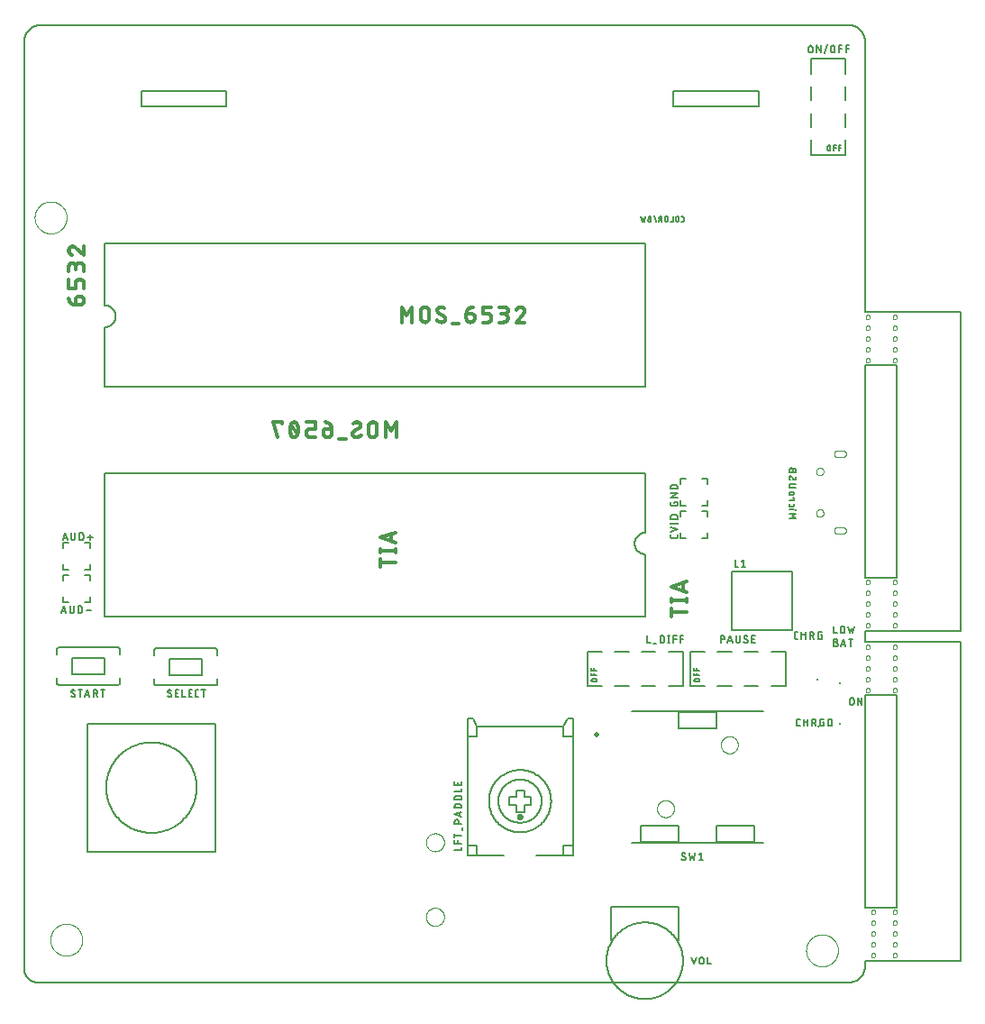
<source format=gto>
G75*
%MOIN*%
%OFA0B0*%
%FSLAX25Y25*%
%IPPOS*%
%LPD*%
%AMOC8*
5,1,8,0,0,1.08239X$1,22.5*
%
%ADD10C,0.00000*%
%ADD11C,0.00600*%
%ADD12C,0.00800*%
%ADD13C,0.01400*%
%ADD14C,0.00500*%
%ADD15C,0.01200*%
%ADD16R,0.00984X0.00984*%
%ADD17C,0.00591*%
%ADD18C,0.01969*%
D10*
X0022953Y0025022D02*
X0022955Y0025175D01*
X0022961Y0025329D01*
X0022971Y0025482D01*
X0022985Y0025634D01*
X0023003Y0025787D01*
X0023025Y0025938D01*
X0023050Y0026089D01*
X0023080Y0026240D01*
X0023114Y0026390D01*
X0023151Y0026538D01*
X0023192Y0026686D01*
X0023237Y0026832D01*
X0023286Y0026978D01*
X0023339Y0027122D01*
X0023395Y0027264D01*
X0023455Y0027405D01*
X0023519Y0027545D01*
X0023586Y0027683D01*
X0023657Y0027819D01*
X0023732Y0027953D01*
X0023809Y0028085D01*
X0023891Y0028215D01*
X0023975Y0028343D01*
X0024063Y0028469D01*
X0024154Y0028592D01*
X0024248Y0028713D01*
X0024346Y0028831D01*
X0024446Y0028947D01*
X0024550Y0029060D01*
X0024656Y0029171D01*
X0024765Y0029279D01*
X0024877Y0029384D01*
X0024991Y0029485D01*
X0025109Y0029584D01*
X0025228Y0029680D01*
X0025350Y0029773D01*
X0025475Y0029862D01*
X0025602Y0029949D01*
X0025731Y0030031D01*
X0025862Y0030111D01*
X0025995Y0030187D01*
X0026130Y0030260D01*
X0026267Y0030329D01*
X0026406Y0030394D01*
X0026546Y0030456D01*
X0026688Y0030514D01*
X0026831Y0030569D01*
X0026976Y0030620D01*
X0027122Y0030667D01*
X0027269Y0030710D01*
X0027417Y0030749D01*
X0027566Y0030785D01*
X0027716Y0030816D01*
X0027867Y0030844D01*
X0028018Y0030868D01*
X0028171Y0030888D01*
X0028323Y0030904D01*
X0028476Y0030916D01*
X0028629Y0030924D01*
X0028782Y0030928D01*
X0028936Y0030928D01*
X0029089Y0030924D01*
X0029242Y0030916D01*
X0029395Y0030904D01*
X0029547Y0030888D01*
X0029700Y0030868D01*
X0029851Y0030844D01*
X0030002Y0030816D01*
X0030152Y0030785D01*
X0030301Y0030749D01*
X0030449Y0030710D01*
X0030596Y0030667D01*
X0030742Y0030620D01*
X0030887Y0030569D01*
X0031030Y0030514D01*
X0031172Y0030456D01*
X0031312Y0030394D01*
X0031451Y0030329D01*
X0031588Y0030260D01*
X0031723Y0030187D01*
X0031856Y0030111D01*
X0031987Y0030031D01*
X0032116Y0029949D01*
X0032243Y0029862D01*
X0032368Y0029773D01*
X0032490Y0029680D01*
X0032609Y0029584D01*
X0032727Y0029485D01*
X0032841Y0029384D01*
X0032953Y0029279D01*
X0033062Y0029171D01*
X0033168Y0029060D01*
X0033272Y0028947D01*
X0033372Y0028831D01*
X0033470Y0028713D01*
X0033564Y0028592D01*
X0033655Y0028469D01*
X0033743Y0028343D01*
X0033827Y0028215D01*
X0033909Y0028085D01*
X0033986Y0027953D01*
X0034061Y0027819D01*
X0034132Y0027683D01*
X0034199Y0027545D01*
X0034263Y0027405D01*
X0034323Y0027264D01*
X0034379Y0027122D01*
X0034432Y0026978D01*
X0034481Y0026832D01*
X0034526Y0026686D01*
X0034567Y0026538D01*
X0034604Y0026390D01*
X0034638Y0026240D01*
X0034668Y0026089D01*
X0034693Y0025938D01*
X0034715Y0025787D01*
X0034733Y0025634D01*
X0034747Y0025482D01*
X0034757Y0025329D01*
X0034763Y0025175D01*
X0034765Y0025022D01*
X0034763Y0024869D01*
X0034757Y0024715D01*
X0034747Y0024562D01*
X0034733Y0024410D01*
X0034715Y0024257D01*
X0034693Y0024106D01*
X0034668Y0023955D01*
X0034638Y0023804D01*
X0034604Y0023654D01*
X0034567Y0023506D01*
X0034526Y0023358D01*
X0034481Y0023212D01*
X0034432Y0023066D01*
X0034379Y0022922D01*
X0034323Y0022780D01*
X0034263Y0022639D01*
X0034199Y0022499D01*
X0034132Y0022361D01*
X0034061Y0022225D01*
X0033986Y0022091D01*
X0033909Y0021959D01*
X0033827Y0021829D01*
X0033743Y0021701D01*
X0033655Y0021575D01*
X0033564Y0021452D01*
X0033470Y0021331D01*
X0033372Y0021213D01*
X0033272Y0021097D01*
X0033168Y0020984D01*
X0033062Y0020873D01*
X0032953Y0020765D01*
X0032841Y0020660D01*
X0032727Y0020559D01*
X0032609Y0020460D01*
X0032490Y0020364D01*
X0032368Y0020271D01*
X0032243Y0020182D01*
X0032116Y0020095D01*
X0031987Y0020013D01*
X0031856Y0019933D01*
X0031723Y0019857D01*
X0031588Y0019784D01*
X0031451Y0019715D01*
X0031312Y0019650D01*
X0031172Y0019588D01*
X0031030Y0019530D01*
X0030887Y0019475D01*
X0030742Y0019424D01*
X0030596Y0019377D01*
X0030449Y0019334D01*
X0030301Y0019295D01*
X0030152Y0019259D01*
X0030002Y0019228D01*
X0029851Y0019200D01*
X0029700Y0019176D01*
X0029547Y0019156D01*
X0029395Y0019140D01*
X0029242Y0019128D01*
X0029089Y0019120D01*
X0028936Y0019116D01*
X0028782Y0019116D01*
X0028629Y0019120D01*
X0028476Y0019128D01*
X0028323Y0019140D01*
X0028171Y0019156D01*
X0028018Y0019176D01*
X0027867Y0019200D01*
X0027716Y0019228D01*
X0027566Y0019259D01*
X0027417Y0019295D01*
X0027269Y0019334D01*
X0027122Y0019377D01*
X0026976Y0019424D01*
X0026831Y0019475D01*
X0026688Y0019530D01*
X0026546Y0019588D01*
X0026406Y0019650D01*
X0026267Y0019715D01*
X0026130Y0019784D01*
X0025995Y0019857D01*
X0025862Y0019933D01*
X0025731Y0020013D01*
X0025602Y0020095D01*
X0025475Y0020182D01*
X0025350Y0020271D01*
X0025228Y0020364D01*
X0025109Y0020460D01*
X0024991Y0020559D01*
X0024877Y0020660D01*
X0024765Y0020765D01*
X0024656Y0020873D01*
X0024550Y0020984D01*
X0024446Y0021097D01*
X0024346Y0021213D01*
X0024248Y0021331D01*
X0024154Y0021452D01*
X0024063Y0021575D01*
X0023975Y0021701D01*
X0023891Y0021829D01*
X0023809Y0021959D01*
X0023732Y0022091D01*
X0023657Y0022225D01*
X0023586Y0022361D01*
X0023519Y0022499D01*
X0023455Y0022639D01*
X0023395Y0022780D01*
X0023339Y0022922D01*
X0023286Y0023066D01*
X0023237Y0023212D01*
X0023192Y0023358D01*
X0023151Y0023506D01*
X0023114Y0023654D01*
X0023080Y0023804D01*
X0023050Y0023955D01*
X0023025Y0024106D01*
X0023003Y0024257D01*
X0022985Y0024410D01*
X0022971Y0024562D01*
X0022961Y0024715D01*
X0022955Y0024869D01*
X0022953Y0025022D01*
X0161891Y0033479D02*
X0161893Y0033594D01*
X0161899Y0033710D01*
X0161909Y0033825D01*
X0161923Y0033940D01*
X0161941Y0034054D01*
X0161963Y0034167D01*
X0161988Y0034280D01*
X0162018Y0034391D01*
X0162051Y0034502D01*
X0162088Y0034611D01*
X0162129Y0034719D01*
X0162174Y0034826D01*
X0162222Y0034931D01*
X0162274Y0035034D01*
X0162330Y0035135D01*
X0162389Y0035235D01*
X0162451Y0035332D01*
X0162517Y0035427D01*
X0162585Y0035520D01*
X0162657Y0035610D01*
X0162732Y0035698D01*
X0162811Y0035783D01*
X0162892Y0035865D01*
X0162975Y0035945D01*
X0163062Y0036021D01*
X0163151Y0036095D01*
X0163242Y0036165D01*
X0163336Y0036233D01*
X0163432Y0036297D01*
X0163531Y0036357D01*
X0163631Y0036414D01*
X0163733Y0036468D01*
X0163837Y0036518D01*
X0163943Y0036565D01*
X0164050Y0036608D01*
X0164159Y0036647D01*
X0164269Y0036682D01*
X0164380Y0036713D01*
X0164492Y0036741D01*
X0164605Y0036765D01*
X0164719Y0036785D01*
X0164834Y0036801D01*
X0164949Y0036813D01*
X0165064Y0036821D01*
X0165179Y0036825D01*
X0165295Y0036825D01*
X0165410Y0036821D01*
X0165525Y0036813D01*
X0165640Y0036801D01*
X0165755Y0036785D01*
X0165869Y0036765D01*
X0165982Y0036741D01*
X0166094Y0036713D01*
X0166205Y0036682D01*
X0166315Y0036647D01*
X0166424Y0036608D01*
X0166531Y0036565D01*
X0166637Y0036518D01*
X0166741Y0036468D01*
X0166843Y0036414D01*
X0166943Y0036357D01*
X0167042Y0036297D01*
X0167138Y0036233D01*
X0167232Y0036165D01*
X0167323Y0036095D01*
X0167412Y0036021D01*
X0167499Y0035945D01*
X0167582Y0035865D01*
X0167663Y0035783D01*
X0167742Y0035698D01*
X0167817Y0035610D01*
X0167889Y0035520D01*
X0167957Y0035427D01*
X0168023Y0035332D01*
X0168085Y0035235D01*
X0168144Y0035135D01*
X0168200Y0035034D01*
X0168252Y0034931D01*
X0168300Y0034826D01*
X0168345Y0034719D01*
X0168386Y0034611D01*
X0168423Y0034502D01*
X0168456Y0034391D01*
X0168486Y0034280D01*
X0168511Y0034167D01*
X0168533Y0034054D01*
X0168551Y0033940D01*
X0168565Y0033825D01*
X0168575Y0033710D01*
X0168581Y0033594D01*
X0168583Y0033479D01*
X0168581Y0033364D01*
X0168575Y0033248D01*
X0168565Y0033133D01*
X0168551Y0033018D01*
X0168533Y0032904D01*
X0168511Y0032791D01*
X0168486Y0032678D01*
X0168456Y0032567D01*
X0168423Y0032456D01*
X0168386Y0032347D01*
X0168345Y0032239D01*
X0168300Y0032132D01*
X0168252Y0032027D01*
X0168200Y0031924D01*
X0168144Y0031823D01*
X0168085Y0031723D01*
X0168023Y0031626D01*
X0167957Y0031531D01*
X0167889Y0031438D01*
X0167817Y0031348D01*
X0167742Y0031260D01*
X0167663Y0031175D01*
X0167582Y0031093D01*
X0167499Y0031013D01*
X0167412Y0030937D01*
X0167323Y0030863D01*
X0167232Y0030793D01*
X0167138Y0030725D01*
X0167042Y0030661D01*
X0166943Y0030601D01*
X0166843Y0030544D01*
X0166741Y0030490D01*
X0166637Y0030440D01*
X0166531Y0030393D01*
X0166424Y0030350D01*
X0166315Y0030311D01*
X0166205Y0030276D01*
X0166094Y0030245D01*
X0165982Y0030217D01*
X0165869Y0030193D01*
X0165755Y0030173D01*
X0165640Y0030157D01*
X0165525Y0030145D01*
X0165410Y0030137D01*
X0165295Y0030133D01*
X0165179Y0030133D01*
X0165064Y0030137D01*
X0164949Y0030145D01*
X0164834Y0030157D01*
X0164719Y0030173D01*
X0164605Y0030193D01*
X0164492Y0030217D01*
X0164380Y0030245D01*
X0164269Y0030276D01*
X0164159Y0030311D01*
X0164050Y0030350D01*
X0163943Y0030393D01*
X0163837Y0030440D01*
X0163733Y0030490D01*
X0163631Y0030544D01*
X0163531Y0030601D01*
X0163432Y0030661D01*
X0163336Y0030725D01*
X0163242Y0030793D01*
X0163151Y0030863D01*
X0163062Y0030937D01*
X0162975Y0031013D01*
X0162892Y0031093D01*
X0162811Y0031175D01*
X0162732Y0031260D01*
X0162657Y0031348D01*
X0162585Y0031438D01*
X0162517Y0031531D01*
X0162451Y0031626D01*
X0162389Y0031723D01*
X0162330Y0031823D01*
X0162274Y0031924D01*
X0162222Y0032027D01*
X0162174Y0032132D01*
X0162129Y0032239D01*
X0162088Y0032347D01*
X0162051Y0032456D01*
X0162018Y0032567D01*
X0161988Y0032678D01*
X0161963Y0032791D01*
X0161941Y0032904D01*
X0161923Y0033018D01*
X0161909Y0033133D01*
X0161899Y0033248D01*
X0161893Y0033364D01*
X0161891Y0033479D01*
X0161891Y0061038D02*
X0161893Y0061153D01*
X0161899Y0061269D01*
X0161909Y0061384D01*
X0161923Y0061499D01*
X0161941Y0061613D01*
X0161963Y0061726D01*
X0161988Y0061839D01*
X0162018Y0061950D01*
X0162051Y0062061D01*
X0162088Y0062170D01*
X0162129Y0062278D01*
X0162174Y0062385D01*
X0162222Y0062490D01*
X0162274Y0062593D01*
X0162330Y0062694D01*
X0162389Y0062794D01*
X0162451Y0062891D01*
X0162517Y0062986D01*
X0162585Y0063079D01*
X0162657Y0063169D01*
X0162732Y0063257D01*
X0162811Y0063342D01*
X0162892Y0063424D01*
X0162975Y0063504D01*
X0163062Y0063580D01*
X0163151Y0063654D01*
X0163242Y0063724D01*
X0163336Y0063792D01*
X0163432Y0063856D01*
X0163531Y0063916D01*
X0163631Y0063973D01*
X0163733Y0064027D01*
X0163837Y0064077D01*
X0163943Y0064124D01*
X0164050Y0064167D01*
X0164159Y0064206D01*
X0164269Y0064241D01*
X0164380Y0064272D01*
X0164492Y0064300D01*
X0164605Y0064324D01*
X0164719Y0064344D01*
X0164834Y0064360D01*
X0164949Y0064372D01*
X0165064Y0064380D01*
X0165179Y0064384D01*
X0165295Y0064384D01*
X0165410Y0064380D01*
X0165525Y0064372D01*
X0165640Y0064360D01*
X0165755Y0064344D01*
X0165869Y0064324D01*
X0165982Y0064300D01*
X0166094Y0064272D01*
X0166205Y0064241D01*
X0166315Y0064206D01*
X0166424Y0064167D01*
X0166531Y0064124D01*
X0166637Y0064077D01*
X0166741Y0064027D01*
X0166843Y0063973D01*
X0166943Y0063916D01*
X0167042Y0063856D01*
X0167138Y0063792D01*
X0167232Y0063724D01*
X0167323Y0063654D01*
X0167412Y0063580D01*
X0167499Y0063504D01*
X0167582Y0063424D01*
X0167663Y0063342D01*
X0167742Y0063257D01*
X0167817Y0063169D01*
X0167889Y0063079D01*
X0167957Y0062986D01*
X0168023Y0062891D01*
X0168085Y0062794D01*
X0168144Y0062694D01*
X0168200Y0062593D01*
X0168252Y0062490D01*
X0168300Y0062385D01*
X0168345Y0062278D01*
X0168386Y0062170D01*
X0168423Y0062061D01*
X0168456Y0061950D01*
X0168486Y0061839D01*
X0168511Y0061726D01*
X0168533Y0061613D01*
X0168551Y0061499D01*
X0168565Y0061384D01*
X0168575Y0061269D01*
X0168581Y0061153D01*
X0168583Y0061038D01*
X0168581Y0060923D01*
X0168575Y0060807D01*
X0168565Y0060692D01*
X0168551Y0060577D01*
X0168533Y0060463D01*
X0168511Y0060350D01*
X0168486Y0060237D01*
X0168456Y0060126D01*
X0168423Y0060015D01*
X0168386Y0059906D01*
X0168345Y0059798D01*
X0168300Y0059691D01*
X0168252Y0059586D01*
X0168200Y0059483D01*
X0168144Y0059382D01*
X0168085Y0059282D01*
X0168023Y0059185D01*
X0167957Y0059090D01*
X0167889Y0058997D01*
X0167817Y0058907D01*
X0167742Y0058819D01*
X0167663Y0058734D01*
X0167582Y0058652D01*
X0167499Y0058572D01*
X0167412Y0058496D01*
X0167323Y0058422D01*
X0167232Y0058352D01*
X0167138Y0058284D01*
X0167042Y0058220D01*
X0166943Y0058160D01*
X0166843Y0058103D01*
X0166741Y0058049D01*
X0166637Y0057999D01*
X0166531Y0057952D01*
X0166424Y0057909D01*
X0166315Y0057870D01*
X0166205Y0057835D01*
X0166094Y0057804D01*
X0165982Y0057776D01*
X0165869Y0057752D01*
X0165755Y0057732D01*
X0165640Y0057716D01*
X0165525Y0057704D01*
X0165410Y0057696D01*
X0165295Y0057692D01*
X0165179Y0057692D01*
X0165064Y0057696D01*
X0164949Y0057704D01*
X0164834Y0057716D01*
X0164719Y0057732D01*
X0164605Y0057752D01*
X0164492Y0057776D01*
X0164380Y0057804D01*
X0164269Y0057835D01*
X0164159Y0057870D01*
X0164050Y0057909D01*
X0163943Y0057952D01*
X0163837Y0057999D01*
X0163733Y0058049D01*
X0163631Y0058103D01*
X0163531Y0058160D01*
X0163432Y0058220D01*
X0163336Y0058284D01*
X0163242Y0058352D01*
X0163151Y0058422D01*
X0163062Y0058496D01*
X0162975Y0058572D01*
X0162892Y0058652D01*
X0162811Y0058734D01*
X0162732Y0058819D01*
X0162657Y0058907D01*
X0162585Y0058997D01*
X0162517Y0059090D01*
X0162451Y0059185D01*
X0162389Y0059282D01*
X0162330Y0059382D01*
X0162274Y0059483D01*
X0162222Y0059586D01*
X0162174Y0059691D01*
X0162129Y0059798D01*
X0162088Y0059906D01*
X0162051Y0060015D01*
X0162018Y0060126D01*
X0161988Y0060237D01*
X0161963Y0060350D01*
X0161941Y0060463D01*
X0161923Y0060577D01*
X0161909Y0060692D01*
X0161899Y0060807D01*
X0161893Y0060923D01*
X0161891Y0061038D01*
X0247339Y0073463D02*
X0247341Y0073575D01*
X0247347Y0073686D01*
X0247357Y0073798D01*
X0247371Y0073909D01*
X0247388Y0074019D01*
X0247410Y0074129D01*
X0247436Y0074238D01*
X0247465Y0074346D01*
X0247498Y0074452D01*
X0247535Y0074558D01*
X0247576Y0074662D01*
X0247621Y0074765D01*
X0247669Y0074866D01*
X0247720Y0074965D01*
X0247775Y0075062D01*
X0247834Y0075157D01*
X0247895Y0075251D01*
X0247960Y0075342D01*
X0248029Y0075430D01*
X0248100Y0075516D01*
X0248174Y0075600D01*
X0248252Y0075680D01*
X0248332Y0075758D01*
X0248415Y0075834D01*
X0248500Y0075906D01*
X0248588Y0075975D01*
X0248678Y0076041D01*
X0248771Y0076103D01*
X0248866Y0076163D01*
X0248963Y0076219D01*
X0249061Y0076271D01*
X0249162Y0076320D01*
X0249264Y0076365D01*
X0249368Y0076407D01*
X0249473Y0076445D01*
X0249580Y0076479D01*
X0249687Y0076509D01*
X0249796Y0076536D01*
X0249905Y0076558D01*
X0250016Y0076577D01*
X0250126Y0076592D01*
X0250238Y0076603D01*
X0250349Y0076610D01*
X0250461Y0076613D01*
X0250573Y0076612D01*
X0250685Y0076607D01*
X0250796Y0076598D01*
X0250907Y0076585D01*
X0251018Y0076568D01*
X0251128Y0076548D01*
X0251237Y0076523D01*
X0251345Y0076495D01*
X0251452Y0076462D01*
X0251558Y0076426D01*
X0251662Y0076386D01*
X0251765Y0076343D01*
X0251867Y0076296D01*
X0251966Y0076245D01*
X0252064Y0076191D01*
X0252160Y0076133D01*
X0252254Y0076072D01*
X0252345Y0076008D01*
X0252434Y0075941D01*
X0252521Y0075870D01*
X0252605Y0075796D01*
X0252687Y0075720D01*
X0252765Y0075640D01*
X0252841Y0075558D01*
X0252914Y0075473D01*
X0252984Y0075386D01*
X0253050Y0075296D01*
X0253114Y0075204D01*
X0253174Y0075110D01*
X0253231Y0075014D01*
X0253284Y0074915D01*
X0253334Y0074815D01*
X0253380Y0074714D01*
X0253423Y0074610D01*
X0253462Y0074505D01*
X0253497Y0074399D01*
X0253528Y0074292D01*
X0253556Y0074183D01*
X0253579Y0074074D01*
X0253599Y0073964D01*
X0253615Y0073853D01*
X0253627Y0073742D01*
X0253635Y0073631D01*
X0253639Y0073519D01*
X0253639Y0073407D01*
X0253635Y0073295D01*
X0253627Y0073184D01*
X0253615Y0073073D01*
X0253599Y0072962D01*
X0253579Y0072852D01*
X0253556Y0072743D01*
X0253528Y0072634D01*
X0253497Y0072527D01*
X0253462Y0072421D01*
X0253423Y0072316D01*
X0253380Y0072212D01*
X0253334Y0072111D01*
X0253284Y0072011D01*
X0253231Y0071912D01*
X0253174Y0071816D01*
X0253114Y0071722D01*
X0253050Y0071630D01*
X0252984Y0071540D01*
X0252914Y0071453D01*
X0252841Y0071368D01*
X0252765Y0071286D01*
X0252687Y0071206D01*
X0252605Y0071130D01*
X0252521Y0071056D01*
X0252434Y0070985D01*
X0252345Y0070918D01*
X0252254Y0070854D01*
X0252160Y0070793D01*
X0252064Y0070735D01*
X0251966Y0070681D01*
X0251867Y0070630D01*
X0251765Y0070583D01*
X0251662Y0070540D01*
X0251558Y0070500D01*
X0251452Y0070464D01*
X0251345Y0070431D01*
X0251237Y0070403D01*
X0251128Y0070378D01*
X0251018Y0070358D01*
X0250907Y0070341D01*
X0250796Y0070328D01*
X0250685Y0070319D01*
X0250573Y0070314D01*
X0250461Y0070313D01*
X0250349Y0070316D01*
X0250238Y0070323D01*
X0250126Y0070334D01*
X0250016Y0070349D01*
X0249905Y0070368D01*
X0249796Y0070390D01*
X0249687Y0070417D01*
X0249580Y0070447D01*
X0249473Y0070481D01*
X0249368Y0070519D01*
X0249264Y0070561D01*
X0249162Y0070606D01*
X0249061Y0070655D01*
X0248963Y0070707D01*
X0248866Y0070763D01*
X0248771Y0070823D01*
X0248678Y0070885D01*
X0248588Y0070951D01*
X0248500Y0071020D01*
X0248415Y0071092D01*
X0248332Y0071168D01*
X0248252Y0071246D01*
X0248174Y0071326D01*
X0248100Y0071410D01*
X0248029Y0071496D01*
X0247960Y0071584D01*
X0247895Y0071675D01*
X0247834Y0071769D01*
X0247775Y0071864D01*
X0247720Y0071961D01*
X0247669Y0072060D01*
X0247621Y0072161D01*
X0247576Y0072264D01*
X0247535Y0072368D01*
X0247498Y0072474D01*
X0247465Y0072580D01*
X0247436Y0072688D01*
X0247410Y0072797D01*
X0247388Y0072907D01*
X0247371Y0073017D01*
X0247357Y0073128D01*
X0247347Y0073240D01*
X0247341Y0073351D01*
X0247339Y0073463D01*
X0270961Y0097085D02*
X0270963Y0097197D01*
X0270969Y0097308D01*
X0270979Y0097420D01*
X0270993Y0097531D01*
X0271010Y0097641D01*
X0271032Y0097751D01*
X0271058Y0097860D01*
X0271087Y0097968D01*
X0271120Y0098074D01*
X0271157Y0098180D01*
X0271198Y0098284D01*
X0271243Y0098387D01*
X0271291Y0098488D01*
X0271342Y0098587D01*
X0271397Y0098684D01*
X0271456Y0098779D01*
X0271517Y0098873D01*
X0271582Y0098964D01*
X0271651Y0099052D01*
X0271722Y0099138D01*
X0271796Y0099222D01*
X0271874Y0099302D01*
X0271954Y0099380D01*
X0272037Y0099456D01*
X0272122Y0099528D01*
X0272210Y0099597D01*
X0272300Y0099663D01*
X0272393Y0099725D01*
X0272488Y0099785D01*
X0272585Y0099841D01*
X0272683Y0099893D01*
X0272784Y0099942D01*
X0272886Y0099987D01*
X0272990Y0100029D01*
X0273095Y0100067D01*
X0273202Y0100101D01*
X0273309Y0100131D01*
X0273418Y0100158D01*
X0273527Y0100180D01*
X0273638Y0100199D01*
X0273748Y0100214D01*
X0273860Y0100225D01*
X0273971Y0100232D01*
X0274083Y0100235D01*
X0274195Y0100234D01*
X0274307Y0100229D01*
X0274418Y0100220D01*
X0274529Y0100207D01*
X0274640Y0100190D01*
X0274750Y0100170D01*
X0274859Y0100145D01*
X0274967Y0100117D01*
X0275074Y0100084D01*
X0275180Y0100048D01*
X0275284Y0100008D01*
X0275387Y0099965D01*
X0275489Y0099918D01*
X0275588Y0099867D01*
X0275686Y0099813D01*
X0275782Y0099755D01*
X0275876Y0099694D01*
X0275967Y0099630D01*
X0276056Y0099563D01*
X0276143Y0099492D01*
X0276227Y0099418D01*
X0276309Y0099342D01*
X0276387Y0099262D01*
X0276463Y0099180D01*
X0276536Y0099095D01*
X0276606Y0099008D01*
X0276672Y0098918D01*
X0276736Y0098826D01*
X0276796Y0098732D01*
X0276853Y0098636D01*
X0276906Y0098537D01*
X0276956Y0098437D01*
X0277002Y0098336D01*
X0277045Y0098232D01*
X0277084Y0098127D01*
X0277119Y0098021D01*
X0277150Y0097914D01*
X0277178Y0097805D01*
X0277201Y0097696D01*
X0277221Y0097586D01*
X0277237Y0097475D01*
X0277249Y0097364D01*
X0277257Y0097253D01*
X0277261Y0097141D01*
X0277261Y0097029D01*
X0277257Y0096917D01*
X0277249Y0096806D01*
X0277237Y0096695D01*
X0277221Y0096584D01*
X0277201Y0096474D01*
X0277178Y0096365D01*
X0277150Y0096256D01*
X0277119Y0096149D01*
X0277084Y0096043D01*
X0277045Y0095938D01*
X0277002Y0095834D01*
X0276956Y0095733D01*
X0276906Y0095633D01*
X0276853Y0095534D01*
X0276796Y0095438D01*
X0276736Y0095344D01*
X0276672Y0095252D01*
X0276606Y0095162D01*
X0276536Y0095075D01*
X0276463Y0094990D01*
X0276387Y0094908D01*
X0276309Y0094828D01*
X0276227Y0094752D01*
X0276143Y0094678D01*
X0276056Y0094607D01*
X0275967Y0094540D01*
X0275876Y0094476D01*
X0275782Y0094415D01*
X0275686Y0094357D01*
X0275588Y0094303D01*
X0275489Y0094252D01*
X0275387Y0094205D01*
X0275284Y0094162D01*
X0275180Y0094122D01*
X0275074Y0094086D01*
X0274967Y0094053D01*
X0274859Y0094025D01*
X0274750Y0094000D01*
X0274640Y0093980D01*
X0274529Y0093963D01*
X0274418Y0093950D01*
X0274307Y0093941D01*
X0274195Y0093936D01*
X0274083Y0093935D01*
X0273971Y0093938D01*
X0273860Y0093945D01*
X0273748Y0093956D01*
X0273638Y0093971D01*
X0273527Y0093990D01*
X0273418Y0094012D01*
X0273309Y0094039D01*
X0273202Y0094069D01*
X0273095Y0094103D01*
X0272990Y0094141D01*
X0272886Y0094183D01*
X0272784Y0094228D01*
X0272683Y0094277D01*
X0272585Y0094329D01*
X0272488Y0094385D01*
X0272393Y0094445D01*
X0272300Y0094507D01*
X0272210Y0094573D01*
X0272122Y0094642D01*
X0272037Y0094714D01*
X0271954Y0094790D01*
X0271874Y0094868D01*
X0271796Y0094948D01*
X0271722Y0095032D01*
X0271651Y0095118D01*
X0271582Y0095206D01*
X0271517Y0095297D01*
X0271456Y0095391D01*
X0271397Y0095486D01*
X0271342Y0095583D01*
X0271291Y0095682D01*
X0271243Y0095783D01*
X0271198Y0095886D01*
X0271157Y0095990D01*
X0271120Y0096096D01*
X0271087Y0096202D01*
X0271058Y0096310D01*
X0271032Y0096419D01*
X0271010Y0096529D01*
X0270993Y0096639D01*
X0270979Y0096750D01*
X0270969Y0096862D01*
X0270963Y0096973D01*
X0270961Y0097085D01*
X0324513Y0117274D02*
X0324515Y0117330D01*
X0324521Y0117385D01*
X0324531Y0117439D01*
X0324544Y0117493D01*
X0324562Y0117546D01*
X0324583Y0117597D01*
X0324607Y0117647D01*
X0324635Y0117695D01*
X0324667Y0117741D01*
X0324701Y0117785D01*
X0324739Y0117826D01*
X0324779Y0117864D01*
X0324822Y0117899D01*
X0324867Y0117931D01*
X0324915Y0117960D01*
X0324964Y0117986D01*
X0325015Y0118008D01*
X0325067Y0118026D01*
X0325121Y0118040D01*
X0325176Y0118051D01*
X0325231Y0118058D01*
X0325286Y0118061D01*
X0325342Y0118060D01*
X0325397Y0118055D01*
X0325452Y0118046D01*
X0325506Y0118034D01*
X0325559Y0118017D01*
X0325611Y0117997D01*
X0325661Y0117973D01*
X0325709Y0117946D01*
X0325756Y0117916D01*
X0325800Y0117882D01*
X0325842Y0117845D01*
X0325880Y0117805D01*
X0325917Y0117763D01*
X0325950Y0117718D01*
X0325979Y0117672D01*
X0326006Y0117623D01*
X0326028Y0117572D01*
X0326048Y0117520D01*
X0326063Y0117466D01*
X0326075Y0117412D01*
X0326083Y0117357D01*
X0326087Y0117302D01*
X0326087Y0117246D01*
X0326083Y0117191D01*
X0326075Y0117136D01*
X0326063Y0117082D01*
X0326048Y0117028D01*
X0326028Y0116976D01*
X0326006Y0116925D01*
X0325979Y0116876D01*
X0325950Y0116830D01*
X0325917Y0116785D01*
X0325880Y0116743D01*
X0325842Y0116703D01*
X0325800Y0116666D01*
X0325756Y0116632D01*
X0325709Y0116602D01*
X0325661Y0116575D01*
X0325611Y0116551D01*
X0325559Y0116531D01*
X0325506Y0116514D01*
X0325452Y0116502D01*
X0325397Y0116493D01*
X0325342Y0116488D01*
X0325286Y0116487D01*
X0325231Y0116490D01*
X0325176Y0116497D01*
X0325121Y0116508D01*
X0325067Y0116522D01*
X0325015Y0116540D01*
X0324964Y0116562D01*
X0324915Y0116588D01*
X0324867Y0116617D01*
X0324822Y0116649D01*
X0324779Y0116684D01*
X0324739Y0116722D01*
X0324701Y0116763D01*
X0324667Y0116807D01*
X0324635Y0116853D01*
X0324607Y0116901D01*
X0324583Y0116951D01*
X0324562Y0117002D01*
X0324544Y0117055D01*
X0324531Y0117109D01*
X0324521Y0117163D01*
X0324515Y0117218D01*
X0324513Y0117274D01*
X0324513Y0121274D02*
X0324515Y0121330D01*
X0324521Y0121385D01*
X0324531Y0121439D01*
X0324544Y0121493D01*
X0324562Y0121546D01*
X0324583Y0121597D01*
X0324607Y0121647D01*
X0324635Y0121695D01*
X0324667Y0121741D01*
X0324701Y0121785D01*
X0324739Y0121826D01*
X0324779Y0121864D01*
X0324822Y0121899D01*
X0324867Y0121931D01*
X0324915Y0121960D01*
X0324964Y0121986D01*
X0325015Y0122008D01*
X0325067Y0122026D01*
X0325121Y0122040D01*
X0325176Y0122051D01*
X0325231Y0122058D01*
X0325286Y0122061D01*
X0325342Y0122060D01*
X0325397Y0122055D01*
X0325452Y0122046D01*
X0325506Y0122034D01*
X0325559Y0122017D01*
X0325611Y0121997D01*
X0325661Y0121973D01*
X0325709Y0121946D01*
X0325756Y0121916D01*
X0325800Y0121882D01*
X0325842Y0121845D01*
X0325880Y0121805D01*
X0325917Y0121763D01*
X0325950Y0121718D01*
X0325979Y0121672D01*
X0326006Y0121623D01*
X0326028Y0121572D01*
X0326048Y0121520D01*
X0326063Y0121466D01*
X0326075Y0121412D01*
X0326083Y0121357D01*
X0326087Y0121302D01*
X0326087Y0121246D01*
X0326083Y0121191D01*
X0326075Y0121136D01*
X0326063Y0121082D01*
X0326048Y0121028D01*
X0326028Y0120976D01*
X0326006Y0120925D01*
X0325979Y0120876D01*
X0325950Y0120830D01*
X0325917Y0120785D01*
X0325880Y0120743D01*
X0325842Y0120703D01*
X0325800Y0120666D01*
X0325756Y0120632D01*
X0325709Y0120602D01*
X0325661Y0120575D01*
X0325611Y0120551D01*
X0325559Y0120531D01*
X0325506Y0120514D01*
X0325452Y0120502D01*
X0325397Y0120493D01*
X0325342Y0120488D01*
X0325286Y0120487D01*
X0325231Y0120490D01*
X0325176Y0120497D01*
X0325121Y0120508D01*
X0325067Y0120522D01*
X0325015Y0120540D01*
X0324964Y0120562D01*
X0324915Y0120588D01*
X0324867Y0120617D01*
X0324822Y0120649D01*
X0324779Y0120684D01*
X0324739Y0120722D01*
X0324701Y0120763D01*
X0324667Y0120807D01*
X0324635Y0120853D01*
X0324607Y0120901D01*
X0324583Y0120951D01*
X0324562Y0121002D01*
X0324544Y0121055D01*
X0324531Y0121109D01*
X0324521Y0121163D01*
X0324515Y0121218D01*
X0324513Y0121274D01*
X0324513Y0125274D02*
X0324515Y0125330D01*
X0324521Y0125385D01*
X0324531Y0125439D01*
X0324544Y0125493D01*
X0324562Y0125546D01*
X0324583Y0125597D01*
X0324607Y0125647D01*
X0324635Y0125695D01*
X0324667Y0125741D01*
X0324701Y0125785D01*
X0324739Y0125826D01*
X0324779Y0125864D01*
X0324822Y0125899D01*
X0324867Y0125931D01*
X0324915Y0125960D01*
X0324964Y0125986D01*
X0325015Y0126008D01*
X0325067Y0126026D01*
X0325121Y0126040D01*
X0325176Y0126051D01*
X0325231Y0126058D01*
X0325286Y0126061D01*
X0325342Y0126060D01*
X0325397Y0126055D01*
X0325452Y0126046D01*
X0325506Y0126034D01*
X0325559Y0126017D01*
X0325611Y0125997D01*
X0325661Y0125973D01*
X0325709Y0125946D01*
X0325756Y0125916D01*
X0325800Y0125882D01*
X0325842Y0125845D01*
X0325880Y0125805D01*
X0325917Y0125763D01*
X0325950Y0125718D01*
X0325979Y0125672D01*
X0326006Y0125623D01*
X0326028Y0125572D01*
X0326048Y0125520D01*
X0326063Y0125466D01*
X0326075Y0125412D01*
X0326083Y0125357D01*
X0326087Y0125302D01*
X0326087Y0125246D01*
X0326083Y0125191D01*
X0326075Y0125136D01*
X0326063Y0125082D01*
X0326048Y0125028D01*
X0326028Y0124976D01*
X0326006Y0124925D01*
X0325979Y0124876D01*
X0325950Y0124830D01*
X0325917Y0124785D01*
X0325880Y0124743D01*
X0325842Y0124703D01*
X0325800Y0124666D01*
X0325756Y0124632D01*
X0325709Y0124602D01*
X0325661Y0124575D01*
X0325611Y0124551D01*
X0325559Y0124531D01*
X0325506Y0124514D01*
X0325452Y0124502D01*
X0325397Y0124493D01*
X0325342Y0124488D01*
X0325286Y0124487D01*
X0325231Y0124490D01*
X0325176Y0124497D01*
X0325121Y0124508D01*
X0325067Y0124522D01*
X0325015Y0124540D01*
X0324964Y0124562D01*
X0324915Y0124588D01*
X0324867Y0124617D01*
X0324822Y0124649D01*
X0324779Y0124684D01*
X0324739Y0124722D01*
X0324701Y0124763D01*
X0324667Y0124807D01*
X0324635Y0124853D01*
X0324607Y0124901D01*
X0324583Y0124951D01*
X0324562Y0125002D01*
X0324544Y0125055D01*
X0324531Y0125109D01*
X0324521Y0125163D01*
X0324515Y0125218D01*
X0324513Y0125274D01*
X0324513Y0129274D02*
X0324515Y0129330D01*
X0324521Y0129385D01*
X0324531Y0129439D01*
X0324544Y0129493D01*
X0324562Y0129546D01*
X0324583Y0129597D01*
X0324607Y0129647D01*
X0324635Y0129695D01*
X0324667Y0129741D01*
X0324701Y0129785D01*
X0324739Y0129826D01*
X0324779Y0129864D01*
X0324822Y0129899D01*
X0324867Y0129931D01*
X0324915Y0129960D01*
X0324964Y0129986D01*
X0325015Y0130008D01*
X0325067Y0130026D01*
X0325121Y0130040D01*
X0325176Y0130051D01*
X0325231Y0130058D01*
X0325286Y0130061D01*
X0325342Y0130060D01*
X0325397Y0130055D01*
X0325452Y0130046D01*
X0325506Y0130034D01*
X0325559Y0130017D01*
X0325611Y0129997D01*
X0325661Y0129973D01*
X0325709Y0129946D01*
X0325756Y0129916D01*
X0325800Y0129882D01*
X0325842Y0129845D01*
X0325880Y0129805D01*
X0325917Y0129763D01*
X0325950Y0129718D01*
X0325979Y0129672D01*
X0326006Y0129623D01*
X0326028Y0129572D01*
X0326048Y0129520D01*
X0326063Y0129466D01*
X0326075Y0129412D01*
X0326083Y0129357D01*
X0326087Y0129302D01*
X0326087Y0129246D01*
X0326083Y0129191D01*
X0326075Y0129136D01*
X0326063Y0129082D01*
X0326048Y0129028D01*
X0326028Y0128976D01*
X0326006Y0128925D01*
X0325979Y0128876D01*
X0325950Y0128830D01*
X0325917Y0128785D01*
X0325880Y0128743D01*
X0325842Y0128703D01*
X0325800Y0128666D01*
X0325756Y0128632D01*
X0325709Y0128602D01*
X0325661Y0128575D01*
X0325611Y0128551D01*
X0325559Y0128531D01*
X0325506Y0128514D01*
X0325452Y0128502D01*
X0325397Y0128493D01*
X0325342Y0128488D01*
X0325286Y0128487D01*
X0325231Y0128490D01*
X0325176Y0128497D01*
X0325121Y0128508D01*
X0325067Y0128522D01*
X0325015Y0128540D01*
X0324964Y0128562D01*
X0324915Y0128588D01*
X0324867Y0128617D01*
X0324822Y0128649D01*
X0324779Y0128684D01*
X0324739Y0128722D01*
X0324701Y0128763D01*
X0324667Y0128807D01*
X0324635Y0128853D01*
X0324607Y0128901D01*
X0324583Y0128951D01*
X0324562Y0129002D01*
X0324544Y0129055D01*
X0324531Y0129109D01*
X0324521Y0129163D01*
X0324515Y0129218D01*
X0324513Y0129274D01*
X0324513Y0133274D02*
X0324515Y0133330D01*
X0324521Y0133385D01*
X0324531Y0133439D01*
X0324544Y0133493D01*
X0324562Y0133546D01*
X0324583Y0133597D01*
X0324607Y0133647D01*
X0324635Y0133695D01*
X0324667Y0133741D01*
X0324701Y0133785D01*
X0324739Y0133826D01*
X0324779Y0133864D01*
X0324822Y0133899D01*
X0324867Y0133931D01*
X0324915Y0133960D01*
X0324964Y0133986D01*
X0325015Y0134008D01*
X0325067Y0134026D01*
X0325121Y0134040D01*
X0325176Y0134051D01*
X0325231Y0134058D01*
X0325286Y0134061D01*
X0325342Y0134060D01*
X0325397Y0134055D01*
X0325452Y0134046D01*
X0325506Y0134034D01*
X0325559Y0134017D01*
X0325611Y0133997D01*
X0325661Y0133973D01*
X0325709Y0133946D01*
X0325756Y0133916D01*
X0325800Y0133882D01*
X0325842Y0133845D01*
X0325880Y0133805D01*
X0325917Y0133763D01*
X0325950Y0133718D01*
X0325979Y0133672D01*
X0326006Y0133623D01*
X0326028Y0133572D01*
X0326048Y0133520D01*
X0326063Y0133466D01*
X0326075Y0133412D01*
X0326083Y0133357D01*
X0326087Y0133302D01*
X0326087Y0133246D01*
X0326083Y0133191D01*
X0326075Y0133136D01*
X0326063Y0133082D01*
X0326048Y0133028D01*
X0326028Y0132976D01*
X0326006Y0132925D01*
X0325979Y0132876D01*
X0325950Y0132830D01*
X0325917Y0132785D01*
X0325880Y0132743D01*
X0325842Y0132703D01*
X0325800Y0132666D01*
X0325756Y0132632D01*
X0325709Y0132602D01*
X0325661Y0132575D01*
X0325611Y0132551D01*
X0325559Y0132531D01*
X0325506Y0132514D01*
X0325452Y0132502D01*
X0325397Y0132493D01*
X0325342Y0132488D01*
X0325286Y0132487D01*
X0325231Y0132490D01*
X0325176Y0132497D01*
X0325121Y0132508D01*
X0325067Y0132522D01*
X0325015Y0132540D01*
X0324964Y0132562D01*
X0324915Y0132588D01*
X0324867Y0132617D01*
X0324822Y0132649D01*
X0324779Y0132684D01*
X0324739Y0132722D01*
X0324701Y0132763D01*
X0324667Y0132807D01*
X0324635Y0132853D01*
X0324607Y0132901D01*
X0324583Y0132951D01*
X0324562Y0133002D01*
X0324544Y0133055D01*
X0324531Y0133109D01*
X0324521Y0133163D01*
X0324515Y0133218D01*
X0324513Y0133274D01*
X0324513Y0141274D02*
X0324515Y0141330D01*
X0324521Y0141385D01*
X0324531Y0141439D01*
X0324544Y0141493D01*
X0324562Y0141546D01*
X0324583Y0141597D01*
X0324607Y0141647D01*
X0324635Y0141695D01*
X0324667Y0141741D01*
X0324701Y0141785D01*
X0324739Y0141826D01*
X0324779Y0141864D01*
X0324822Y0141899D01*
X0324867Y0141931D01*
X0324915Y0141960D01*
X0324964Y0141986D01*
X0325015Y0142008D01*
X0325067Y0142026D01*
X0325121Y0142040D01*
X0325176Y0142051D01*
X0325231Y0142058D01*
X0325286Y0142061D01*
X0325342Y0142060D01*
X0325397Y0142055D01*
X0325452Y0142046D01*
X0325506Y0142034D01*
X0325559Y0142017D01*
X0325611Y0141997D01*
X0325661Y0141973D01*
X0325709Y0141946D01*
X0325756Y0141916D01*
X0325800Y0141882D01*
X0325842Y0141845D01*
X0325880Y0141805D01*
X0325917Y0141763D01*
X0325950Y0141718D01*
X0325979Y0141672D01*
X0326006Y0141623D01*
X0326028Y0141572D01*
X0326048Y0141520D01*
X0326063Y0141466D01*
X0326075Y0141412D01*
X0326083Y0141357D01*
X0326087Y0141302D01*
X0326087Y0141246D01*
X0326083Y0141191D01*
X0326075Y0141136D01*
X0326063Y0141082D01*
X0326048Y0141028D01*
X0326028Y0140976D01*
X0326006Y0140925D01*
X0325979Y0140876D01*
X0325950Y0140830D01*
X0325917Y0140785D01*
X0325880Y0140743D01*
X0325842Y0140703D01*
X0325800Y0140666D01*
X0325756Y0140632D01*
X0325709Y0140602D01*
X0325661Y0140575D01*
X0325611Y0140551D01*
X0325559Y0140531D01*
X0325506Y0140514D01*
X0325452Y0140502D01*
X0325397Y0140493D01*
X0325342Y0140488D01*
X0325286Y0140487D01*
X0325231Y0140490D01*
X0325176Y0140497D01*
X0325121Y0140508D01*
X0325067Y0140522D01*
X0325015Y0140540D01*
X0324964Y0140562D01*
X0324915Y0140588D01*
X0324867Y0140617D01*
X0324822Y0140649D01*
X0324779Y0140684D01*
X0324739Y0140722D01*
X0324701Y0140763D01*
X0324667Y0140807D01*
X0324635Y0140853D01*
X0324607Y0140901D01*
X0324583Y0140951D01*
X0324562Y0141002D01*
X0324544Y0141055D01*
X0324531Y0141109D01*
X0324521Y0141163D01*
X0324515Y0141218D01*
X0324513Y0141274D01*
X0324513Y0145274D02*
X0324515Y0145330D01*
X0324521Y0145385D01*
X0324531Y0145439D01*
X0324544Y0145493D01*
X0324562Y0145546D01*
X0324583Y0145597D01*
X0324607Y0145647D01*
X0324635Y0145695D01*
X0324667Y0145741D01*
X0324701Y0145785D01*
X0324739Y0145826D01*
X0324779Y0145864D01*
X0324822Y0145899D01*
X0324867Y0145931D01*
X0324915Y0145960D01*
X0324964Y0145986D01*
X0325015Y0146008D01*
X0325067Y0146026D01*
X0325121Y0146040D01*
X0325176Y0146051D01*
X0325231Y0146058D01*
X0325286Y0146061D01*
X0325342Y0146060D01*
X0325397Y0146055D01*
X0325452Y0146046D01*
X0325506Y0146034D01*
X0325559Y0146017D01*
X0325611Y0145997D01*
X0325661Y0145973D01*
X0325709Y0145946D01*
X0325756Y0145916D01*
X0325800Y0145882D01*
X0325842Y0145845D01*
X0325880Y0145805D01*
X0325917Y0145763D01*
X0325950Y0145718D01*
X0325979Y0145672D01*
X0326006Y0145623D01*
X0326028Y0145572D01*
X0326048Y0145520D01*
X0326063Y0145466D01*
X0326075Y0145412D01*
X0326083Y0145357D01*
X0326087Y0145302D01*
X0326087Y0145246D01*
X0326083Y0145191D01*
X0326075Y0145136D01*
X0326063Y0145082D01*
X0326048Y0145028D01*
X0326028Y0144976D01*
X0326006Y0144925D01*
X0325979Y0144876D01*
X0325950Y0144830D01*
X0325917Y0144785D01*
X0325880Y0144743D01*
X0325842Y0144703D01*
X0325800Y0144666D01*
X0325756Y0144632D01*
X0325709Y0144602D01*
X0325661Y0144575D01*
X0325611Y0144551D01*
X0325559Y0144531D01*
X0325506Y0144514D01*
X0325452Y0144502D01*
X0325397Y0144493D01*
X0325342Y0144488D01*
X0325286Y0144487D01*
X0325231Y0144490D01*
X0325176Y0144497D01*
X0325121Y0144508D01*
X0325067Y0144522D01*
X0325015Y0144540D01*
X0324964Y0144562D01*
X0324915Y0144588D01*
X0324867Y0144617D01*
X0324822Y0144649D01*
X0324779Y0144684D01*
X0324739Y0144722D01*
X0324701Y0144763D01*
X0324667Y0144807D01*
X0324635Y0144853D01*
X0324607Y0144901D01*
X0324583Y0144951D01*
X0324562Y0145002D01*
X0324544Y0145055D01*
X0324531Y0145109D01*
X0324521Y0145163D01*
X0324515Y0145218D01*
X0324513Y0145274D01*
X0324513Y0149274D02*
X0324515Y0149330D01*
X0324521Y0149385D01*
X0324531Y0149439D01*
X0324544Y0149493D01*
X0324562Y0149546D01*
X0324583Y0149597D01*
X0324607Y0149647D01*
X0324635Y0149695D01*
X0324667Y0149741D01*
X0324701Y0149785D01*
X0324739Y0149826D01*
X0324779Y0149864D01*
X0324822Y0149899D01*
X0324867Y0149931D01*
X0324915Y0149960D01*
X0324964Y0149986D01*
X0325015Y0150008D01*
X0325067Y0150026D01*
X0325121Y0150040D01*
X0325176Y0150051D01*
X0325231Y0150058D01*
X0325286Y0150061D01*
X0325342Y0150060D01*
X0325397Y0150055D01*
X0325452Y0150046D01*
X0325506Y0150034D01*
X0325559Y0150017D01*
X0325611Y0149997D01*
X0325661Y0149973D01*
X0325709Y0149946D01*
X0325756Y0149916D01*
X0325800Y0149882D01*
X0325842Y0149845D01*
X0325880Y0149805D01*
X0325917Y0149763D01*
X0325950Y0149718D01*
X0325979Y0149672D01*
X0326006Y0149623D01*
X0326028Y0149572D01*
X0326048Y0149520D01*
X0326063Y0149466D01*
X0326075Y0149412D01*
X0326083Y0149357D01*
X0326087Y0149302D01*
X0326087Y0149246D01*
X0326083Y0149191D01*
X0326075Y0149136D01*
X0326063Y0149082D01*
X0326048Y0149028D01*
X0326028Y0148976D01*
X0326006Y0148925D01*
X0325979Y0148876D01*
X0325950Y0148830D01*
X0325917Y0148785D01*
X0325880Y0148743D01*
X0325842Y0148703D01*
X0325800Y0148666D01*
X0325756Y0148632D01*
X0325709Y0148602D01*
X0325661Y0148575D01*
X0325611Y0148551D01*
X0325559Y0148531D01*
X0325506Y0148514D01*
X0325452Y0148502D01*
X0325397Y0148493D01*
X0325342Y0148488D01*
X0325286Y0148487D01*
X0325231Y0148490D01*
X0325176Y0148497D01*
X0325121Y0148508D01*
X0325067Y0148522D01*
X0325015Y0148540D01*
X0324964Y0148562D01*
X0324915Y0148588D01*
X0324867Y0148617D01*
X0324822Y0148649D01*
X0324779Y0148684D01*
X0324739Y0148722D01*
X0324701Y0148763D01*
X0324667Y0148807D01*
X0324635Y0148853D01*
X0324607Y0148901D01*
X0324583Y0148951D01*
X0324562Y0149002D01*
X0324544Y0149055D01*
X0324531Y0149109D01*
X0324521Y0149163D01*
X0324515Y0149218D01*
X0324513Y0149274D01*
X0324513Y0153274D02*
X0324515Y0153330D01*
X0324521Y0153385D01*
X0324531Y0153439D01*
X0324544Y0153493D01*
X0324562Y0153546D01*
X0324583Y0153597D01*
X0324607Y0153647D01*
X0324635Y0153695D01*
X0324667Y0153741D01*
X0324701Y0153785D01*
X0324739Y0153826D01*
X0324779Y0153864D01*
X0324822Y0153899D01*
X0324867Y0153931D01*
X0324915Y0153960D01*
X0324964Y0153986D01*
X0325015Y0154008D01*
X0325067Y0154026D01*
X0325121Y0154040D01*
X0325176Y0154051D01*
X0325231Y0154058D01*
X0325286Y0154061D01*
X0325342Y0154060D01*
X0325397Y0154055D01*
X0325452Y0154046D01*
X0325506Y0154034D01*
X0325559Y0154017D01*
X0325611Y0153997D01*
X0325661Y0153973D01*
X0325709Y0153946D01*
X0325756Y0153916D01*
X0325800Y0153882D01*
X0325842Y0153845D01*
X0325880Y0153805D01*
X0325917Y0153763D01*
X0325950Y0153718D01*
X0325979Y0153672D01*
X0326006Y0153623D01*
X0326028Y0153572D01*
X0326048Y0153520D01*
X0326063Y0153466D01*
X0326075Y0153412D01*
X0326083Y0153357D01*
X0326087Y0153302D01*
X0326087Y0153246D01*
X0326083Y0153191D01*
X0326075Y0153136D01*
X0326063Y0153082D01*
X0326048Y0153028D01*
X0326028Y0152976D01*
X0326006Y0152925D01*
X0325979Y0152876D01*
X0325950Y0152830D01*
X0325917Y0152785D01*
X0325880Y0152743D01*
X0325842Y0152703D01*
X0325800Y0152666D01*
X0325756Y0152632D01*
X0325709Y0152602D01*
X0325661Y0152575D01*
X0325611Y0152551D01*
X0325559Y0152531D01*
X0325506Y0152514D01*
X0325452Y0152502D01*
X0325397Y0152493D01*
X0325342Y0152488D01*
X0325286Y0152487D01*
X0325231Y0152490D01*
X0325176Y0152497D01*
X0325121Y0152508D01*
X0325067Y0152522D01*
X0325015Y0152540D01*
X0324964Y0152562D01*
X0324915Y0152588D01*
X0324867Y0152617D01*
X0324822Y0152649D01*
X0324779Y0152684D01*
X0324739Y0152722D01*
X0324701Y0152763D01*
X0324667Y0152807D01*
X0324635Y0152853D01*
X0324607Y0152901D01*
X0324583Y0152951D01*
X0324562Y0153002D01*
X0324544Y0153055D01*
X0324531Y0153109D01*
X0324521Y0153163D01*
X0324515Y0153218D01*
X0324513Y0153274D01*
X0324513Y0157274D02*
X0324515Y0157330D01*
X0324521Y0157385D01*
X0324531Y0157439D01*
X0324544Y0157493D01*
X0324562Y0157546D01*
X0324583Y0157597D01*
X0324607Y0157647D01*
X0324635Y0157695D01*
X0324667Y0157741D01*
X0324701Y0157785D01*
X0324739Y0157826D01*
X0324779Y0157864D01*
X0324822Y0157899D01*
X0324867Y0157931D01*
X0324915Y0157960D01*
X0324964Y0157986D01*
X0325015Y0158008D01*
X0325067Y0158026D01*
X0325121Y0158040D01*
X0325176Y0158051D01*
X0325231Y0158058D01*
X0325286Y0158061D01*
X0325342Y0158060D01*
X0325397Y0158055D01*
X0325452Y0158046D01*
X0325506Y0158034D01*
X0325559Y0158017D01*
X0325611Y0157997D01*
X0325661Y0157973D01*
X0325709Y0157946D01*
X0325756Y0157916D01*
X0325800Y0157882D01*
X0325842Y0157845D01*
X0325880Y0157805D01*
X0325917Y0157763D01*
X0325950Y0157718D01*
X0325979Y0157672D01*
X0326006Y0157623D01*
X0326028Y0157572D01*
X0326048Y0157520D01*
X0326063Y0157466D01*
X0326075Y0157412D01*
X0326083Y0157357D01*
X0326087Y0157302D01*
X0326087Y0157246D01*
X0326083Y0157191D01*
X0326075Y0157136D01*
X0326063Y0157082D01*
X0326048Y0157028D01*
X0326028Y0156976D01*
X0326006Y0156925D01*
X0325979Y0156876D01*
X0325950Y0156830D01*
X0325917Y0156785D01*
X0325880Y0156743D01*
X0325842Y0156703D01*
X0325800Y0156666D01*
X0325756Y0156632D01*
X0325709Y0156602D01*
X0325661Y0156575D01*
X0325611Y0156551D01*
X0325559Y0156531D01*
X0325506Y0156514D01*
X0325452Y0156502D01*
X0325397Y0156493D01*
X0325342Y0156488D01*
X0325286Y0156487D01*
X0325231Y0156490D01*
X0325176Y0156497D01*
X0325121Y0156508D01*
X0325067Y0156522D01*
X0325015Y0156540D01*
X0324964Y0156562D01*
X0324915Y0156588D01*
X0324867Y0156617D01*
X0324822Y0156649D01*
X0324779Y0156684D01*
X0324739Y0156722D01*
X0324701Y0156763D01*
X0324667Y0156807D01*
X0324635Y0156853D01*
X0324607Y0156901D01*
X0324583Y0156951D01*
X0324562Y0157002D01*
X0324544Y0157055D01*
X0324531Y0157109D01*
X0324521Y0157163D01*
X0324515Y0157218D01*
X0324513Y0157274D01*
X0334513Y0157274D02*
X0334515Y0157330D01*
X0334521Y0157385D01*
X0334531Y0157439D01*
X0334544Y0157493D01*
X0334562Y0157546D01*
X0334583Y0157597D01*
X0334607Y0157647D01*
X0334635Y0157695D01*
X0334667Y0157741D01*
X0334701Y0157785D01*
X0334739Y0157826D01*
X0334779Y0157864D01*
X0334822Y0157899D01*
X0334867Y0157931D01*
X0334915Y0157960D01*
X0334964Y0157986D01*
X0335015Y0158008D01*
X0335067Y0158026D01*
X0335121Y0158040D01*
X0335176Y0158051D01*
X0335231Y0158058D01*
X0335286Y0158061D01*
X0335342Y0158060D01*
X0335397Y0158055D01*
X0335452Y0158046D01*
X0335506Y0158034D01*
X0335559Y0158017D01*
X0335611Y0157997D01*
X0335661Y0157973D01*
X0335709Y0157946D01*
X0335756Y0157916D01*
X0335800Y0157882D01*
X0335842Y0157845D01*
X0335880Y0157805D01*
X0335917Y0157763D01*
X0335950Y0157718D01*
X0335979Y0157672D01*
X0336006Y0157623D01*
X0336028Y0157572D01*
X0336048Y0157520D01*
X0336063Y0157466D01*
X0336075Y0157412D01*
X0336083Y0157357D01*
X0336087Y0157302D01*
X0336087Y0157246D01*
X0336083Y0157191D01*
X0336075Y0157136D01*
X0336063Y0157082D01*
X0336048Y0157028D01*
X0336028Y0156976D01*
X0336006Y0156925D01*
X0335979Y0156876D01*
X0335950Y0156830D01*
X0335917Y0156785D01*
X0335880Y0156743D01*
X0335842Y0156703D01*
X0335800Y0156666D01*
X0335756Y0156632D01*
X0335709Y0156602D01*
X0335661Y0156575D01*
X0335611Y0156551D01*
X0335559Y0156531D01*
X0335506Y0156514D01*
X0335452Y0156502D01*
X0335397Y0156493D01*
X0335342Y0156488D01*
X0335286Y0156487D01*
X0335231Y0156490D01*
X0335176Y0156497D01*
X0335121Y0156508D01*
X0335067Y0156522D01*
X0335015Y0156540D01*
X0334964Y0156562D01*
X0334915Y0156588D01*
X0334867Y0156617D01*
X0334822Y0156649D01*
X0334779Y0156684D01*
X0334739Y0156722D01*
X0334701Y0156763D01*
X0334667Y0156807D01*
X0334635Y0156853D01*
X0334607Y0156901D01*
X0334583Y0156951D01*
X0334562Y0157002D01*
X0334544Y0157055D01*
X0334531Y0157109D01*
X0334521Y0157163D01*
X0334515Y0157218D01*
X0334513Y0157274D01*
X0334513Y0153274D02*
X0334515Y0153330D01*
X0334521Y0153385D01*
X0334531Y0153439D01*
X0334544Y0153493D01*
X0334562Y0153546D01*
X0334583Y0153597D01*
X0334607Y0153647D01*
X0334635Y0153695D01*
X0334667Y0153741D01*
X0334701Y0153785D01*
X0334739Y0153826D01*
X0334779Y0153864D01*
X0334822Y0153899D01*
X0334867Y0153931D01*
X0334915Y0153960D01*
X0334964Y0153986D01*
X0335015Y0154008D01*
X0335067Y0154026D01*
X0335121Y0154040D01*
X0335176Y0154051D01*
X0335231Y0154058D01*
X0335286Y0154061D01*
X0335342Y0154060D01*
X0335397Y0154055D01*
X0335452Y0154046D01*
X0335506Y0154034D01*
X0335559Y0154017D01*
X0335611Y0153997D01*
X0335661Y0153973D01*
X0335709Y0153946D01*
X0335756Y0153916D01*
X0335800Y0153882D01*
X0335842Y0153845D01*
X0335880Y0153805D01*
X0335917Y0153763D01*
X0335950Y0153718D01*
X0335979Y0153672D01*
X0336006Y0153623D01*
X0336028Y0153572D01*
X0336048Y0153520D01*
X0336063Y0153466D01*
X0336075Y0153412D01*
X0336083Y0153357D01*
X0336087Y0153302D01*
X0336087Y0153246D01*
X0336083Y0153191D01*
X0336075Y0153136D01*
X0336063Y0153082D01*
X0336048Y0153028D01*
X0336028Y0152976D01*
X0336006Y0152925D01*
X0335979Y0152876D01*
X0335950Y0152830D01*
X0335917Y0152785D01*
X0335880Y0152743D01*
X0335842Y0152703D01*
X0335800Y0152666D01*
X0335756Y0152632D01*
X0335709Y0152602D01*
X0335661Y0152575D01*
X0335611Y0152551D01*
X0335559Y0152531D01*
X0335506Y0152514D01*
X0335452Y0152502D01*
X0335397Y0152493D01*
X0335342Y0152488D01*
X0335286Y0152487D01*
X0335231Y0152490D01*
X0335176Y0152497D01*
X0335121Y0152508D01*
X0335067Y0152522D01*
X0335015Y0152540D01*
X0334964Y0152562D01*
X0334915Y0152588D01*
X0334867Y0152617D01*
X0334822Y0152649D01*
X0334779Y0152684D01*
X0334739Y0152722D01*
X0334701Y0152763D01*
X0334667Y0152807D01*
X0334635Y0152853D01*
X0334607Y0152901D01*
X0334583Y0152951D01*
X0334562Y0153002D01*
X0334544Y0153055D01*
X0334531Y0153109D01*
X0334521Y0153163D01*
X0334515Y0153218D01*
X0334513Y0153274D01*
X0334513Y0149274D02*
X0334515Y0149330D01*
X0334521Y0149385D01*
X0334531Y0149439D01*
X0334544Y0149493D01*
X0334562Y0149546D01*
X0334583Y0149597D01*
X0334607Y0149647D01*
X0334635Y0149695D01*
X0334667Y0149741D01*
X0334701Y0149785D01*
X0334739Y0149826D01*
X0334779Y0149864D01*
X0334822Y0149899D01*
X0334867Y0149931D01*
X0334915Y0149960D01*
X0334964Y0149986D01*
X0335015Y0150008D01*
X0335067Y0150026D01*
X0335121Y0150040D01*
X0335176Y0150051D01*
X0335231Y0150058D01*
X0335286Y0150061D01*
X0335342Y0150060D01*
X0335397Y0150055D01*
X0335452Y0150046D01*
X0335506Y0150034D01*
X0335559Y0150017D01*
X0335611Y0149997D01*
X0335661Y0149973D01*
X0335709Y0149946D01*
X0335756Y0149916D01*
X0335800Y0149882D01*
X0335842Y0149845D01*
X0335880Y0149805D01*
X0335917Y0149763D01*
X0335950Y0149718D01*
X0335979Y0149672D01*
X0336006Y0149623D01*
X0336028Y0149572D01*
X0336048Y0149520D01*
X0336063Y0149466D01*
X0336075Y0149412D01*
X0336083Y0149357D01*
X0336087Y0149302D01*
X0336087Y0149246D01*
X0336083Y0149191D01*
X0336075Y0149136D01*
X0336063Y0149082D01*
X0336048Y0149028D01*
X0336028Y0148976D01*
X0336006Y0148925D01*
X0335979Y0148876D01*
X0335950Y0148830D01*
X0335917Y0148785D01*
X0335880Y0148743D01*
X0335842Y0148703D01*
X0335800Y0148666D01*
X0335756Y0148632D01*
X0335709Y0148602D01*
X0335661Y0148575D01*
X0335611Y0148551D01*
X0335559Y0148531D01*
X0335506Y0148514D01*
X0335452Y0148502D01*
X0335397Y0148493D01*
X0335342Y0148488D01*
X0335286Y0148487D01*
X0335231Y0148490D01*
X0335176Y0148497D01*
X0335121Y0148508D01*
X0335067Y0148522D01*
X0335015Y0148540D01*
X0334964Y0148562D01*
X0334915Y0148588D01*
X0334867Y0148617D01*
X0334822Y0148649D01*
X0334779Y0148684D01*
X0334739Y0148722D01*
X0334701Y0148763D01*
X0334667Y0148807D01*
X0334635Y0148853D01*
X0334607Y0148901D01*
X0334583Y0148951D01*
X0334562Y0149002D01*
X0334544Y0149055D01*
X0334531Y0149109D01*
X0334521Y0149163D01*
X0334515Y0149218D01*
X0334513Y0149274D01*
X0334513Y0145274D02*
X0334515Y0145330D01*
X0334521Y0145385D01*
X0334531Y0145439D01*
X0334544Y0145493D01*
X0334562Y0145546D01*
X0334583Y0145597D01*
X0334607Y0145647D01*
X0334635Y0145695D01*
X0334667Y0145741D01*
X0334701Y0145785D01*
X0334739Y0145826D01*
X0334779Y0145864D01*
X0334822Y0145899D01*
X0334867Y0145931D01*
X0334915Y0145960D01*
X0334964Y0145986D01*
X0335015Y0146008D01*
X0335067Y0146026D01*
X0335121Y0146040D01*
X0335176Y0146051D01*
X0335231Y0146058D01*
X0335286Y0146061D01*
X0335342Y0146060D01*
X0335397Y0146055D01*
X0335452Y0146046D01*
X0335506Y0146034D01*
X0335559Y0146017D01*
X0335611Y0145997D01*
X0335661Y0145973D01*
X0335709Y0145946D01*
X0335756Y0145916D01*
X0335800Y0145882D01*
X0335842Y0145845D01*
X0335880Y0145805D01*
X0335917Y0145763D01*
X0335950Y0145718D01*
X0335979Y0145672D01*
X0336006Y0145623D01*
X0336028Y0145572D01*
X0336048Y0145520D01*
X0336063Y0145466D01*
X0336075Y0145412D01*
X0336083Y0145357D01*
X0336087Y0145302D01*
X0336087Y0145246D01*
X0336083Y0145191D01*
X0336075Y0145136D01*
X0336063Y0145082D01*
X0336048Y0145028D01*
X0336028Y0144976D01*
X0336006Y0144925D01*
X0335979Y0144876D01*
X0335950Y0144830D01*
X0335917Y0144785D01*
X0335880Y0144743D01*
X0335842Y0144703D01*
X0335800Y0144666D01*
X0335756Y0144632D01*
X0335709Y0144602D01*
X0335661Y0144575D01*
X0335611Y0144551D01*
X0335559Y0144531D01*
X0335506Y0144514D01*
X0335452Y0144502D01*
X0335397Y0144493D01*
X0335342Y0144488D01*
X0335286Y0144487D01*
X0335231Y0144490D01*
X0335176Y0144497D01*
X0335121Y0144508D01*
X0335067Y0144522D01*
X0335015Y0144540D01*
X0334964Y0144562D01*
X0334915Y0144588D01*
X0334867Y0144617D01*
X0334822Y0144649D01*
X0334779Y0144684D01*
X0334739Y0144722D01*
X0334701Y0144763D01*
X0334667Y0144807D01*
X0334635Y0144853D01*
X0334607Y0144901D01*
X0334583Y0144951D01*
X0334562Y0145002D01*
X0334544Y0145055D01*
X0334531Y0145109D01*
X0334521Y0145163D01*
X0334515Y0145218D01*
X0334513Y0145274D01*
X0334513Y0141274D02*
X0334515Y0141330D01*
X0334521Y0141385D01*
X0334531Y0141439D01*
X0334544Y0141493D01*
X0334562Y0141546D01*
X0334583Y0141597D01*
X0334607Y0141647D01*
X0334635Y0141695D01*
X0334667Y0141741D01*
X0334701Y0141785D01*
X0334739Y0141826D01*
X0334779Y0141864D01*
X0334822Y0141899D01*
X0334867Y0141931D01*
X0334915Y0141960D01*
X0334964Y0141986D01*
X0335015Y0142008D01*
X0335067Y0142026D01*
X0335121Y0142040D01*
X0335176Y0142051D01*
X0335231Y0142058D01*
X0335286Y0142061D01*
X0335342Y0142060D01*
X0335397Y0142055D01*
X0335452Y0142046D01*
X0335506Y0142034D01*
X0335559Y0142017D01*
X0335611Y0141997D01*
X0335661Y0141973D01*
X0335709Y0141946D01*
X0335756Y0141916D01*
X0335800Y0141882D01*
X0335842Y0141845D01*
X0335880Y0141805D01*
X0335917Y0141763D01*
X0335950Y0141718D01*
X0335979Y0141672D01*
X0336006Y0141623D01*
X0336028Y0141572D01*
X0336048Y0141520D01*
X0336063Y0141466D01*
X0336075Y0141412D01*
X0336083Y0141357D01*
X0336087Y0141302D01*
X0336087Y0141246D01*
X0336083Y0141191D01*
X0336075Y0141136D01*
X0336063Y0141082D01*
X0336048Y0141028D01*
X0336028Y0140976D01*
X0336006Y0140925D01*
X0335979Y0140876D01*
X0335950Y0140830D01*
X0335917Y0140785D01*
X0335880Y0140743D01*
X0335842Y0140703D01*
X0335800Y0140666D01*
X0335756Y0140632D01*
X0335709Y0140602D01*
X0335661Y0140575D01*
X0335611Y0140551D01*
X0335559Y0140531D01*
X0335506Y0140514D01*
X0335452Y0140502D01*
X0335397Y0140493D01*
X0335342Y0140488D01*
X0335286Y0140487D01*
X0335231Y0140490D01*
X0335176Y0140497D01*
X0335121Y0140508D01*
X0335067Y0140522D01*
X0335015Y0140540D01*
X0334964Y0140562D01*
X0334915Y0140588D01*
X0334867Y0140617D01*
X0334822Y0140649D01*
X0334779Y0140684D01*
X0334739Y0140722D01*
X0334701Y0140763D01*
X0334667Y0140807D01*
X0334635Y0140853D01*
X0334607Y0140901D01*
X0334583Y0140951D01*
X0334562Y0141002D01*
X0334544Y0141055D01*
X0334531Y0141109D01*
X0334521Y0141163D01*
X0334515Y0141218D01*
X0334513Y0141274D01*
X0334513Y0133274D02*
X0334515Y0133330D01*
X0334521Y0133385D01*
X0334531Y0133439D01*
X0334544Y0133493D01*
X0334562Y0133546D01*
X0334583Y0133597D01*
X0334607Y0133647D01*
X0334635Y0133695D01*
X0334667Y0133741D01*
X0334701Y0133785D01*
X0334739Y0133826D01*
X0334779Y0133864D01*
X0334822Y0133899D01*
X0334867Y0133931D01*
X0334915Y0133960D01*
X0334964Y0133986D01*
X0335015Y0134008D01*
X0335067Y0134026D01*
X0335121Y0134040D01*
X0335176Y0134051D01*
X0335231Y0134058D01*
X0335286Y0134061D01*
X0335342Y0134060D01*
X0335397Y0134055D01*
X0335452Y0134046D01*
X0335506Y0134034D01*
X0335559Y0134017D01*
X0335611Y0133997D01*
X0335661Y0133973D01*
X0335709Y0133946D01*
X0335756Y0133916D01*
X0335800Y0133882D01*
X0335842Y0133845D01*
X0335880Y0133805D01*
X0335917Y0133763D01*
X0335950Y0133718D01*
X0335979Y0133672D01*
X0336006Y0133623D01*
X0336028Y0133572D01*
X0336048Y0133520D01*
X0336063Y0133466D01*
X0336075Y0133412D01*
X0336083Y0133357D01*
X0336087Y0133302D01*
X0336087Y0133246D01*
X0336083Y0133191D01*
X0336075Y0133136D01*
X0336063Y0133082D01*
X0336048Y0133028D01*
X0336028Y0132976D01*
X0336006Y0132925D01*
X0335979Y0132876D01*
X0335950Y0132830D01*
X0335917Y0132785D01*
X0335880Y0132743D01*
X0335842Y0132703D01*
X0335800Y0132666D01*
X0335756Y0132632D01*
X0335709Y0132602D01*
X0335661Y0132575D01*
X0335611Y0132551D01*
X0335559Y0132531D01*
X0335506Y0132514D01*
X0335452Y0132502D01*
X0335397Y0132493D01*
X0335342Y0132488D01*
X0335286Y0132487D01*
X0335231Y0132490D01*
X0335176Y0132497D01*
X0335121Y0132508D01*
X0335067Y0132522D01*
X0335015Y0132540D01*
X0334964Y0132562D01*
X0334915Y0132588D01*
X0334867Y0132617D01*
X0334822Y0132649D01*
X0334779Y0132684D01*
X0334739Y0132722D01*
X0334701Y0132763D01*
X0334667Y0132807D01*
X0334635Y0132853D01*
X0334607Y0132901D01*
X0334583Y0132951D01*
X0334562Y0133002D01*
X0334544Y0133055D01*
X0334531Y0133109D01*
X0334521Y0133163D01*
X0334515Y0133218D01*
X0334513Y0133274D01*
X0334513Y0129274D02*
X0334515Y0129330D01*
X0334521Y0129385D01*
X0334531Y0129439D01*
X0334544Y0129493D01*
X0334562Y0129546D01*
X0334583Y0129597D01*
X0334607Y0129647D01*
X0334635Y0129695D01*
X0334667Y0129741D01*
X0334701Y0129785D01*
X0334739Y0129826D01*
X0334779Y0129864D01*
X0334822Y0129899D01*
X0334867Y0129931D01*
X0334915Y0129960D01*
X0334964Y0129986D01*
X0335015Y0130008D01*
X0335067Y0130026D01*
X0335121Y0130040D01*
X0335176Y0130051D01*
X0335231Y0130058D01*
X0335286Y0130061D01*
X0335342Y0130060D01*
X0335397Y0130055D01*
X0335452Y0130046D01*
X0335506Y0130034D01*
X0335559Y0130017D01*
X0335611Y0129997D01*
X0335661Y0129973D01*
X0335709Y0129946D01*
X0335756Y0129916D01*
X0335800Y0129882D01*
X0335842Y0129845D01*
X0335880Y0129805D01*
X0335917Y0129763D01*
X0335950Y0129718D01*
X0335979Y0129672D01*
X0336006Y0129623D01*
X0336028Y0129572D01*
X0336048Y0129520D01*
X0336063Y0129466D01*
X0336075Y0129412D01*
X0336083Y0129357D01*
X0336087Y0129302D01*
X0336087Y0129246D01*
X0336083Y0129191D01*
X0336075Y0129136D01*
X0336063Y0129082D01*
X0336048Y0129028D01*
X0336028Y0128976D01*
X0336006Y0128925D01*
X0335979Y0128876D01*
X0335950Y0128830D01*
X0335917Y0128785D01*
X0335880Y0128743D01*
X0335842Y0128703D01*
X0335800Y0128666D01*
X0335756Y0128632D01*
X0335709Y0128602D01*
X0335661Y0128575D01*
X0335611Y0128551D01*
X0335559Y0128531D01*
X0335506Y0128514D01*
X0335452Y0128502D01*
X0335397Y0128493D01*
X0335342Y0128488D01*
X0335286Y0128487D01*
X0335231Y0128490D01*
X0335176Y0128497D01*
X0335121Y0128508D01*
X0335067Y0128522D01*
X0335015Y0128540D01*
X0334964Y0128562D01*
X0334915Y0128588D01*
X0334867Y0128617D01*
X0334822Y0128649D01*
X0334779Y0128684D01*
X0334739Y0128722D01*
X0334701Y0128763D01*
X0334667Y0128807D01*
X0334635Y0128853D01*
X0334607Y0128901D01*
X0334583Y0128951D01*
X0334562Y0129002D01*
X0334544Y0129055D01*
X0334531Y0129109D01*
X0334521Y0129163D01*
X0334515Y0129218D01*
X0334513Y0129274D01*
X0334513Y0125274D02*
X0334515Y0125330D01*
X0334521Y0125385D01*
X0334531Y0125439D01*
X0334544Y0125493D01*
X0334562Y0125546D01*
X0334583Y0125597D01*
X0334607Y0125647D01*
X0334635Y0125695D01*
X0334667Y0125741D01*
X0334701Y0125785D01*
X0334739Y0125826D01*
X0334779Y0125864D01*
X0334822Y0125899D01*
X0334867Y0125931D01*
X0334915Y0125960D01*
X0334964Y0125986D01*
X0335015Y0126008D01*
X0335067Y0126026D01*
X0335121Y0126040D01*
X0335176Y0126051D01*
X0335231Y0126058D01*
X0335286Y0126061D01*
X0335342Y0126060D01*
X0335397Y0126055D01*
X0335452Y0126046D01*
X0335506Y0126034D01*
X0335559Y0126017D01*
X0335611Y0125997D01*
X0335661Y0125973D01*
X0335709Y0125946D01*
X0335756Y0125916D01*
X0335800Y0125882D01*
X0335842Y0125845D01*
X0335880Y0125805D01*
X0335917Y0125763D01*
X0335950Y0125718D01*
X0335979Y0125672D01*
X0336006Y0125623D01*
X0336028Y0125572D01*
X0336048Y0125520D01*
X0336063Y0125466D01*
X0336075Y0125412D01*
X0336083Y0125357D01*
X0336087Y0125302D01*
X0336087Y0125246D01*
X0336083Y0125191D01*
X0336075Y0125136D01*
X0336063Y0125082D01*
X0336048Y0125028D01*
X0336028Y0124976D01*
X0336006Y0124925D01*
X0335979Y0124876D01*
X0335950Y0124830D01*
X0335917Y0124785D01*
X0335880Y0124743D01*
X0335842Y0124703D01*
X0335800Y0124666D01*
X0335756Y0124632D01*
X0335709Y0124602D01*
X0335661Y0124575D01*
X0335611Y0124551D01*
X0335559Y0124531D01*
X0335506Y0124514D01*
X0335452Y0124502D01*
X0335397Y0124493D01*
X0335342Y0124488D01*
X0335286Y0124487D01*
X0335231Y0124490D01*
X0335176Y0124497D01*
X0335121Y0124508D01*
X0335067Y0124522D01*
X0335015Y0124540D01*
X0334964Y0124562D01*
X0334915Y0124588D01*
X0334867Y0124617D01*
X0334822Y0124649D01*
X0334779Y0124684D01*
X0334739Y0124722D01*
X0334701Y0124763D01*
X0334667Y0124807D01*
X0334635Y0124853D01*
X0334607Y0124901D01*
X0334583Y0124951D01*
X0334562Y0125002D01*
X0334544Y0125055D01*
X0334531Y0125109D01*
X0334521Y0125163D01*
X0334515Y0125218D01*
X0334513Y0125274D01*
X0334513Y0121274D02*
X0334515Y0121330D01*
X0334521Y0121385D01*
X0334531Y0121439D01*
X0334544Y0121493D01*
X0334562Y0121546D01*
X0334583Y0121597D01*
X0334607Y0121647D01*
X0334635Y0121695D01*
X0334667Y0121741D01*
X0334701Y0121785D01*
X0334739Y0121826D01*
X0334779Y0121864D01*
X0334822Y0121899D01*
X0334867Y0121931D01*
X0334915Y0121960D01*
X0334964Y0121986D01*
X0335015Y0122008D01*
X0335067Y0122026D01*
X0335121Y0122040D01*
X0335176Y0122051D01*
X0335231Y0122058D01*
X0335286Y0122061D01*
X0335342Y0122060D01*
X0335397Y0122055D01*
X0335452Y0122046D01*
X0335506Y0122034D01*
X0335559Y0122017D01*
X0335611Y0121997D01*
X0335661Y0121973D01*
X0335709Y0121946D01*
X0335756Y0121916D01*
X0335800Y0121882D01*
X0335842Y0121845D01*
X0335880Y0121805D01*
X0335917Y0121763D01*
X0335950Y0121718D01*
X0335979Y0121672D01*
X0336006Y0121623D01*
X0336028Y0121572D01*
X0336048Y0121520D01*
X0336063Y0121466D01*
X0336075Y0121412D01*
X0336083Y0121357D01*
X0336087Y0121302D01*
X0336087Y0121246D01*
X0336083Y0121191D01*
X0336075Y0121136D01*
X0336063Y0121082D01*
X0336048Y0121028D01*
X0336028Y0120976D01*
X0336006Y0120925D01*
X0335979Y0120876D01*
X0335950Y0120830D01*
X0335917Y0120785D01*
X0335880Y0120743D01*
X0335842Y0120703D01*
X0335800Y0120666D01*
X0335756Y0120632D01*
X0335709Y0120602D01*
X0335661Y0120575D01*
X0335611Y0120551D01*
X0335559Y0120531D01*
X0335506Y0120514D01*
X0335452Y0120502D01*
X0335397Y0120493D01*
X0335342Y0120488D01*
X0335286Y0120487D01*
X0335231Y0120490D01*
X0335176Y0120497D01*
X0335121Y0120508D01*
X0335067Y0120522D01*
X0335015Y0120540D01*
X0334964Y0120562D01*
X0334915Y0120588D01*
X0334867Y0120617D01*
X0334822Y0120649D01*
X0334779Y0120684D01*
X0334739Y0120722D01*
X0334701Y0120763D01*
X0334667Y0120807D01*
X0334635Y0120853D01*
X0334607Y0120901D01*
X0334583Y0120951D01*
X0334562Y0121002D01*
X0334544Y0121055D01*
X0334531Y0121109D01*
X0334521Y0121163D01*
X0334515Y0121218D01*
X0334513Y0121274D01*
X0334513Y0117274D02*
X0334515Y0117330D01*
X0334521Y0117385D01*
X0334531Y0117439D01*
X0334544Y0117493D01*
X0334562Y0117546D01*
X0334583Y0117597D01*
X0334607Y0117647D01*
X0334635Y0117695D01*
X0334667Y0117741D01*
X0334701Y0117785D01*
X0334739Y0117826D01*
X0334779Y0117864D01*
X0334822Y0117899D01*
X0334867Y0117931D01*
X0334915Y0117960D01*
X0334964Y0117986D01*
X0335015Y0118008D01*
X0335067Y0118026D01*
X0335121Y0118040D01*
X0335176Y0118051D01*
X0335231Y0118058D01*
X0335286Y0118061D01*
X0335342Y0118060D01*
X0335397Y0118055D01*
X0335452Y0118046D01*
X0335506Y0118034D01*
X0335559Y0118017D01*
X0335611Y0117997D01*
X0335661Y0117973D01*
X0335709Y0117946D01*
X0335756Y0117916D01*
X0335800Y0117882D01*
X0335842Y0117845D01*
X0335880Y0117805D01*
X0335917Y0117763D01*
X0335950Y0117718D01*
X0335979Y0117672D01*
X0336006Y0117623D01*
X0336028Y0117572D01*
X0336048Y0117520D01*
X0336063Y0117466D01*
X0336075Y0117412D01*
X0336083Y0117357D01*
X0336087Y0117302D01*
X0336087Y0117246D01*
X0336083Y0117191D01*
X0336075Y0117136D01*
X0336063Y0117082D01*
X0336048Y0117028D01*
X0336028Y0116976D01*
X0336006Y0116925D01*
X0335979Y0116876D01*
X0335950Y0116830D01*
X0335917Y0116785D01*
X0335880Y0116743D01*
X0335842Y0116703D01*
X0335800Y0116666D01*
X0335756Y0116632D01*
X0335709Y0116602D01*
X0335661Y0116575D01*
X0335611Y0116551D01*
X0335559Y0116531D01*
X0335506Y0116514D01*
X0335452Y0116502D01*
X0335397Y0116493D01*
X0335342Y0116488D01*
X0335286Y0116487D01*
X0335231Y0116490D01*
X0335176Y0116497D01*
X0335121Y0116508D01*
X0335067Y0116522D01*
X0335015Y0116540D01*
X0334964Y0116562D01*
X0334915Y0116588D01*
X0334867Y0116617D01*
X0334822Y0116649D01*
X0334779Y0116684D01*
X0334739Y0116722D01*
X0334701Y0116763D01*
X0334667Y0116807D01*
X0334635Y0116853D01*
X0334607Y0116901D01*
X0334583Y0116951D01*
X0334562Y0117002D01*
X0334544Y0117055D01*
X0334531Y0117109D01*
X0334521Y0117163D01*
X0334515Y0117218D01*
X0334513Y0117274D01*
X0316207Y0175144D02*
X0313845Y0175144D01*
X0313779Y0175152D01*
X0313715Y0175164D01*
X0313651Y0175180D01*
X0313588Y0175199D01*
X0313527Y0175223D01*
X0313467Y0175250D01*
X0313409Y0175280D01*
X0313353Y0175314D01*
X0313299Y0175351D01*
X0313247Y0175392D01*
X0313198Y0175436D01*
X0313151Y0175482D01*
X0313108Y0175531D01*
X0313067Y0175583D01*
X0313030Y0175637D01*
X0312996Y0175693D01*
X0312966Y0175751D01*
X0312939Y0175811D01*
X0312915Y0175872D01*
X0312896Y0175935D01*
X0312880Y0175999D01*
X0312868Y0176063D01*
X0312860Y0176129D01*
X0312856Y0176194D01*
X0312856Y0176260D01*
X0312860Y0176325D01*
X0312860Y0176326D02*
X0312856Y0176391D01*
X0312856Y0176457D01*
X0312860Y0176522D01*
X0312868Y0176588D01*
X0312880Y0176652D01*
X0312896Y0176716D01*
X0312915Y0176779D01*
X0312939Y0176840D01*
X0312966Y0176900D01*
X0312996Y0176958D01*
X0313030Y0177014D01*
X0313067Y0177068D01*
X0313108Y0177120D01*
X0313151Y0177169D01*
X0313198Y0177215D01*
X0313247Y0177259D01*
X0313299Y0177300D01*
X0313353Y0177337D01*
X0313409Y0177371D01*
X0313467Y0177401D01*
X0313527Y0177428D01*
X0313588Y0177452D01*
X0313651Y0177471D01*
X0313715Y0177487D01*
X0313779Y0177499D01*
X0313845Y0177507D01*
X0313845Y0177506D02*
X0316207Y0177506D01*
X0316207Y0177507D02*
X0316270Y0177499D01*
X0316332Y0177488D01*
X0316394Y0177473D01*
X0316454Y0177455D01*
X0316514Y0177433D01*
X0316572Y0177408D01*
X0316628Y0177379D01*
X0316683Y0177347D01*
X0316735Y0177312D01*
X0316786Y0177274D01*
X0316834Y0177234D01*
X0316880Y0177190D01*
X0316923Y0177144D01*
X0316964Y0177095D01*
X0317002Y0177044D01*
X0317036Y0176992D01*
X0317068Y0176937D01*
X0317096Y0176880D01*
X0317121Y0176822D01*
X0317142Y0176762D01*
X0317160Y0176702D01*
X0317174Y0176640D01*
X0317185Y0176578D01*
X0317192Y0176515D01*
X0317196Y0176452D01*
X0317195Y0176389D01*
X0317192Y0176326D01*
X0317192Y0176325D02*
X0317195Y0176262D01*
X0317196Y0176199D01*
X0317192Y0176136D01*
X0317185Y0176073D01*
X0317174Y0176011D01*
X0317160Y0175949D01*
X0317142Y0175889D01*
X0317121Y0175829D01*
X0317096Y0175771D01*
X0317068Y0175714D01*
X0317036Y0175659D01*
X0317002Y0175607D01*
X0316964Y0175556D01*
X0316923Y0175507D01*
X0316880Y0175461D01*
X0316834Y0175417D01*
X0316786Y0175377D01*
X0316735Y0175339D01*
X0316683Y0175304D01*
X0316628Y0175272D01*
X0316572Y0175243D01*
X0316514Y0175218D01*
X0316454Y0175196D01*
X0316394Y0175178D01*
X0316332Y0175163D01*
X0316270Y0175152D01*
X0316207Y0175144D01*
X0306168Y0182821D02*
X0306170Y0182895D01*
X0306176Y0182969D01*
X0306186Y0183042D01*
X0306200Y0183115D01*
X0306217Y0183187D01*
X0306239Y0183257D01*
X0306264Y0183327D01*
X0306293Y0183395D01*
X0306326Y0183461D01*
X0306362Y0183526D01*
X0306402Y0183588D01*
X0306444Y0183649D01*
X0306490Y0183707D01*
X0306539Y0183762D01*
X0306591Y0183815D01*
X0306646Y0183865D01*
X0306703Y0183911D01*
X0306763Y0183955D01*
X0306825Y0183995D01*
X0306889Y0184032D01*
X0306955Y0184066D01*
X0307023Y0184096D01*
X0307092Y0184122D01*
X0307163Y0184145D01*
X0307234Y0184163D01*
X0307307Y0184178D01*
X0307380Y0184189D01*
X0307454Y0184196D01*
X0307528Y0184199D01*
X0307601Y0184198D01*
X0307675Y0184193D01*
X0307749Y0184184D01*
X0307822Y0184171D01*
X0307894Y0184154D01*
X0307965Y0184134D01*
X0308035Y0184109D01*
X0308103Y0184081D01*
X0308170Y0184050D01*
X0308235Y0184014D01*
X0308298Y0183976D01*
X0308359Y0183934D01*
X0308418Y0183888D01*
X0308474Y0183840D01*
X0308527Y0183789D01*
X0308577Y0183735D01*
X0308625Y0183678D01*
X0308669Y0183619D01*
X0308711Y0183557D01*
X0308749Y0183494D01*
X0308783Y0183428D01*
X0308814Y0183361D01*
X0308841Y0183292D01*
X0308864Y0183222D01*
X0308884Y0183151D01*
X0308900Y0183078D01*
X0308912Y0183005D01*
X0308920Y0182932D01*
X0308924Y0182858D01*
X0308924Y0182784D01*
X0308920Y0182710D01*
X0308912Y0182637D01*
X0308900Y0182564D01*
X0308884Y0182491D01*
X0308864Y0182420D01*
X0308841Y0182350D01*
X0308814Y0182281D01*
X0308783Y0182214D01*
X0308749Y0182148D01*
X0308711Y0182085D01*
X0308669Y0182023D01*
X0308625Y0181964D01*
X0308577Y0181907D01*
X0308527Y0181853D01*
X0308474Y0181802D01*
X0308418Y0181754D01*
X0308359Y0181708D01*
X0308298Y0181666D01*
X0308235Y0181628D01*
X0308170Y0181592D01*
X0308103Y0181561D01*
X0308035Y0181533D01*
X0307965Y0181508D01*
X0307894Y0181488D01*
X0307822Y0181471D01*
X0307749Y0181458D01*
X0307675Y0181449D01*
X0307601Y0181444D01*
X0307528Y0181443D01*
X0307454Y0181446D01*
X0307380Y0181453D01*
X0307307Y0181464D01*
X0307234Y0181479D01*
X0307163Y0181497D01*
X0307092Y0181520D01*
X0307023Y0181546D01*
X0306955Y0181576D01*
X0306889Y0181610D01*
X0306825Y0181647D01*
X0306763Y0181687D01*
X0306703Y0181731D01*
X0306646Y0181777D01*
X0306591Y0181827D01*
X0306539Y0181880D01*
X0306490Y0181935D01*
X0306444Y0181993D01*
X0306402Y0182054D01*
X0306362Y0182116D01*
X0306326Y0182181D01*
X0306293Y0182247D01*
X0306264Y0182315D01*
X0306239Y0182385D01*
X0306217Y0182455D01*
X0306200Y0182527D01*
X0306186Y0182600D01*
X0306176Y0182673D01*
X0306170Y0182747D01*
X0306168Y0182821D01*
X0306168Y0198176D02*
X0306170Y0198250D01*
X0306176Y0198324D01*
X0306186Y0198397D01*
X0306200Y0198470D01*
X0306217Y0198542D01*
X0306239Y0198612D01*
X0306264Y0198682D01*
X0306293Y0198750D01*
X0306326Y0198816D01*
X0306362Y0198881D01*
X0306402Y0198943D01*
X0306444Y0199004D01*
X0306490Y0199062D01*
X0306539Y0199117D01*
X0306591Y0199170D01*
X0306646Y0199220D01*
X0306703Y0199266D01*
X0306763Y0199310D01*
X0306825Y0199350D01*
X0306889Y0199387D01*
X0306955Y0199421D01*
X0307023Y0199451D01*
X0307092Y0199477D01*
X0307163Y0199500D01*
X0307234Y0199518D01*
X0307307Y0199533D01*
X0307380Y0199544D01*
X0307454Y0199551D01*
X0307528Y0199554D01*
X0307601Y0199553D01*
X0307675Y0199548D01*
X0307749Y0199539D01*
X0307822Y0199526D01*
X0307894Y0199509D01*
X0307965Y0199489D01*
X0308035Y0199464D01*
X0308103Y0199436D01*
X0308170Y0199405D01*
X0308235Y0199369D01*
X0308298Y0199331D01*
X0308359Y0199289D01*
X0308418Y0199243D01*
X0308474Y0199195D01*
X0308527Y0199144D01*
X0308577Y0199090D01*
X0308625Y0199033D01*
X0308669Y0198974D01*
X0308711Y0198912D01*
X0308749Y0198849D01*
X0308783Y0198783D01*
X0308814Y0198716D01*
X0308841Y0198647D01*
X0308864Y0198577D01*
X0308884Y0198506D01*
X0308900Y0198433D01*
X0308912Y0198360D01*
X0308920Y0198287D01*
X0308924Y0198213D01*
X0308924Y0198139D01*
X0308920Y0198065D01*
X0308912Y0197992D01*
X0308900Y0197919D01*
X0308884Y0197846D01*
X0308864Y0197775D01*
X0308841Y0197705D01*
X0308814Y0197636D01*
X0308783Y0197569D01*
X0308749Y0197503D01*
X0308711Y0197440D01*
X0308669Y0197378D01*
X0308625Y0197319D01*
X0308577Y0197262D01*
X0308527Y0197208D01*
X0308474Y0197157D01*
X0308418Y0197109D01*
X0308359Y0197063D01*
X0308298Y0197021D01*
X0308235Y0196983D01*
X0308170Y0196947D01*
X0308103Y0196916D01*
X0308035Y0196888D01*
X0307965Y0196863D01*
X0307894Y0196843D01*
X0307822Y0196826D01*
X0307749Y0196813D01*
X0307675Y0196804D01*
X0307601Y0196799D01*
X0307528Y0196798D01*
X0307454Y0196801D01*
X0307380Y0196808D01*
X0307307Y0196819D01*
X0307234Y0196834D01*
X0307163Y0196852D01*
X0307092Y0196875D01*
X0307023Y0196901D01*
X0306955Y0196931D01*
X0306889Y0196965D01*
X0306825Y0197002D01*
X0306763Y0197042D01*
X0306703Y0197086D01*
X0306646Y0197132D01*
X0306591Y0197182D01*
X0306539Y0197235D01*
X0306490Y0197290D01*
X0306444Y0197348D01*
X0306402Y0197409D01*
X0306362Y0197471D01*
X0306326Y0197536D01*
X0306293Y0197602D01*
X0306264Y0197670D01*
X0306239Y0197740D01*
X0306217Y0197810D01*
X0306200Y0197882D01*
X0306186Y0197955D01*
X0306176Y0198028D01*
X0306170Y0198102D01*
X0306168Y0198176D01*
X0313845Y0203491D02*
X0316207Y0203491D01*
X0316207Y0203490D02*
X0316270Y0203498D01*
X0316332Y0203509D01*
X0316394Y0203524D01*
X0316454Y0203542D01*
X0316514Y0203564D01*
X0316572Y0203589D01*
X0316628Y0203618D01*
X0316683Y0203650D01*
X0316735Y0203685D01*
X0316786Y0203723D01*
X0316834Y0203763D01*
X0316880Y0203807D01*
X0316923Y0203853D01*
X0316964Y0203902D01*
X0317002Y0203953D01*
X0317036Y0204005D01*
X0317068Y0204060D01*
X0317096Y0204117D01*
X0317121Y0204175D01*
X0317142Y0204235D01*
X0317160Y0204295D01*
X0317174Y0204357D01*
X0317185Y0204419D01*
X0317192Y0204482D01*
X0317196Y0204545D01*
X0317195Y0204608D01*
X0317192Y0204671D01*
X0317192Y0204672D02*
X0317195Y0204735D01*
X0317196Y0204798D01*
X0317192Y0204861D01*
X0317185Y0204924D01*
X0317174Y0204986D01*
X0317160Y0205048D01*
X0317142Y0205108D01*
X0317121Y0205168D01*
X0317096Y0205226D01*
X0317068Y0205283D01*
X0317036Y0205338D01*
X0317002Y0205390D01*
X0316964Y0205441D01*
X0316923Y0205490D01*
X0316880Y0205536D01*
X0316834Y0205580D01*
X0316786Y0205620D01*
X0316735Y0205658D01*
X0316683Y0205693D01*
X0316628Y0205725D01*
X0316572Y0205754D01*
X0316514Y0205779D01*
X0316454Y0205801D01*
X0316394Y0205819D01*
X0316332Y0205834D01*
X0316270Y0205845D01*
X0316207Y0205853D01*
X0313845Y0205853D01*
X0313779Y0205845D01*
X0313715Y0205833D01*
X0313651Y0205817D01*
X0313588Y0205798D01*
X0313527Y0205774D01*
X0313467Y0205747D01*
X0313409Y0205717D01*
X0313353Y0205683D01*
X0313299Y0205646D01*
X0313247Y0205605D01*
X0313198Y0205561D01*
X0313151Y0205515D01*
X0313108Y0205466D01*
X0313067Y0205414D01*
X0313030Y0205360D01*
X0312996Y0205304D01*
X0312966Y0205246D01*
X0312939Y0205186D01*
X0312915Y0205125D01*
X0312896Y0205062D01*
X0312880Y0204998D01*
X0312868Y0204934D01*
X0312860Y0204868D01*
X0312856Y0204803D01*
X0312856Y0204737D01*
X0312860Y0204672D01*
X0312860Y0204671D02*
X0312856Y0204606D01*
X0312856Y0204540D01*
X0312860Y0204475D01*
X0312868Y0204409D01*
X0312880Y0204345D01*
X0312896Y0204281D01*
X0312915Y0204218D01*
X0312939Y0204157D01*
X0312966Y0204097D01*
X0312996Y0204039D01*
X0313030Y0203983D01*
X0313067Y0203929D01*
X0313108Y0203877D01*
X0313151Y0203828D01*
X0313198Y0203782D01*
X0313247Y0203738D01*
X0313299Y0203697D01*
X0313353Y0203660D01*
X0313409Y0203626D01*
X0313467Y0203596D01*
X0313527Y0203569D01*
X0313588Y0203545D01*
X0313651Y0203526D01*
X0313715Y0203510D01*
X0313779Y0203498D01*
X0313845Y0203490D01*
X0324513Y0239274D02*
X0324515Y0239330D01*
X0324521Y0239385D01*
X0324531Y0239439D01*
X0324544Y0239493D01*
X0324562Y0239546D01*
X0324583Y0239597D01*
X0324607Y0239647D01*
X0324635Y0239695D01*
X0324667Y0239741D01*
X0324701Y0239785D01*
X0324739Y0239826D01*
X0324779Y0239864D01*
X0324822Y0239899D01*
X0324867Y0239931D01*
X0324915Y0239960D01*
X0324964Y0239986D01*
X0325015Y0240008D01*
X0325067Y0240026D01*
X0325121Y0240040D01*
X0325176Y0240051D01*
X0325231Y0240058D01*
X0325286Y0240061D01*
X0325342Y0240060D01*
X0325397Y0240055D01*
X0325452Y0240046D01*
X0325506Y0240034D01*
X0325559Y0240017D01*
X0325611Y0239997D01*
X0325661Y0239973D01*
X0325709Y0239946D01*
X0325756Y0239916D01*
X0325800Y0239882D01*
X0325842Y0239845D01*
X0325880Y0239805D01*
X0325917Y0239763D01*
X0325950Y0239718D01*
X0325979Y0239672D01*
X0326006Y0239623D01*
X0326028Y0239572D01*
X0326048Y0239520D01*
X0326063Y0239466D01*
X0326075Y0239412D01*
X0326083Y0239357D01*
X0326087Y0239302D01*
X0326087Y0239246D01*
X0326083Y0239191D01*
X0326075Y0239136D01*
X0326063Y0239082D01*
X0326048Y0239028D01*
X0326028Y0238976D01*
X0326006Y0238925D01*
X0325979Y0238876D01*
X0325950Y0238830D01*
X0325917Y0238785D01*
X0325880Y0238743D01*
X0325842Y0238703D01*
X0325800Y0238666D01*
X0325756Y0238632D01*
X0325709Y0238602D01*
X0325661Y0238575D01*
X0325611Y0238551D01*
X0325559Y0238531D01*
X0325506Y0238514D01*
X0325452Y0238502D01*
X0325397Y0238493D01*
X0325342Y0238488D01*
X0325286Y0238487D01*
X0325231Y0238490D01*
X0325176Y0238497D01*
X0325121Y0238508D01*
X0325067Y0238522D01*
X0325015Y0238540D01*
X0324964Y0238562D01*
X0324915Y0238588D01*
X0324867Y0238617D01*
X0324822Y0238649D01*
X0324779Y0238684D01*
X0324739Y0238722D01*
X0324701Y0238763D01*
X0324667Y0238807D01*
X0324635Y0238853D01*
X0324607Y0238901D01*
X0324583Y0238951D01*
X0324562Y0239002D01*
X0324544Y0239055D01*
X0324531Y0239109D01*
X0324521Y0239163D01*
X0324515Y0239218D01*
X0324513Y0239274D01*
X0324513Y0243274D02*
X0324515Y0243330D01*
X0324521Y0243385D01*
X0324531Y0243439D01*
X0324544Y0243493D01*
X0324562Y0243546D01*
X0324583Y0243597D01*
X0324607Y0243647D01*
X0324635Y0243695D01*
X0324667Y0243741D01*
X0324701Y0243785D01*
X0324739Y0243826D01*
X0324779Y0243864D01*
X0324822Y0243899D01*
X0324867Y0243931D01*
X0324915Y0243960D01*
X0324964Y0243986D01*
X0325015Y0244008D01*
X0325067Y0244026D01*
X0325121Y0244040D01*
X0325176Y0244051D01*
X0325231Y0244058D01*
X0325286Y0244061D01*
X0325342Y0244060D01*
X0325397Y0244055D01*
X0325452Y0244046D01*
X0325506Y0244034D01*
X0325559Y0244017D01*
X0325611Y0243997D01*
X0325661Y0243973D01*
X0325709Y0243946D01*
X0325756Y0243916D01*
X0325800Y0243882D01*
X0325842Y0243845D01*
X0325880Y0243805D01*
X0325917Y0243763D01*
X0325950Y0243718D01*
X0325979Y0243672D01*
X0326006Y0243623D01*
X0326028Y0243572D01*
X0326048Y0243520D01*
X0326063Y0243466D01*
X0326075Y0243412D01*
X0326083Y0243357D01*
X0326087Y0243302D01*
X0326087Y0243246D01*
X0326083Y0243191D01*
X0326075Y0243136D01*
X0326063Y0243082D01*
X0326048Y0243028D01*
X0326028Y0242976D01*
X0326006Y0242925D01*
X0325979Y0242876D01*
X0325950Y0242830D01*
X0325917Y0242785D01*
X0325880Y0242743D01*
X0325842Y0242703D01*
X0325800Y0242666D01*
X0325756Y0242632D01*
X0325709Y0242602D01*
X0325661Y0242575D01*
X0325611Y0242551D01*
X0325559Y0242531D01*
X0325506Y0242514D01*
X0325452Y0242502D01*
X0325397Y0242493D01*
X0325342Y0242488D01*
X0325286Y0242487D01*
X0325231Y0242490D01*
X0325176Y0242497D01*
X0325121Y0242508D01*
X0325067Y0242522D01*
X0325015Y0242540D01*
X0324964Y0242562D01*
X0324915Y0242588D01*
X0324867Y0242617D01*
X0324822Y0242649D01*
X0324779Y0242684D01*
X0324739Y0242722D01*
X0324701Y0242763D01*
X0324667Y0242807D01*
X0324635Y0242853D01*
X0324607Y0242901D01*
X0324583Y0242951D01*
X0324562Y0243002D01*
X0324544Y0243055D01*
X0324531Y0243109D01*
X0324521Y0243163D01*
X0324515Y0243218D01*
X0324513Y0243274D01*
X0324513Y0247274D02*
X0324515Y0247330D01*
X0324521Y0247385D01*
X0324531Y0247439D01*
X0324544Y0247493D01*
X0324562Y0247546D01*
X0324583Y0247597D01*
X0324607Y0247647D01*
X0324635Y0247695D01*
X0324667Y0247741D01*
X0324701Y0247785D01*
X0324739Y0247826D01*
X0324779Y0247864D01*
X0324822Y0247899D01*
X0324867Y0247931D01*
X0324915Y0247960D01*
X0324964Y0247986D01*
X0325015Y0248008D01*
X0325067Y0248026D01*
X0325121Y0248040D01*
X0325176Y0248051D01*
X0325231Y0248058D01*
X0325286Y0248061D01*
X0325342Y0248060D01*
X0325397Y0248055D01*
X0325452Y0248046D01*
X0325506Y0248034D01*
X0325559Y0248017D01*
X0325611Y0247997D01*
X0325661Y0247973D01*
X0325709Y0247946D01*
X0325756Y0247916D01*
X0325800Y0247882D01*
X0325842Y0247845D01*
X0325880Y0247805D01*
X0325917Y0247763D01*
X0325950Y0247718D01*
X0325979Y0247672D01*
X0326006Y0247623D01*
X0326028Y0247572D01*
X0326048Y0247520D01*
X0326063Y0247466D01*
X0326075Y0247412D01*
X0326083Y0247357D01*
X0326087Y0247302D01*
X0326087Y0247246D01*
X0326083Y0247191D01*
X0326075Y0247136D01*
X0326063Y0247082D01*
X0326048Y0247028D01*
X0326028Y0246976D01*
X0326006Y0246925D01*
X0325979Y0246876D01*
X0325950Y0246830D01*
X0325917Y0246785D01*
X0325880Y0246743D01*
X0325842Y0246703D01*
X0325800Y0246666D01*
X0325756Y0246632D01*
X0325709Y0246602D01*
X0325661Y0246575D01*
X0325611Y0246551D01*
X0325559Y0246531D01*
X0325506Y0246514D01*
X0325452Y0246502D01*
X0325397Y0246493D01*
X0325342Y0246488D01*
X0325286Y0246487D01*
X0325231Y0246490D01*
X0325176Y0246497D01*
X0325121Y0246508D01*
X0325067Y0246522D01*
X0325015Y0246540D01*
X0324964Y0246562D01*
X0324915Y0246588D01*
X0324867Y0246617D01*
X0324822Y0246649D01*
X0324779Y0246684D01*
X0324739Y0246722D01*
X0324701Y0246763D01*
X0324667Y0246807D01*
X0324635Y0246853D01*
X0324607Y0246901D01*
X0324583Y0246951D01*
X0324562Y0247002D01*
X0324544Y0247055D01*
X0324531Y0247109D01*
X0324521Y0247163D01*
X0324515Y0247218D01*
X0324513Y0247274D01*
X0324513Y0251274D02*
X0324515Y0251330D01*
X0324521Y0251385D01*
X0324531Y0251439D01*
X0324544Y0251493D01*
X0324562Y0251546D01*
X0324583Y0251597D01*
X0324607Y0251647D01*
X0324635Y0251695D01*
X0324667Y0251741D01*
X0324701Y0251785D01*
X0324739Y0251826D01*
X0324779Y0251864D01*
X0324822Y0251899D01*
X0324867Y0251931D01*
X0324915Y0251960D01*
X0324964Y0251986D01*
X0325015Y0252008D01*
X0325067Y0252026D01*
X0325121Y0252040D01*
X0325176Y0252051D01*
X0325231Y0252058D01*
X0325286Y0252061D01*
X0325342Y0252060D01*
X0325397Y0252055D01*
X0325452Y0252046D01*
X0325506Y0252034D01*
X0325559Y0252017D01*
X0325611Y0251997D01*
X0325661Y0251973D01*
X0325709Y0251946D01*
X0325756Y0251916D01*
X0325800Y0251882D01*
X0325842Y0251845D01*
X0325880Y0251805D01*
X0325917Y0251763D01*
X0325950Y0251718D01*
X0325979Y0251672D01*
X0326006Y0251623D01*
X0326028Y0251572D01*
X0326048Y0251520D01*
X0326063Y0251466D01*
X0326075Y0251412D01*
X0326083Y0251357D01*
X0326087Y0251302D01*
X0326087Y0251246D01*
X0326083Y0251191D01*
X0326075Y0251136D01*
X0326063Y0251082D01*
X0326048Y0251028D01*
X0326028Y0250976D01*
X0326006Y0250925D01*
X0325979Y0250876D01*
X0325950Y0250830D01*
X0325917Y0250785D01*
X0325880Y0250743D01*
X0325842Y0250703D01*
X0325800Y0250666D01*
X0325756Y0250632D01*
X0325709Y0250602D01*
X0325661Y0250575D01*
X0325611Y0250551D01*
X0325559Y0250531D01*
X0325506Y0250514D01*
X0325452Y0250502D01*
X0325397Y0250493D01*
X0325342Y0250488D01*
X0325286Y0250487D01*
X0325231Y0250490D01*
X0325176Y0250497D01*
X0325121Y0250508D01*
X0325067Y0250522D01*
X0325015Y0250540D01*
X0324964Y0250562D01*
X0324915Y0250588D01*
X0324867Y0250617D01*
X0324822Y0250649D01*
X0324779Y0250684D01*
X0324739Y0250722D01*
X0324701Y0250763D01*
X0324667Y0250807D01*
X0324635Y0250853D01*
X0324607Y0250901D01*
X0324583Y0250951D01*
X0324562Y0251002D01*
X0324544Y0251055D01*
X0324531Y0251109D01*
X0324521Y0251163D01*
X0324515Y0251218D01*
X0324513Y0251274D01*
X0324513Y0255274D02*
X0324515Y0255330D01*
X0324521Y0255385D01*
X0324531Y0255439D01*
X0324544Y0255493D01*
X0324562Y0255546D01*
X0324583Y0255597D01*
X0324607Y0255647D01*
X0324635Y0255695D01*
X0324667Y0255741D01*
X0324701Y0255785D01*
X0324739Y0255826D01*
X0324779Y0255864D01*
X0324822Y0255899D01*
X0324867Y0255931D01*
X0324915Y0255960D01*
X0324964Y0255986D01*
X0325015Y0256008D01*
X0325067Y0256026D01*
X0325121Y0256040D01*
X0325176Y0256051D01*
X0325231Y0256058D01*
X0325286Y0256061D01*
X0325342Y0256060D01*
X0325397Y0256055D01*
X0325452Y0256046D01*
X0325506Y0256034D01*
X0325559Y0256017D01*
X0325611Y0255997D01*
X0325661Y0255973D01*
X0325709Y0255946D01*
X0325756Y0255916D01*
X0325800Y0255882D01*
X0325842Y0255845D01*
X0325880Y0255805D01*
X0325917Y0255763D01*
X0325950Y0255718D01*
X0325979Y0255672D01*
X0326006Y0255623D01*
X0326028Y0255572D01*
X0326048Y0255520D01*
X0326063Y0255466D01*
X0326075Y0255412D01*
X0326083Y0255357D01*
X0326087Y0255302D01*
X0326087Y0255246D01*
X0326083Y0255191D01*
X0326075Y0255136D01*
X0326063Y0255082D01*
X0326048Y0255028D01*
X0326028Y0254976D01*
X0326006Y0254925D01*
X0325979Y0254876D01*
X0325950Y0254830D01*
X0325917Y0254785D01*
X0325880Y0254743D01*
X0325842Y0254703D01*
X0325800Y0254666D01*
X0325756Y0254632D01*
X0325709Y0254602D01*
X0325661Y0254575D01*
X0325611Y0254551D01*
X0325559Y0254531D01*
X0325506Y0254514D01*
X0325452Y0254502D01*
X0325397Y0254493D01*
X0325342Y0254488D01*
X0325286Y0254487D01*
X0325231Y0254490D01*
X0325176Y0254497D01*
X0325121Y0254508D01*
X0325067Y0254522D01*
X0325015Y0254540D01*
X0324964Y0254562D01*
X0324915Y0254588D01*
X0324867Y0254617D01*
X0324822Y0254649D01*
X0324779Y0254684D01*
X0324739Y0254722D01*
X0324701Y0254763D01*
X0324667Y0254807D01*
X0324635Y0254853D01*
X0324607Y0254901D01*
X0324583Y0254951D01*
X0324562Y0255002D01*
X0324544Y0255055D01*
X0324531Y0255109D01*
X0324521Y0255163D01*
X0324515Y0255218D01*
X0324513Y0255274D01*
X0334513Y0255274D02*
X0334515Y0255330D01*
X0334521Y0255385D01*
X0334531Y0255439D01*
X0334544Y0255493D01*
X0334562Y0255546D01*
X0334583Y0255597D01*
X0334607Y0255647D01*
X0334635Y0255695D01*
X0334667Y0255741D01*
X0334701Y0255785D01*
X0334739Y0255826D01*
X0334779Y0255864D01*
X0334822Y0255899D01*
X0334867Y0255931D01*
X0334915Y0255960D01*
X0334964Y0255986D01*
X0335015Y0256008D01*
X0335067Y0256026D01*
X0335121Y0256040D01*
X0335176Y0256051D01*
X0335231Y0256058D01*
X0335286Y0256061D01*
X0335342Y0256060D01*
X0335397Y0256055D01*
X0335452Y0256046D01*
X0335506Y0256034D01*
X0335559Y0256017D01*
X0335611Y0255997D01*
X0335661Y0255973D01*
X0335709Y0255946D01*
X0335756Y0255916D01*
X0335800Y0255882D01*
X0335842Y0255845D01*
X0335880Y0255805D01*
X0335917Y0255763D01*
X0335950Y0255718D01*
X0335979Y0255672D01*
X0336006Y0255623D01*
X0336028Y0255572D01*
X0336048Y0255520D01*
X0336063Y0255466D01*
X0336075Y0255412D01*
X0336083Y0255357D01*
X0336087Y0255302D01*
X0336087Y0255246D01*
X0336083Y0255191D01*
X0336075Y0255136D01*
X0336063Y0255082D01*
X0336048Y0255028D01*
X0336028Y0254976D01*
X0336006Y0254925D01*
X0335979Y0254876D01*
X0335950Y0254830D01*
X0335917Y0254785D01*
X0335880Y0254743D01*
X0335842Y0254703D01*
X0335800Y0254666D01*
X0335756Y0254632D01*
X0335709Y0254602D01*
X0335661Y0254575D01*
X0335611Y0254551D01*
X0335559Y0254531D01*
X0335506Y0254514D01*
X0335452Y0254502D01*
X0335397Y0254493D01*
X0335342Y0254488D01*
X0335286Y0254487D01*
X0335231Y0254490D01*
X0335176Y0254497D01*
X0335121Y0254508D01*
X0335067Y0254522D01*
X0335015Y0254540D01*
X0334964Y0254562D01*
X0334915Y0254588D01*
X0334867Y0254617D01*
X0334822Y0254649D01*
X0334779Y0254684D01*
X0334739Y0254722D01*
X0334701Y0254763D01*
X0334667Y0254807D01*
X0334635Y0254853D01*
X0334607Y0254901D01*
X0334583Y0254951D01*
X0334562Y0255002D01*
X0334544Y0255055D01*
X0334531Y0255109D01*
X0334521Y0255163D01*
X0334515Y0255218D01*
X0334513Y0255274D01*
X0334513Y0251274D02*
X0334515Y0251330D01*
X0334521Y0251385D01*
X0334531Y0251439D01*
X0334544Y0251493D01*
X0334562Y0251546D01*
X0334583Y0251597D01*
X0334607Y0251647D01*
X0334635Y0251695D01*
X0334667Y0251741D01*
X0334701Y0251785D01*
X0334739Y0251826D01*
X0334779Y0251864D01*
X0334822Y0251899D01*
X0334867Y0251931D01*
X0334915Y0251960D01*
X0334964Y0251986D01*
X0335015Y0252008D01*
X0335067Y0252026D01*
X0335121Y0252040D01*
X0335176Y0252051D01*
X0335231Y0252058D01*
X0335286Y0252061D01*
X0335342Y0252060D01*
X0335397Y0252055D01*
X0335452Y0252046D01*
X0335506Y0252034D01*
X0335559Y0252017D01*
X0335611Y0251997D01*
X0335661Y0251973D01*
X0335709Y0251946D01*
X0335756Y0251916D01*
X0335800Y0251882D01*
X0335842Y0251845D01*
X0335880Y0251805D01*
X0335917Y0251763D01*
X0335950Y0251718D01*
X0335979Y0251672D01*
X0336006Y0251623D01*
X0336028Y0251572D01*
X0336048Y0251520D01*
X0336063Y0251466D01*
X0336075Y0251412D01*
X0336083Y0251357D01*
X0336087Y0251302D01*
X0336087Y0251246D01*
X0336083Y0251191D01*
X0336075Y0251136D01*
X0336063Y0251082D01*
X0336048Y0251028D01*
X0336028Y0250976D01*
X0336006Y0250925D01*
X0335979Y0250876D01*
X0335950Y0250830D01*
X0335917Y0250785D01*
X0335880Y0250743D01*
X0335842Y0250703D01*
X0335800Y0250666D01*
X0335756Y0250632D01*
X0335709Y0250602D01*
X0335661Y0250575D01*
X0335611Y0250551D01*
X0335559Y0250531D01*
X0335506Y0250514D01*
X0335452Y0250502D01*
X0335397Y0250493D01*
X0335342Y0250488D01*
X0335286Y0250487D01*
X0335231Y0250490D01*
X0335176Y0250497D01*
X0335121Y0250508D01*
X0335067Y0250522D01*
X0335015Y0250540D01*
X0334964Y0250562D01*
X0334915Y0250588D01*
X0334867Y0250617D01*
X0334822Y0250649D01*
X0334779Y0250684D01*
X0334739Y0250722D01*
X0334701Y0250763D01*
X0334667Y0250807D01*
X0334635Y0250853D01*
X0334607Y0250901D01*
X0334583Y0250951D01*
X0334562Y0251002D01*
X0334544Y0251055D01*
X0334531Y0251109D01*
X0334521Y0251163D01*
X0334515Y0251218D01*
X0334513Y0251274D01*
X0334513Y0247274D02*
X0334515Y0247330D01*
X0334521Y0247385D01*
X0334531Y0247439D01*
X0334544Y0247493D01*
X0334562Y0247546D01*
X0334583Y0247597D01*
X0334607Y0247647D01*
X0334635Y0247695D01*
X0334667Y0247741D01*
X0334701Y0247785D01*
X0334739Y0247826D01*
X0334779Y0247864D01*
X0334822Y0247899D01*
X0334867Y0247931D01*
X0334915Y0247960D01*
X0334964Y0247986D01*
X0335015Y0248008D01*
X0335067Y0248026D01*
X0335121Y0248040D01*
X0335176Y0248051D01*
X0335231Y0248058D01*
X0335286Y0248061D01*
X0335342Y0248060D01*
X0335397Y0248055D01*
X0335452Y0248046D01*
X0335506Y0248034D01*
X0335559Y0248017D01*
X0335611Y0247997D01*
X0335661Y0247973D01*
X0335709Y0247946D01*
X0335756Y0247916D01*
X0335800Y0247882D01*
X0335842Y0247845D01*
X0335880Y0247805D01*
X0335917Y0247763D01*
X0335950Y0247718D01*
X0335979Y0247672D01*
X0336006Y0247623D01*
X0336028Y0247572D01*
X0336048Y0247520D01*
X0336063Y0247466D01*
X0336075Y0247412D01*
X0336083Y0247357D01*
X0336087Y0247302D01*
X0336087Y0247246D01*
X0336083Y0247191D01*
X0336075Y0247136D01*
X0336063Y0247082D01*
X0336048Y0247028D01*
X0336028Y0246976D01*
X0336006Y0246925D01*
X0335979Y0246876D01*
X0335950Y0246830D01*
X0335917Y0246785D01*
X0335880Y0246743D01*
X0335842Y0246703D01*
X0335800Y0246666D01*
X0335756Y0246632D01*
X0335709Y0246602D01*
X0335661Y0246575D01*
X0335611Y0246551D01*
X0335559Y0246531D01*
X0335506Y0246514D01*
X0335452Y0246502D01*
X0335397Y0246493D01*
X0335342Y0246488D01*
X0335286Y0246487D01*
X0335231Y0246490D01*
X0335176Y0246497D01*
X0335121Y0246508D01*
X0335067Y0246522D01*
X0335015Y0246540D01*
X0334964Y0246562D01*
X0334915Y0246588D01*
X0334867Y0246617D01*
X0334822Y0246649D01*
X0334779Y0246684D01*
X0334739Y0246722D01*
X0334701Y0246763D01*
X0334667Y0246807D01*
X0334635Y0246853D01*
X0334607Y0246901D01*
X0334583Y0246951D01*
X0334562Y0247002D01*
X0334544Y0247055D01*
X0334531Y0247109D01*
X0334521Y0247163D01*
X0334515Y0247218D01*
X0334513Y0247274D01*
X0334513Y0243274D02*
X0334515Y0243330D01*
X0334521Y0243385D01*
X0334531Y0243439D01*
X0334544Y0243493D01*
X0334562Y0243546D01*
X0334583Y0243597D01*
X0334607Y0243647D01*
X0334635Y0243695D01*
X0334667Y0243741D01*
X0334701Y0243785D01*
X0334739Y0243826D01*
X0334779Y0243864D01*
X0334822Y0243899D01*
X0334867Y0243931D01*
X0334915Y0243960D01*
X0334964Y0243986D01*
X0335015Y0244008D01*
X0335067Y0244026D01*
X0335121Y0244040D01*
X0335176Y0244051D01*
X0335231Y0244058D01*
X0335286Y0244061D01*
X0335342Y0244060D01*
X0335397Y0244055D01*
X0335452Y0244046D01*
X0335506Y0244034D01*
X0335559Y0244017D01*
X0335611Y0243997D01*
X0335661Y0243973D01*
X0335709Y0243946D01*
X0335756Y0243916D01*
X0335800Y0243882D01*
X0335842Y0243845D01*
X0335880Y0243805D01*
X0335917Y0243763D01*
X0335950Y0243718D01*
X0335979Y0243672D01*
X0336006Y0243623D01*
X0336028Y0243572D01*
X0336048Y0243520D01*
X0336063Y0243466D01*
X0336075Y0243412D01*
X0336083Y0243357D01*
X0336087Y0243302D01*
X0336087Y0243246D01*
X0336083Y0243191D01*
X0336075Y0243136D01*
X0336063Y0243082D01*
X0336048Y0243028D01*
X0336028Y0242976D01*
X0336006Y0242925D01*
X0335979Y0242876D01*
X0335950Y0242830D01*
X0335917Y0242785D01*
X0335880Y0242743D01*
X0335842Y0242703D01*
X0335800Y0242666D01*
X0335756Y0242632D01*
X0335709Y0242602D01*
X0335661Y0242575D01*
X0335611Y0242551D01*
X0335559Y0242531D01*
X0335506Y0242514D01*
X0335452Y0242502D01*
X0335397Y0242493D01*
X0335342Y0242488D01*
X0335286Y0242487D01*
X0335231Y0242490D01*
X0335176Y0242497D01*
X0335121Y0242508D01*
X0335067Y0242522D01*
X0335015Y0242540D01*
X0334964Y0242562D01*
X0334915Y0242588D01*
X0334867Y0242617D01*
X0334822Y0242649D01*
X0334779Y0242684D01*
X0334739Y0242722D01*
X0334701Y0242763D01*
X0334667Y0242807D01*
X0334635Y0242853D01*
X0334607Y0242901D01*
X0334583Y0242951D01*
X0334562Y0243002D01*
X0334544Y0243055D01*
X0334531Y0243109D01*
X0334521Y0243163D01*
X0334515Y0243218D01*
X0334513Y0243274D01*
X0334513Y0239274D02*
X0334515Y0239330D01*
X0334521Y0239385D01*
X0334531Y0239439D01*
X0334544Y0239493D01*
X0334562Y0239546D01*
X0334583Y0239597D01*
X0334607Y0239647D01*
X0334635Y0239695D01*
X0334667Y0239741D01*
X0334701Y0239785D01*
X0334739Y0239826D01*
X0334779Y0239864D01*
X0334822Y0239899D01*
X0334867Y0239931D01*
X0334915Y0239960D01*
X0334964Y0239986D01*
X0335015Y0240008D01*
X0335067Y0240026D01*
X0335121Y0240040D01*
X0335176Y0240051D01*
X0335231Y0240058D01*
X0335286Y0240061D01*
X0335342Y0240060D01*
X0335397Y0240055D01*
X0335452Y0240046D01*
X0335506Y0240034D01*
X0335559Y0240017D01*
X0335611Y0239997D01*
X0335661Y0239973D01*
X0335709Y0239946D01*
X0335756Y0239916D01*
X0335800Y0239882D01*
X0335842Y0239845D01*
X0335880Y0239805D01*
X0335917Y0239763D01*
X0335950Y0239718D01*
X0335979Y0239672D01*
X0336006Y0239623D01*
X0336028Y0239572D01*
X0336048Y0239520D01*
X0336063Y0239466D01*
X0336075Y0239412D01*
X0336083Y0239357D01*
X0336087Y0239302D01*
X0336087Y0239246D01*
X0336083Y0239191D01*
X0336075Y0239136D01*
X0336063Y0239082D01*
X0336048Y0239028D01*
X0336028Y0238976D01*
X0336006Y0238925D01*
X0335979Y0238876D01*
X0335950Y0238830D01*
X0335917Y0238785D01*
X0335880Y0238743D01*
X0335842Y0238703D01*
X0335800Y0238666D01*
X0335756Y0238632D01*
X0335709Y0238602D01*
X0335661Y0238575D01*
X0335611Y0238551D01*
X0335559Y0238531D01*
X0335506Y0238514D01*
X0335452Y0238502D01*
X0335397Y0238493D01*
X0335342Y0238488D01*
X0335286Y0238487D01*
X0335231Y0238490D01*
X0335176Y0238497D01*
X0335121Y0238508D01*
X0335067Y0238522D01*
X0335015Y0238540D01*
X0334964Y0238562D01*
X0334915Y0238588D01*
X0334867Y0238617D01*
X0334822Y0238649D01*
X0334779Y0238684D01*
X0334739Y0238722D01*
X0334701Y0238763D01*
X0334667Y0238807D01*
X0334635Y0238853D01*
X0334607Y0238901D01*
X0334583Y0238951D01*
X0334562Y0239002D01*
X0334544Y0239055D01*
X0334531Y0239109D01*
X0334521Y0239163D01*
X0334515Y0239218D01*
X0334513Y0239274D01*
X0334513Y0035274D02*
X0334515Y0035330D01*
X0334521Y0035385D01*
X0334531Y0035439D01*
X0334544Y0035493D01*
X0334562Y0035546D01*
X0334583Y0035597D01*
X0334607Y0035647D01*
X0334635Y0035695D01*
X0334667Y0035741D01*
X0334701Y0035785D01*
X0334739Y0035826D01*
X0334779Y0035864D01*
X0334822Y0035899D01*
X0334867Y0035931D01*
X0334915Y0035960D01*
X0334964Y0035986D01*
X0335015Y0036008D01*
X0335067Y0036026D01*
X0335121Y0036040D01*
X0335176Y0036051D01*
X0335231Y0036058D01*
X0335286Y0036061D01*
X0335342Y0036060D01*
X0335397Y0036055D01*
X0335452Y0036046D01*
X0335506Y0036034D01*
X0335559Y0036017D01*
X0335611Y0035997D01*
X0335661Y0035973D01*
X0335709Y0035946D01*
X0335756Y0035916D01*
X0335800Y0035882D01*
X0335842Y0035845D01*
X0335880Y0035805D01*
X0335917Y0035763D01*
X0335950Y0035718D01*
X0335979Y0035672D01*
X0336006Y0035623D01*
X0336028Y0035572D01*
X0336048Y0035520D01*
X0336063Y0035466D01*
X0336075Y0035412D01*
X0336083Y0035357D01*
X0336087Y0035302D01*
X0336087Y0035246D01*
X0336083Y0035191D01*
X0336075Y0035136D01*
X0336063Y0035082D01*
X0336048Y0035028D01*
X0336028Y0034976D01*
X0336006Y0034925D01*
X0335979Y0034876D01*
X0335950Y0034830D01*
X0335917Y0034785D01*
X0335880Y0034743D01*
X0335842Y0034703D01*
X0335800Y0034666D01*
X0335756Y0034632D01*
X0335709Y0034602D01*
X0335661Y0034575D01*
X0335611Y0034551D01*
X0335559Y0034531D01*
X0335506Y0034514D01*
X0335452Y0034502D01*
X0335397Y0034493D01*
X0335342Y0034488D01*
X0335286Y0034487D01*
X0335231Y0034490D01*
X0335176Y0034497D01*
X0335121Y0034508D01*
X0335067Y0034522D01*
X0335015Y0034540D01*
X0334964Y0034562D01*
X0334915Y0034588D01*
X0334867Y0034617D01*
X0334822Y0034649D01*
X0334779Y0034684D01*
X0334739Y0034722D01*
X0334701Y0034763D01*
X0334667Y0034807D01*
X0334635Y0034853D01*
X0334607Y0034901D01*
X0334583Y0034951D01*
X0334562Y0035002D01*
X0334544Y0035055D01*
X0334531Y0035109D01*
X0334521Y0035163D01*
X0334515Y0035218D01*
X0334513Y0035274D01*
X0334513Y0031274D02*
X0334515Y0031330D01*
X0334521Y0031385D01*
X0334531Y0031439D01*
X0334544Y0031493D01*
X0334562Y0031546D01*
X0334583Y0031597D01*
X0334607Y0031647D01*
X0334635Y0031695D01*
X0334667Y0031741D01*
X0334701Y0031785D01*
X0334739Y0031826D01*
X0334779Y0031864D01*
X0334822Y0031899D01*
X0334867Y0031931D01*
X0334915Y0031960D01*
X0334964Y0031986D01*
X0335015Y0032008D01*
X0335067Y0032026D01*
X0335121Y0032040D01*
X0335176Y0032051D01*
X0335231Y0032058D01*
X0335286Y0032061D01*
X0335342Y0032060D01*
X0335397Y0032055D01*
X0335452Y0032046D01*
X0335506Y0032034D01*
X0335559Y0032017D01*
X0335611Y0031997D01*
X0335661Y0031973D01*
X0335709Y0031946D01*
X0335756Y0031916D01*
X0335800Y0031882D01*
X0335842Y0031845D01*
X0335880Y0031805D01*
X0335917Y0031763D01*
X0335950Y0031718D01*
X0335979Y0031672D01*
X0336006Y0031623D01*
X0336028Y0031572D01*
X0336048Y0031520D01*
X0336063Y0031466D01*
X0336075Y0031412D01*
X0336083Y0031357D01*
X0336087Y0031302D01*
X0336087Y0031246D01*
X0336083Y0031191D01*
X0336075Y0031136D01*
X0336063Y0031082D01*
X0336048Y0031028D01*
X0336028Y0030976D01*
X0336006Y0030925D01*
X0335979Y0030876D01*
X0335950Y0030830D01*
X0335917Y0030785D01*
X0335880Y0030743D01*
X0335842Y0030703D01*
X0335800Y0030666D01*
X0335756Y0030632D01*
X0335709Y0030602D01*
X0335661Y0030575D01*
X0335611Y0030551D01*
X0335559Y0030531D01*
X0335506Y0030514D01*
X0335452Y0030502D01*
X0335397Y0030493D01*
X0335342Y0030488D01*
X0335286Y0030487D01*
X0335231Y0030490D01*
X0335176Y0030497D01*
X0335121Y0030508D01*
X0335067Y0030522D01*
X0335015Y0030540D01*
X0334964Y0030562D01*
X0334915Y0030588D01*
X0334867Y0030617D01*
X0334822Y0030649D01*
X0334779Y0030684D01*
X0334739Y0030722D01*
X0334701Y0030763D01*
X0334667Y0030807D01*
X0334635Y0030853D01*
X0334607Y0030901D01*
X0334583Y0030951D01*
X0334562Y0031002D01*
X0334544Y0031055D01*
X0334531Y0031109D01*
X0334521Y0031163D01*
X0334515Y0031218D01*
X0334513Y0031274D01*
X0334513Y0027274D02*
X0334515Y0027330D01*
X0334521Y0027385D01*
X0334531Y0027439D01*
X0334544Y0027493D01*
X0334562Y0027546D01*
X0334583Y0027597D01*
X0334607Y0027647D01*
X0334635Y0027695D01*
X0334667Y0027741D01*
X0334701Y0027785D01*
X0334739Y0027826D01*
X0334779Y0027864D01*
X0334822Y0027899D01*
X0334867Y0027931D01*
X0334915Y0027960D01*
X0334964Y0027986D01*
X0335015Y0028008D01*
X0335067Y0028026D01*
X0335121Y0028040D01*
X0335176Y0028051D01*
X0335231Y0028058D01*
X0335286Y0028061D01*
X0335342Y0028060D01*
X0335397Y0028055D01*
X0335452Y0028046D01*
X0335506Y0028034D01*
X0335559Y0028017D01*
X0335611Y0027997D01*
X0335661Y0027973D01*
X0335709Y0027946D01*
X0335756Y0027916D01*
X0335800Y0027882D01*
X0335842Y0027845D01*
X0335880Y0027805D01*
X0335917Y0027763D01*
X0335950Y0027718D01*
X0335979Y0027672D01*
X0336006Y0027623D01*
X0336028Y0027572D01*
X0336048Y0027520D01*
X0336063Y0027466D01*
X0336075Y0027412D01*
X0336083Y0027357D01*
X0336087Y0027302D01*
X0336087Y0027246D01*
X0336083Y0027191D01*
X0336075Y0027136D01*
X0336063Y0027082D01*
X0336048Y0027028D01*
X0336028Y0026976D01*
X0336006Y0026925D01*
X0335979Y0026876D01*
X0335950Y0026830D01*
X0335917Y0026785D01*
X0335880Y0026743D01*
X0335842Y0026703D01*
X0335800Y0026666D01*
X0335756Y0026632D01*
X0335709Y0026602D01*
X0335661Y0026575D01*
X0335611Y0026551D01*
X0335559Y0026531D01*
X0335506Y0026514D01*
X0335452Y0026502D01*
X0335397Y0026493D01*
X0335342Y0026488D01*
X0335286Y0026487D01*
X0335231Y0026490D01*
X0335176Y0026497D01*
X0335121Y0026508D01*
X0335067Y0026522D01*
X0335015Y0026540D01*
X0334964Y0026562D01*
X0334915Y0026588D01*
X0334867Y0026617D01*
X0334822Y0026649D01*
X0334779Y0026684D01*
X0334739Y0026722D01*
X0334701Y0026763D01*
X0334667Y0026807D01*
X0334635Y0026853D01*
X0334607Y0026901D01*
X0334583Y0026951D01*
X0334562Y0027002D01*
X0334544Y0027055D01*
X0334531Y0027109D01*
X0334521Y0027163D01*
X0334515Y0027218D01*
X0334513Y0027274D01*
X0334513Y0023274D02*
X0334515Y0023330D01*
X0334521Y0023385D01*
X0334531Y0023439D01*
X0334544Y0023493D01*
X0334562Y0023546D01*
X0334583Y0023597D01*
X0334607Y0023647D01*
X0334635Y0023695D01*
X0334667Y0023741D01*
X0334701Y0023785D01*
X0334739Y0023826D01*
X0334779Y0023864D01*
X0334822Y0023899D01*
X0334867Y0023931D01*
X0334915Y0023960D01*
X0334964Y0023986D01*
X0335015Y0024008D01*
X0335067Y0024026D01*
X0335121Y0024040D01*
X0335176Y0024051D01*
X0335231Y0024058D01*
X0335286Y0024061D01*
X0335342Y0024060D01*
X0335397Y0024055D01*
X0335452Y0024046D01*
X0335506Y0024034D01*
X0335559Y0024017D01*
X0335611Y0023997D01*
X0335661Y0023973D01*
X0335709Y0023946D01*
X0335756Y0023916D01*
X0335800Y0023882D01*
X0335842Y0023845D01*
X0335880Y0023805D01*
X0335917Y0023763D01*
X0335950Y0023718D01*
X0335979Y0023672D01*
X0336006Y0023623D01*
X0336028Y0023572D01*
X0336048Y0023520D01*
X0336063Y0023466D01*
X0336075Y0023412D01*
X0336083Y0023357D01*
X0336087Y0023302D01*
X0336087Y0023246D01*
X0336083Y0023191D01*
X0336075Y0023136D01*
X0336063Y0023082D01*
X0336048Y0023028D01*
X0336028Y0022976D01*
X0336006Y0022925D01*
X0335979Y0022876D01*
X0335950Y0022830D01*
X0335917Y0022785D01*
X0335880Y0022743D01*
X0335842Y0022703D01*
X0335800Y0022666D01*
X0335756Y0022632D01*
X0335709Y0022602D01*
X0335661Y0022575D01*
X0335611Y0022551D01*
X0335559Y0022531D01*
X0335506Y0022514D01*
X0335452Y0022502D01*
X0335397Y0022493D01*
X0335342Y0022488D01*
X0335286Y0022487D01*
X0335231Y0022490D01*
X0335176Y0022497D01*
X0335121Y0022508D01*
X0335067Y0022522D01*
X0335015Y0022540D01*
X0334964Y0022562D01*
X0334915Y0022588D01*
X0334867Y0022617D01*
X0334822Y0022649D01*
X0334779Y0022684D01*
X0334739Y0022722D01*
X0334701Y0022763D01*
X0334667Y0022807D01*
X0334635Y0022853D01*
X0334607Y0022901D01*
X0334583Y0022951D01*
X0334562Y0023002D01*
X0334544Y0023055D01*
X0334531Y0023109D01*
X0334521Y0023163D01*
X0334515Y0023218D01*
X0334513Y0023274D01*
X0334513Y0019274D02*
X0334515Y0019330D01*
X0334521Y0019385D01*
X0334531Y0019439D01*
X0334544Y0019493D01*
X0334562Y0019546D01*
X0334583Y0019597D01*
X0334607Y0019647D01*
X0334635Y0019695D01*
X0334667Y0019741D01*
X0334701Y0019785D01*
X0334739Y0019826D01*
X0334779Y0019864D01*
X0334822Y0019899D01*
X0334867Y0019931D01*
X0334915Y0019960D01*
X0334964Y0019986D01*
X0335015Y0020008D01*
X0335067Y0020026D01*
X0335121Y0020040D01*
X0335176Y0020051D01*
X0335231Y0020058D01*
X0335286Y0020061D01*
X0335342Y0020060D01*
X0335397Y0020055D01*
X0335452Y0020046D01*
X0335506Y0020034D01*
X0335559Y0020017D01*
X0335611Y0019997D01*
X0335661Y0019973D01*
X0335709Y0019946D01*
X0335756Y0019916D01*
X0335800Y0019882D01*
X0335842Y0019845D01*
X0335880Y0019805D01*
X0335917Y0019763D01*
X0335950Y0019718D01*
X0335979Y0019672D01*
X0336006Y0019623D01*
X0336028Y0019572D01*
X0336048Y0019520D01*
X0336063Y0019466D01*
X0336075Y0019412D01*
X0336083Y0019357D01*
X0336087Y0019302D01*
X0336087Y0019246D01*
X0336083Y0019191D01*
X0336075Y0019136D01*
X0336063Y0019082D01*
X0336048Y0019028D01*
X0336028Y0018976D01*
X0336006Y0018925D01*
X0335979Y0018876D01*
X0335950Y0018830D01*
X0335917Y0018785D01*
X0335880Y0018743D01*
X0335842Y0018703D01*
X0335800Y0018666D01*
X0335756Y0018632D01*
X0335709Y0018602D01*
X0335661Y0018575D01*
X0335611Y0018551D01*
X0335559Y0018531D01*
X0335506Y0018514D01*
X0335452Y0018502D01*
X0335397Y0018493D01*
X0335342Y0018488D01*
X0335286Y0018487D01*
X0335231Y0018490D01*
X0335176Y0018497D01*
X0335121Y0018508D01*
X0335067Y0018522D01*
X0335015Y0018540D01*
X0334964Y0018562D01*
X0334915Y0018588D01*
X0334867Y0018617D01*
X0334822Y0018649D01*
X0334779Y0018684D01*
X0334739Y0018722D01*
X0334701Y0018763D01*
X0334667Y0018807D01*
X0334635Y0018853D01*
X0334607Y0018901D01*
X0334583Y0018951D01*
X0334562Y0019002D01*
X0334544Y0019055D01*
X0334531Y0019109D01*
X0334521Y0019163D01*
X0334515Y0019218D01*
X0334513Y0019274D01*
X0326513Y0019274D02*
X0326515Y0019330D01*
X0326521Y0019385D01*
X0326531Y0019439D01*
X0326544Y0019493D01*
X0326562Y0019546D01*
X0326583Y0019597D01*
X0326607Y0019647D01*
X0326635Y0019695D01*
X0326667Y0019741D01*
X0326701Y0019785D01*
X0326739Y0019826D01*
X0326779Y0019864D01*
X0326822Y0019899D01*
X0326867Y0019931D01*
X0326915Y0019960D01*
X0326964Y0019986D01*
X0327015Y0020008D01*
X0327067Y0020026D01*
X0327121Y0020040D01*
X0327176Y0020051D01*
X0327231Y0020058D01*
X0327286Y0020061D01*
X0327342Y0020060D01*
X0327397Y0020055D01*
X0327452Y0020046D01*
X0327506Y0020034D01*
X0327559Y0020017D01*
X0327611Y0019997D01*
X0327661Y0019973D01*
X0327709Y0019946D01*
X0327756Y0019916D01*
X0327800Y0019882D01*
X0327842Y0019845D01*
X0327880Y0019805D01*
X0327917Y0019763D01*
X0327950Y0019718D01*
X0327979Y0019672D01*
X0328006Y0019623D01*
X0328028Y0019572D01*
X0328048Y0019520D01*
X0328063Y0019466D01*
X0328075Y0019412D01*
X0328083Y0019357D01*
X0328087Y0019302D01*
X0328087Y0019246D01*
X0328083Y0019191D01*
X0328075Y0019136D01*
X0328063Y0019082D01*
X0328048Y0019028D01*
X0328028Y0018976D01*
X0328006Y0018925D01*
X0327979Y0018876D01*
X0327950Y0018830D01*
X0327917Y0018785D01*
X0327880Y0018743D01*
X0327842Y0018703D01*
X0327800Y0018666D01*
X0327756Y0018632D01*
X0327709Y0018602D01*
X0327661Y0018575D01*
X0327611Y0018551D01*
X0327559Y0018531D01*
X0327506Y0018514D01*
X0327452Y0018502D01*
X0327397Y0018493D01*
X0327342Y0018488D01*
X0327286Y0018487D01*
X0327231Y0018490D01*
X0327176Y0018497D01*
X0327121Y0018508D01*
X0327067Y0018522D01*
X0327015Y0018540D01*
X0326964Y0018562D01*
X0326915Y0018588D01*
X0326867Y0018617D01*
X0326822Y0018649D01*
X0326779Y0018684D01*
X0326739Y0018722D01*
X0326701Y0018763D01*
X0326667Y0018807D01*
X0326635Y0018853D01*
X0326607Y0018901D01*
X0326583Y0018951D01*
X0326562Y0019002D01*
X0326544Y0019055D01*
X0326531Y0019109D01*
X0326521Y0019163D01*
X0326515Y0019218D01*
X0326513Y0019274D01*
X0326513Y0023274D02*
X0326515Y0023330D01*
X0326521Y0023385D01*
X0326531Y0023439D01*
X0326544Y0023493D01*
X0326562Y0023546D01*
X0326583Y0023597D01*
X0326607Y0023647D01*
X0326635Y0023695D01*
X0326667Y0023741D01*
X0326701Y0023785D01*
X0326739Y0023826D01*
X0326779Y0023864D01*
X0326822Y0023899D01*
X0326867Y0023931D01*
X0326915Y0023960D01*
X0326964Y0023986D01*
X0327015Y0024008D01*
X0327067Y0024026D01*
X0327121Y0024040D01*
X0327176Y0024051D01*
X0327231Y0024058D01*
X0327286Y0024061D01*
X0327342Y0024060D01*
X0327397Y0024055D01*
X0327452Y0024046D01*
X0327506Y0024034D01*
X0327559Y0024017D01*
X0327611Y0023997D01*
X0327661Y0023973D01*
X0327709Y0023946D01*
X0327756Y0023916D01*
X0327800Y0023882D01*
X0327842Y0023845D01*
X0327880Y0023805D01*
X0327917Y0023763D01*
X0327950Y0023718D01*
X0327979Y0023672D01*
X0328006Y0023623D01*
X0328028Y0023572D01*
X0328048Y0023520D01*
X0328063Y0023466D01*
X0328075Y0023412D01*
X0328083Y0023357D01*
X0328087Y0023302D01*
X0328087Y0023246D01*
X0328083Y0023191D01*
X0328075Y0023136D01*
X0328063Y0023082D01*
X0328048Y0023028D01*
X0328028Y0022976D01*
X0328006Y0022925D01*
X0327979Y0022876D01*
X0327950Y0022830D01*
X0327917Y0022785D01*
X0327880Y0022743D01*
X0327842Y0022703D01*
X0327800Y0022666D01*
X0327756Y0022632D01*
X0327709Y0022602D01*
X0327661Y0022575D01*
X0327611Y0022551D01*
X0327559Y0022531D01*
X0327506Y0022514D01*
X0327452Y0022502D01*
X0327397Y0022493D01*
X0327342Y0022488D01*
X0327286Y0022487D01*
X0327231Y0022490D01*
X0327176Y0022497D01*
X0327121Y0022508D01*
X0327067Y0022522D01*
X0327015Y0022540D01*
X0326964Y0022562D01*
X0326915Y0022588D01*
X0326867Y0022617D01*
X0326822Y0022649D01*
X0326779Y0022684D01*
X0326739Y0022722D01*
X0326701Y0022763D01*
X0326667Y0022807D01*
X0326635Y0022853D01*
X0326607Y0022901D01*
X0326583Y0022951D01*
X0326562Y0023002D01*
X0326544Y0023055D01*
X0326531Y0023109D01*
X0326521Y0023163D01*
X0326515Y0023218D01*
X0326513Y0023274D01*
X0326513Y0027274D02*
X0326515Y0027330D01*
X0326521Y0027385D01*
X0326531Y0027439D01*
X0326544Y0027493D01*
X0326562Y0027546D01*
X0326583Y0027597D01*
X0326607Y0027647D01*
X0326635Y0027695D01*
X0326667Y0027741D01*
X0326701Y0027785D01*
X0326739Y0027826D01*
X0326779Y0027864D01*
X0326822Y0027899D01*
X0326867Y0027931D01*
X0326915Y0027960D01*
X0326964Y0027986D01*
X0327015Y0028008D01*
X0327067Y0028026D01*
X0327121Y0028040D01*
X0327176Y0028051D01*
X0327231Y0028058D01*
X0327286Y0028061D01*
X0327342Y0028060D01*
X0327397Y0028055D01*
X0327452Y0028046D01*
X0327506Y0028034D01*
X0327559Y0028017D01*
X0327611Y0027997D01*
X0327661Y0027973D01*
X0327709Y0027946D01*
X0327756Y0027916D01*
X0327800Y0027882D01*
X0327842Y0027845D01*
X0327880Y0027805D01*
X0327917Y0027763D01*
X0327950Y0027718D01*
X0327979Y0027672D01*
X0328006Y0027623D01*
X0328028Y0027572D01*
X0328048Y0027520D01*
X0328063Y0027466D01*
X0328075Y0027412D01*
X0328083Y0027357D01*
X0328087Y0027302D01*
X0328087Y0027246D01*
X0328083Y0027191D01*
X0328075Y0027136D01*
X0328063Y0027082D01*
X0328048Y0027028D01*
X0328028Y0026976D01*
X0328006Y0026925D01*
X0327979Y0026876D01*
X0327950Y0026830D01*
X0327917Y0026785D01*
X0327880Y0026743D01*
X0327842Y0026703D01*
X0327800Y0026666D01*
X0327756Y0026632D01*
X0327709Y0026602D01*
X0327661Y0026575D01*
X0327611Y0026551D01*
X0327559Y0026531D01*
X0327506Y0026514D01*
X0327452Y0026502D01*
X0327397Y0026493D01*
X0327342Y0026488D01*
X0327286Y0026487D01*
X0327231Y0026490D01*
X0327176Y0026497D01*
X0327121Y0026508D01*
X0327067Y0026522D01*
X0327015Y0026540D01*
X0326964Y0026562D01*
X0326915Y0026588D01*
X0326867Y0026617D01*
X0326822Y0026649D01*
X0326779Y0026684D01*
X0326739Y0026722D01*
X0326701Y0026763D01*
X0326667Y0026807D01*
X0326635Y0026853D01*
X0326607Y0026901D01*
X0326583Y0026951D01*
X0326562Y0027002D01*
X0326544Y0027055D01*
X0326531Y0027109D01*
X0326521Y0027163D01*
X0326515Y0027218D01*
X0326513Y0027274D01*
X0326513Y0031274D02*
X0326515Y0031330D01*
X0326521Y0031385D01*
X0326531Y0031439D01*
X0326544Y0031493D01*
X0326562Y0031546D01*
X0326583Y0031597D01*
X0326607Y0031647D01*
X0326635Y0031695D01*
X0326667Y0031741D01*
X0326701Y0031785D01*
X0326739Y0031826D01*
X0326779Y0031864D01*
X0326822Y0031899D01*
X0326867Y0031931D01*
X0326915Y0031960D01*
X0326964Y0031986D01*
X0327015Y0032008D01*
X0327067Y0032026D01*
X0327121Y0032040D01*
X0327176Y0032051D01*
X0327231Y0032058D01*
X0327286Y0032061D01*
X0327342Y0032060D01*
X0327397Y0032055D01*
X0327452Y0032046D01*
X0327506Y0032034D01*
X0327559Y0032017D01*
X0327611Y0031997D01*
X0327661Y0031973D01*
X0327709Y0031946D01*
X0327756Y0031916D01*
X0327800Y0031882D01*
X0327842Y0031845D01*
X0327880Y0031805D01*
X0327917Y0031763D01*
X0327950Y0031718D01*
X0327979Y0031672D01*
X0328006Y0031623D01*
X0328028Y0031572D01*
X0328048Y0031520D01*
X0328063Y0031466D01*
X0328075Y0031412D01*
X0328083Y0031357D01*
X0328087Y0031302D01*
X0328087Y0031246D01*
X0328083Y0031191D01*
X0328075Y0031136D01*
X0328063Y0031082D01*
X0328048Y0031028D01*
X0328028Y0030976D01*
X0328006Y0030925D01*
X0327979Y0030876D01*
X0327950Y0030830D01*
X0327917Y0030785D01*
X0327880Y0030743D01*
X0327842Y0030703D01*
X0327800Y0030666D01*
X0327756Y0030632D01*
X0327709Y0030602D01*
X0327661Y0030575D01*
X0327611Y0030551D01*
X0327559Y0030531D01*
X0327506Y0030514D01*
X0327452Y0030502D01*
X0327397Y0030493D01*
X0327342Y0030488D01*
X0327286Y0030487D01*
X0327231Y0030490D01*
X0327176Y0030497D01*
X0327121Y0030508D01*
X0327067Y0030522D01*
X0327015Y0030540D01*
X0326964Y0030562D01*
X0326915Y0030588D01*
X0326867Y0030617D01*
X0326822Y0030649D01*
X0326779Y0030684D01*
X0326739Y0030722D01*
X0326701Y0030763D01*
X0326667Y0030807D01*
X0326635Y0030853D01*
X0326607Y0030901D01*
X0326583Y0030951D01*
X0326562Y0031002D01*
X0326544Y0031055D01*
X0326531Y0031109D01*
X0326521Y0031163D01*
X0326515Y0031218D01*
X0326513Y0031274D01*
X0326513Y0035274D02*
X0326515Y0035330D01*
X0326521Y0035385D01*
X0326531Y0035439D01*
X0326544Y0035493D01*
X0326562Y0035546D01*
X0326583Y0035597D01*
X0326607Y0035647D01*
X0326635Y0035695D01*
X0326667Y0035741D01*
X0326701Y0035785D01*
X0326739Y0035826D01*
X0326779Y0035864D01*
X0326822Y0035899D01*
X0326867Y0035931D01*
X0326915Y0035960D01*
X0326964Y0035986D01*
X0327015Y0036008D01*
X0327067Y0036026D01*
X0327121Y0036040D01*
X0327176Y0036051D01*
X0327231Y0036058D01*
X0327286Y0036061D01*
X0327342Y0036060D01*
X0327397Y0036055D01*
X0327452Y0036046D01*
X0327506Y0036034D01*
X0327559Y0036017D01*
X0327611Y0035997D01*
X0327661Y0035973D01*
X0327709Y0035946D01*
X0327756Y0035916D01*
X0327800Y0035882D01*
X0327842Y0035845D01*
X0327880Y0035805D01*
X0327917Y0035763D01*
X0327950Y0035718D01*
X0327979Y0035672D01*
X0328006Y0035623D01*
X0328028Y0035572D01*
X0328048Y0035520D01*
X0328063Y0035466D01*
X0328075Y0035412D01*
X0328083Y0035357D01*
X0328087Y0035302D01*
X0328087Y0035246D01*
X0328083Y0035191D01*
X0328075Y0035136D01*
X0328063Y0035082D01*
X0328048Y0035028D01*
X0328028Y0034976D01*
X0328006Y0034925D01*
X0327979Y0034876D01*
X0327950Y0034830D01*
X0327917Y0034785D01*
X0327880Y0034743D01*
X0327842Y0034703D01*
X0327800Y0034666D01*
X0327756Y0034632D01*
X0327709Y0034602D01*
X0327661Y0034575D01*
X0327611Y0034551D01*
X0327559Y0034531D01*
X0327506Y0034514D01*
X0327452Y0034502D01*
X0327397Y0034493D01*
X0327342Y0034488D01*
X0327286Y0034487D01*
X0327231Y0034490D01*
X0327176Y0034497D01*
X0327121Y0034508D01*
X0327067Y0034522D01*
X0327015Y0034540D01*
X0326964Y0034562D01*
X0326915Y0034588D01*
X0326867Y0034617D01*
X0326822Y0034649D01*
X0326779Y0034684D01*
X0326739Y0034722D01*
X0326701Y0034763D01*
X0326667Y0034807D01*
X0326635Y0034853D01*
X0326607Y0034901D01*
X0326583Y0034951D01*
X0326562Y0035002D01*
X0326544Y0035055D01*
X0326531Y0035109D01*
X0326521Y0035163D01*
X0326515Y0035218D01*
X0326513Y0035274D01*
X0302481Y0021085D02*
X0302483Y0021238D01*
X0302489Y0021392D01*
X0302499Y0021545D01*
X0302513Y0021697D01*
X0302531Y0021850D01*
X0302553Y0022001D01*
X0302578Y0022152D01*
X0302608Y0022303D01*
X0302642Y0022453D01*
X0302679Y0022601D01*
X0302720Y0022749D01*
X0302765Y0022895D01*
X0302814Y0023041D01*
X0302867Y0023185D01*
X0302923Y0023327D01*
X0302983Y0023468D01*
X0303047Y0023608D01*
X0303114Y0023746D01*
X0303185Y0023882D01*
X0303260Y0024016D01*
X0303337Y0024148D01*
X0303419Y0024278D01*
X0303503Y0024406D01*
X0303591Y0024532D01*
X0303682Y0024655D01*
X0303776Y0024776D01*
X0303874Y0024894D01*
X0303974Y0025010D01*
X0304078Y0025123D01*
X0304184Y0025234D01*
X0304293Y0025342D01*
X0304405Y0025447D01*
X0304519Y0025548D01*
X0304637Y0025647D01*
X0304756Y0025743D01*
X0304878Y0025836D01*
X0305003Y0025925D01*
X0305130Y0026012D01*
X0305259Y0026094D01*
X0305390Y0026174D01*
X0305523Y0026250D01*
X0305658Y0026323D01*
X0305795Y0026392D01*
X0305934Y0026457D01*
X0306074Y0026519D01*
X0306216Y0026577D01*
X0306359Y0026632D01*
X0306504Y0026683D01*
X0306650Y0026730D01*
X0306797Y0026773D01*
X0306945Y0026812D01*
X0307094Y0026848D01*
X0307244Y0026879D01*
X0307395Y0026907D01*
X0307546Y0026931D01*
X0307699Y0026951D01*
X0307851Y0026967D01*
X0308004Y0026979D01*
X0308157Y0026987D01*
X0308310Y0026991D01*
X0308464Y0026991D01*
X0308617Y0026987D01*
X0308770Y0026979D01*
X0308923Y0026967D01*
X0309075Y0026951D01*
X0309228Y0026931D01*
X0309379Y0026907D01*
X0309530Y0026879D01*
X0309680Y0026848D01*
X0309829Y0026812D01*
X0309977Y0026773D01*
X0310124Y0026730D01*
X0310270Y0026683D01*
X0310415Y0026632D01*
X0310558Y0026577D01*
X0310700Y0026519D01*
X0310840Y0026457D01*
X0310979Y0026392D01*
X0311116Y0026323D01*
X0311251Y0026250D01*
X0311384Y0026174D01*
X0311515Y0026094D01*
X0311644Y0026012D01*
X0311771Y0025925D01*
X0311896Y0025836D01*
X0312018Y0025743D01*
X0312137Y0025647D01*
X0312255Y0025548D01*
X0312369Y0025447D01*
X0312481Y0025342D01*
X0312590Y0025234D01*
X0312696Y0025123D01*
X0312800Y0025010D01*
X0312900Y0024894D01*
X0312998Y0024776D01*
X0313092Y0024655D01*
X0313183Y0024532D01*
X0313271Y0024406D01*
X0313355Y0024278D01*
X0313437Y0024148D01*
X0313514Y0024016D01*
X0313589Y0023882D01*
X0313660Y0023746D01*
X0313727Y0023608D01*
X0313791Y0023468D01*
X0313851Y0023327D01*
X0313907Y0023185D01*
X0313960Y0023041D01*
X0314009Y0022895D01*
X0314054Y0022749D01*
X0314095Y0022601D01*
X0314132Y0022453D01*
X0314166Y0022303D01*
X0314196Y0022152D01*
X0314221Y0022001D01*
X0314243Y0021850D01*
X0314261Y0021697D01*
X0314275Y0021545D01*
X0314285Y0021392D01*
X0314291Y0021238D01*
X0314293Y0021085D01*
X0314291Y0020932D01*
X0314285Y0020778D01*
X0314275Y0020625D01*
X0314261Y0020473D01*
X0314243Y0020320D01*
X0314221Y0020169D01*
X0314196Y0020018D01*
X0314166Y0019867D01*
X0314132Y0019717D01*
X0314095Y0019569D01*
X0314054Y0019421D01*
X0314009Y0019275D01*
X0313960Y0019129D01*
X0313907Y0018985D01*
X0313851Y0018843D01*
X0313791Y0018702D01*
X0313727Y0018562D01*
X0313660Y0018424D01*
X0313589Y0018288D01*
X0313514Y0018154D01*
X0313437Y0018022D01*
X0313355Y0017892D01*
X0313271Y0017764D01*
X0313183Y0017638D01*
X0313092Y0017515D01*
X0312998Y0017394D01*
X0312900Y0017276D01*
X0312800Y0017160D01*
X0312696Y0017047D01*
X0312590Y0016936D01*
X0312481Y0016828D01*
X0312369Y0016723D01*
X0312255Y0016622D01*
X0312137Y0016523D01*
X0312018Y0016427D01*
X0311896Y0016334D01*
X0311771Y0016245D01*
X0311644Y0016158D01*
X0311515Y0016076D01*
X0311384Y0015996D01*
X0311251Y0015920D01*
X0311116Y0015847D01*
X0310979Y0015778D01*
X0310840Y0015713D01*
X0310700Y0015651D01*
X0310558Y0015593D01*
X0310415Y0015538D01*
X0310270Y0015487D01*
X0310124Y0015440D01*
X0309977Y0015397D01*
X0309829Y0015358D01*
X0309680Y0015322D01*
X0309530Y0015291D01*
X0309379Y0015263D01*
X0309228Y0015239D01*
X0309075Y0015219D01*
X0308923Y0015203D01*
X0308770Y0015191D01*
X0308617Y0015183D01*
X0308464Y0015179D01*
X0308310Y0015179D01*
X0308157Y0015183D01*
X0308004Y0015191D01*
X0307851Y0015203D01*
X0307699Y0015219D01*
X0307546Y0015239D01*
X0307395Y0015263D01*
X0307244Y0015291D01*
X0307094Y0015322D01*
X0306945Y0015358D01*
X0306797Y0015397D01*
X0306650Y0015440D01*
X0306504Y0015487D01*
X0306359Y0015538D01*
X0306216Y0015593D01*
X0306074Y0015651D01*
X0305934Y0015713D01*
X0305795Y0015778D01*
X0305658Y0015847D01*
X0305523Y0015920D01*
X0305390Y0015996D01*
X0305259Y0016076D01*
X0305130Y0016158D01*
X0305003Y0016245D01*
X0304878Y0016334D01*
X0304756Y0016427D01*
X0304637Y0016523D01*
X0304519Y0016622D01*
X0304405Y0016723D01*
X0304293Y0016828D01*
X0304184Y0016936D01*
X0304078Y0017047D01*
X0303974Y0017160D01*
X0303874Y0017276D01*
X0303776Y0017394D01*
X0303682Y0017515D01*
X0303591Y0017638D01*
X0303503Y0017764D01*
X0303419Y0017892D01*
X0303337Y0018022D01*
X0303260Y0018154D01*
X0303185Y0018288D01*
X0303114Y0018424D01*
X0303047Y0018562D01*
X0302983Y0018702D01*
X0302923Y0018843D01*
X0302867Y0018985D01*
X0302814Y0019129D01*
X0302765Y0019275D01*
X0302720Y0019421D01*
X0302679Y0019569D01*
X0302642Y0019717D01*
X0302608Y0019867D01*
X0302578Y0020018D01*
X0302553Y0020169D01*
X0302531Y0020320D01*
X0302513Y0020473D01*
X0302499Y0020625D01*
X0302489Y0020778D01*
X0302483Y0020932D01*
X0302481Y0021085D01*
X0017142Y0292117D02*
X0017144Y0292270D01*
X0017150Y0292424D01*
X0017160Y0292577D01*
X0017174Y0292729D01*
X0017192Y0292882D01*
X0017214Y0293033D01*
X0017239Y0293184D01*
X0017269Y0293335D01*
X0017303Y0293485D01*
X0017340Y0293633D01*
X0017381Y0293781D01*
X0017426Y0293927D01*
X0017475Y0294073D01*
X0017528Y0294217D01*
X0017584Y0294359D01*
X0017644Y0294500D01*
X0017708Y0294640D01*
X0017775Y0294778D01*
X0017846Y0294914D01*
X0017921Y0295048D01*
X0017998Y0295180D01*
X0018080Y0295310D01*
X0018164Y0295438D01*
X0018252Y0295564D01*
X0018343Y0295687D01*
X0018437Y0295808D01*
X0018535Y0295926D01*
X0018635Y0296042D01*
X0018739Y0296155D01*
X0018845Y0296266D01*
X0018954Y0296374D01*
X0019066Y0296479D01*
X0019180Y0296580D01*
X0019298Y0296679D01*
X0019417Y0296775D01*
X0019539Y0296868D01*
X0019664Y0296957D01*
X0019791Y0297044D01*
X0019920Y0297126D01*
X0020051Y0297206D01*
X0020184Y0297282D01*
X0020319Y0297355D01*
X0020456Y0297424D01*
X0020595Y0297489D01*
X0020735Y0297551D01*
X0020877Y0297609D01*
X0021020Y0297664D01*
X0021165Y0297715D01*
X0021311Y0297762D01*
X0021458Y0297805D01*
X0021606Y0297844D01*
X0021755Y0297880D01*
X0021905Y0297911D01*
X0022056Y0297939D01*
X0022207Y0297963D01*
X0022360Y0297983D01*
X0022512Y0297999D01*
X0022665Y0298011D01*
X0022818Y0298019D01*
X0022971Y0298023D01*
X0023125Y0298023D01*
X0023278Y0298019D01*
X0023431Y0298011D01*
X0023584Y0297999D01*
X0023736Y0297983D01*
X0023889Y0297963D01*
X0024040Y0297939D01*
X0024191Y0297911D01*
X0024341Y0297880D01*
X0024490Y0297844D01*
X0024638Y0297805D01*
X0024785Y0297762D01*
X0024931Y0297715D01*
X0025076Y0297664D01*
X0025219Y0297609D01*
X0025361Y0297551D01*
X0025501Y0297489D01*
X0025640Y0297424D01*
X0025777Y0297355D01*
X0025912Y0297282D01*
X0026045Y0297206D01*
X0026176Y0297126D01*
X0026305Y0297044D01*
X0026432Y0296957D01*
X0026557Y0296868D01*
X0026679Y0296775D01*
X0026798Y0296679D01*
X0026916Y0296580D01*
X0027030Y0296479D01*
X0027142Y0296374D01*
X0027251Y0296266D01*
X0027357Y0296155D01*
X0027461Y0296042D01*
X0027561Y0295926D01*
X0027659Y0295808D01*
X0027753Y0295687D01*
X0027844Y0295564D01*
X0027932Y0295438D01*
X0028016Y0295310D01*
X0028098Y0295180D01*
X0028175Y0295048D01*
X0028250Y0294914D01*
X0028321Y0294778D01*
X0028388Y0294640D01*
X0028452Y0294500D01*
X0028512Y0294359D01*
X0028568Y0294217D01*
X0028621Y0294073D01*
X0028670Y0293927D01*
X0028715Y0293781D01*
X0028756Y0293633D01*
X0028793Y0293485D01*
X0028827Y0293335D01*
X0028857Y0293184D01*
X0028882Y0293033D01*
X0028904Y0292882D01*
X0028922Y0292729D01*
X0028936Y0292577D01*
X0028946Y0292424D01*
X0028952Y0292270D01*
X0028954Y0292117D01*
X0028952Y0291964D01*
X0028946Y0291810D01*
X0028936Y0291657D01*
X0028922Y0291505D01*
X0028904Y0291352D01*
X0028882Y0291201D01*
X0028857Y0291050D01*
X0028827Y0290899D01*
X0028793Y0290749D01*
X0028756Y0290601D01*
X0028715Y0290453D01*
X0028670Y0290307D01*
X0028621Y0290161D01*
X0028568Y0290017D01*
X0028512Y0289875D01*
X0028452Y0289734D01*
X0028388Y0289594D01*
X0028321Y0289456D01*
X0028250Y0289320D01*
X0028175Y0289186D01*
X0028098Y0289054D01*
X0028016Y0288924D01*
X0027932Y0288796D01*
X0027844Y0288670D01*
X0027753Y0288547D01*
X0027659Y0288426D01*
X0027561Y0288308D01*
X0027461Y0288192D01*
X0027357Y0288079D01*
X0027251Y0287968D01*
X0027142Y0287860D01*
X0027030Y0287755D01*
X0026916Y0287654D01*
X0026798Y0287555D01*
X0026679Y0287459D01*
X0026557Y0287366D01*
X0026432Y0287277D01*
X0026305Y0287190D01*
X0026176Y0287108D01*
X0026045Y0287028D01*
X0025912Y0286952D01*
X0025777Y0286879D01*
X0025640Y0286810D01*
X0025501Y0286745D01*
X0025361Y0286683D01*
X0025219Y0286625D01*
X0025076Y0286570D01*
X0024931Y0286519D01*
X0024785Y0286472D01*
X0024638Y0286429D01*
X0024490Y0286390D01*
X0024341Y0286354D01*
X0024191Y0286323D01*
X0024040Y0286295D01*
X0023889Y0286271D01*
X0023736Y0286251D01*
X0023584Y0286235D01*
X0023431Y0286223D01*
X0023278Y0286215D01*
X0023125Y0286211D01*
X0022971Y0286211D01*
X0022818Y0286215D01*
X0022665Y0286223D01*
X0022512Y0286235D01*
X0022360Y0286251D01*
X0022207Y0286271D01*
X0022056Y0286295D01*
X0021905Y0286323D01*
X0021755Y0286354D01*
X0021606Y0286390D01*
X0021458Y0286429D01*
X0021311Y0286472D01*
X0021165Y0286519D01*
X0021020Y0286570D01*
X0020877Y0286625D01*
X0020735Y0286683D01*
X0020595Y0286745D01*
X0020456Y0286810D01*
X0020319Y0286879D01*
X0020184Y0286952D01*
X0020051Y0287028D01*
X0019920Y0287108D01*
X0019791Y0287190D01*
X0019664Y0287277D01*
X0019539Y0287366D01*
X0019417Y0287459D01*
X0019298Y0287555D01*
X0019180Y0287654D01*
X0019066Y0287755D01*
X0018954Y0287860D01*
X0018845Y0287968D01*
X0018739Y0288079D01*
X0018635Y0288192D01*
X0018535Y0288308D01*
X0018437Y0288426D01*
X0018343Y0288547D01*
X0018252Y0288670D01*
X0018164Y0288796D01*
X0018080Y0288924D01*
X0017998Y0289054D01*
X0017921Y0289186D01*
X0017846Y0289320D01*
X0017775Y0289456D01*
X0017708Y0289594D01*
X0017644Y0289734D01*
X0017584Y0289875D01*
X0017528Y0290017D01*
X0017475Y0290161D01*
X0017426Y0290307D01*
X0017381Y0290453D01*
X0017340Y0290601D01*
X0017303Y0290749D01*
X0017269Y0290899D01*
X0017239Y0291050D01*
X0017214Y0291201D01*
X0017192Y0291352D01*
X0017174Y0291505D01*
X0017160Y0291657D01*
X0017150Y0291810D01*
X0017144Y0291964D01*
X0017142Y0292117D01*
D11*
X0013300Y0357274D02*
X0013300Y0014274D01*
X0013302Y0014134D01*
X0013308Y0013994D01*
X0013318Y0013854D01*
X0013331Y0013714D01*
X0013349Y0013575D01*
X0013371Y0013436D01*
X0013396Y0013299D01*
X0013425Y0013161D01*
X0013458Y0013025D01*
X0013495Y0012890D01*
X0013536Y0012756D01*
X0013581Y0012623D01*
X0013629Y0012491D01*
X0013681Y0012361D01*
X0013736Y0012232D01*
X0013795Y0012105D01*
X0013858Y0011979D01*
X0013924Y0011855D01*
X0013993Y0011734D01*
X0014066Y0011614D01*
X0014143Y0011496D01*
X0014222Y0011381D01*
X0014305Y0011267D01*
X0014391Y0011157D01*
X0014480Y0011048D01*
X0014572Y0010942D01*
X0014667Y0010839D01*
X0014764Y0010738D01*
X0014865Y0010641D01*
X0014968Y0010546D01*
X0015074Y0010454D01*
X0015183Y0010365D01*
X0015293Y0010279D01*
X0015407Y0010196D01*
X0015522Y0010117D01*
X0015640Y0010040D01*
X0015760Y0009967D01*
X0015881Y0009898D01*
X0016005Y0009832D01*
X0016131Y0009769D01*
X0016258Y0009710D01*
X0016387Y0009655D01*
X0016517Y0009603D01*
X0016649Y0009555D01*
X0016782Y0009510D01*
X0016916Y0009469D01*
X0017051Y0009432D01*
X0017187Y0009399D01*
X0017325Y0009370D01*
X0017462Y0009345D01*
X0017601Y0009323D01*
X0017740Y0009305D01*
X0017880Y0009292D01*
X0018020Y0009282D01*
X0018160Y0009276D01*
X0018300Y0009274D01*
X0318300Y0009274D01*
X0318452Y0009276D01*
X0318604Y0009282D01*
X0318756Y0009291D01*
X0318907Y0009305D01*
X0319058Y0009322D01*
X0319209Y0009343D01*
X0319359Y0009368D01*
X0319508Y0009397D01*
X0319656Y0009429D01*
X0319804Y0009466D01*
X0319951Y0009505D01*
X0320096Y0009549D01*
X0320241Y0009597D01*
X0320384Y0009647D01*
X0320526Y0009702D01*
X0320666Y0009760D01*
X0320805Y0009822D01*
X0320942Y0009887D01*
X0321078Y0009956D01*
X0321212Y0010028D01*
X0321344Y0010103D01*
X0321474Y0010182D01*
X0321602Y0010264D01*
X0321728Y0010349D01*
X0321851Y0010438D01*
X0321973Y0010529D01*
X0322092Y0010624D01*
X0322208Y0010721D01*
X0322322Y0010822D01*
X0322434Y0010925D01*
X0322543Y0011031D01*
X0322649Y0011140D01*
X0322752Y0011252D01*
X0322853Y0011366D01*
X0322950Y0011482D01*
X0323045Y0011601D01*
X0323136Y0011723D01*
X0323225Y0011846D01*
X0323310Y0011972D01*
X0323392Y0012100D01*
X0323471Y0012230D01*
X0323546Y0012362D01*
X0323618Y0012496D01*
X0323687Y0012632D01*
X0323752Y0012769D01*
X0323814Y0012908D01*
X0323872Y0013048D01*
X0323927Y0013190D01*
X0323977Y0013333D01*
X0324025Y0013478D01*
X0324069Y0013623D01*
X0324108Y0013770D01*
X0324145Y0013918D01*
X0324177Y0014066D01*
X0324206Y0014215D01*
X0324231Y0014365D01*
X0324252Y0014516D01*
X0324269Y0014667D01*
X0324283Y0014818D01*
X0324292Y0014970D01*
X0324298Y0015122D01*
X0324300Y0015274D01*
X0324324Y0017148D01*
X0359757Y0017148D01*
X0359757Y0135258D01*
X0324324Y0135258D01*
X0324324Y0139195D01*
X0359757Y0139195D01*
X0359757Y0257306D01*
X0324324Y0257306D01*
X0324324Y0355731D01*
X0324300Y0357274D01*
X0324298Y0357426D01*
X0324292Y0357578D01*
X0324283Y0357730D01*
X0324269Y0357881D01*
X0324252Y0358032D01*
X0324231Y0358183D01*
X0324206Y0358333D01*
X0324177Y0358482D01*
X0324145Y0358630D01*
X0324108Y0358778D01*
X0324069Y0358925D01*
X0324025Y0359070D01*
X0323977Y0359215D01*
X0323927Y0359358D01*
X0323872Y0359500D01*
X0323814Y0359640D01*
X0323752Y0359779D01*
X0323687Y0359916D01*
X0323618Y0360052D01*
X0323546Y0360186D01*
X0323471Y0360318D01*
X0323392Y0360448D01*
X0323310Y0360576D01*
X0323225Y0360702D01*
X0323136Y0360825D01*
X0323045Y0360947D01*
X0322950Y0361066D01*
X0322853Y0361182D01*
X0322752Y0361296D01*
X0322649Y0361408D01*
X0322543Y0361517D01*
X0322434Y0361623D01*
X0322322Y0361726D01*
X0322208Y0361827D01*
X0322092Y0361924D01*
X0321973Y0362019D01*
X0321851Y0362110D01*
X0321728Y0362199D01*
X0321602Y0362284D01*
X0321474Y0362366D01*
X0321344Y0362445D01*
X0321212Y0362520D01*
X0321078Y0362592D01*
X0320942Y0362661D01*
X0320805Y0362726D01*
X0320666Y0362788D01*
X0320526Y0362846D01*
X0320384Y0362901D01*
X0320241Y0362951D01*
X0320096Y0362999D01*
X0319951Y0363043D01*
X0319804Y0363082D01*
X0319656Y0363119D01*
X0319508Y0363151D01*
X0319359Y0363180D01*
X0319209Y0363205D01*
X0319058Y0363226D01*
X0318907Y0363243D01*
X0318756Y0363257D01*
X0318604Y0363266D01*
X0318452Y0363272D01*
X0318300Y0363274D01*
X0019300Y0363274D01*
X0019148Y0363272D01*
X0018996Y0363266D01*
X0018844Y0363257D01*
X0018693Y0363243D01*
X0018542Y0363226D01*
X0018391Y0363205D01*
X0018241Y0363180D01*
X0018092Y0363151D01*
X0017944Y0363119D01*
X0017796Y0363082D01*
X0017649Y0363043D01*
X0017504Y0362999D01*
X0017359Y0362951D01*
X0017216Y0362901D01*
X0017074Y0362846D01*
X0016934Y0362788D01*
X0016795Y0362726D01*
X0016658Y0362661D01*
X0016522Y0362592D01*
X0016388Y0362520D01*
X0016256Y0362445D01*
X0016126Y0362366D01*
X0015998Y0362284D01*
X0015872Y0362199D01*
X0015749Y0362110D01*
X0015627Y0362019D01*
X0015508Y0361924D01*
X0015392Y0361827D01*
X0015278Y0361726D01*
X0015166Y0361623D01*
X0015057Y0361517D01*
X0014951Y0361408D01*
X0014848Y0361296D01*
X0014747Y0361182D01*
X0014650Y0361066D01*
X0014555Y0360947D01*
X0014464Y0360825D01*
X0014375Y0360702D01*
X0014290Y0360576D01*
X0014208Y0360448D01*
X0014129Y0360318D01*
X0014054Y0360186D01*
X0013982Y0360052D01*
X0013913Y0359916D01*
X0013848Y0359779D01*
X0013786Y0359640D01*
X0013728Y0359500D01*
X0013673Y0359358D01*
X0013623Y0359215D01*
X0013575Y0359070D01*
X0013531Y0358925D01*
X0013492Y0358778D01*
X0013455Y0358630D01*
X0013423Y0358482D01*
X0013394Y0358333D01*
X0013369Y0358183D01*
X0013348Y0358032D01*
X0013331Y0357881D01*
X0013317Y0357730D01*
X0013308Y0357578D01*
X0013302Y0357426D01*
X0013300Y0357274D01*
X0043079Y0282599D02*
X0043079Y0259599D01*
X0043205Y0259597D01*
X0043330Y0259591D01*
X0043455Y0259581D01*
X0043580Y0259567D01*
X0043705Y0259550D01*
X0043829Y0259528D01*
X0043952Y0259503D01*
X0044074Y0259473D01*
X0044195Y0259440D01*
X0044315Y0259403D01*
X0044434Y0259363D01*
X0044551Y0259318D01*
X0044668Y0259270D01*
X0044782Y0259218D01*
X0044895Y0259163D01*
X0045006Y0259104D01*
X0045115Y0259042D01*
X0045222Y0258976D01*
X0045327Y0258907D01*
X0045430Y0258835D01*
X0045531Y0258760D01*
X0045629Y0258681D01*
X0045724Y0258599D01*
X0045817Y0258515D01*
X0045907Y0258427D01*
X0045995Y0258337D01*
X0046079Y0258244D01*
X0046161Y0258149D01*
X0046240Y0258051D01*
X0046315Y0257950D01*
X0046387Y0257847D01*
X0046456Y0257742D01*
X0046522Y0257635D01*
X0046584Y0257526D01*
X0046643Y0257415D01*
X0046698Y0257302D01*
X0046750Y0257188D01*
X0046798Y0257071D01*
X0046843Y0256954D01*
X0046883Y0256835D01*
X0046920Y0256715D01*
X0046953Y0256594D01*
X0046983Y0256472D01*
X0047008Y0256349D01*
X0047030Y0256225D01*
X0047047Y0256100D01*
X0047061Y0255975D01*
X0047071Y0255850D01*
X0047077Y0255725D01*
X0047079Y0255599D01*
X0047077Y0255473D01*
X0047071Y0255348D01*
X0047061Y0255223D01*
X0047047Y0255098D01*
X0047030Y0254973D01*
X0047008Y0254849D01*
X0046983Y0254726D01*
X0046953Y0254604D01*
X0046920Y0254483D01*
X0046883Y0254363D01*
X0046843Y0254244D01*
X0046798Y0254127D01*
X0046750Y0254010D01*
X0046698Y0253896D01*
X0046643Y0253783D01*
X0046584Y0253672D01*
X0046522Y0253563D01*
X0046456Y0253456D01*
X0046387Y0253351D01*
X0046315Y0253248D01*
X0046240Y0253147D01*
X0046161Y0253049D01*
X0046079Y0252954D01*
X0045995Y0252861D01*
X0045907Y0252771D01*
X0045817Y0252683D01*
X0045724Y0252599D01*
X0045629Y0252517D01*
X0045531Y0252438D01*
X0045430Y0252363D01*
X0045327Y0252291D01*
X0045222Y0252222D01*
X0045115Y0252156D01*
X0045006Y0252094D01*
X0044895Y0252035D01*
X0044782Y0251980D01*
X0044668Y0251928D01*
X0044551Y0251880D01*
X0044434Y0251835D01*
X0044315Y0251795D01*
X0044195Y0251758D01*
X0044074Y0251725D01*
X0043952Y0251695D01*
X0043829Y0251670D01*
X0043705Y0251648D01*
X0043580Y0251631D01*
X0043455Y0251617D01*
X0043330Y0251607D01*
X0043205Y0251601D01*
X0043079Y0251599D01*
X0043079Y0229599D01*
X0243079Y0229599D01*
X0243079Y0282599D01*
X0043079Y0282599D01*
X0043079Y0197599D02*
X0043079Y0144599D01*
X0243079Y0144599D01*
X0243079Y0167599D01*
X0242953Y0167601D01*
X0242828Y0167607D01*
X0242703Y0167617D01*
X0242578Y0167631D01*
X0242453Y0167648D01*
X0242329Y0167670D01*
X0242206Y0167695D01*
X0242084Y0167725D01*
X0241963Y0167758D01*
X0241843Y0167795D01*
X0241724Y0167835D01*
X0241607Y0167880D01*
X0241490Y0167928D01*
X0241376Y0167980D01*
X0241263Y0168035D01*
X0241152Y0168094D01*
X0241043Y0168156D01*
X0240936Y0168222D01*
X0240831Y0168291D01*
X0240728Y0168363D01*
X0240627Y0168438D01*
X0240529Y0168517D01*
X0240434Y0168599D01*
X0240341Y0168683D01*
X0240251Y0168771D01*
X0240163Y0168861D01*
X0240079Y0168954D01*
X0239997Y0169049D01*
X0239918Y0169147D01*
X0239843Y0169248D01*
X0239771Y0169351D01*
X0239702Y0169456D01*
X0239636Y0169563D01*
X0239574Y0169672D01*
X0239515Y0169783D01*
X0239460Y0169896D01*
X0239408Y0170010D01*
X0239360Y0170127D01*
X0239315Y0170244D01*
X0239275Y0170363D01*
X0239238Y0170483D01*
X0239205Y0170604D01*
X0239175Y0170726D01*
X0239150Y0170849D01*
X0239128Y0170973D01*
X0239111Y0171098D01*
X0239097Y0171223D01*
X0239087Y0171348D01*
X0239081Y0171473D01*
X0239079Y0171599D01*
X0239081Y0171725D01*
X0239087Y0171850D01*
X0239097Y0171975D01*
X0239111Y0172100D01*
X0239128Y0172225D01*
X0239150Y0172349D01*
X0239175Y0172472D01*
X0239205Y0172594D01*
X0239238Y0172715D01*
X0239275Y0172835D01*
X0239315Y0172954D01*
X0239360Y0173071D01*
X0239408Y0173188D01*
X0239460Y0173302D01*
X0239515Y0173415D01*
X0239574Y0173526D01*
X0239636Y0173635D01*
X0239702Y0173742D01*
X0239771Y0173847D01*
X0239843Y0173950D01*
X0239918Y0174051D01*
X0239997Y0174149D01*
X0240079Y0174244D01*
X0240163Y0174337D01*
X0240251Y0174427D01*
X0240341Y0174515D01*
X0240434Y0174599D01*
X0240529Y0174681D01*
X0240627Y0174760D01*
X0240728Y0174835D01*
X0240831Y0174907D01*
X0240936Y0174976D01*
X0241043Y0175042D01*
X0241152Y0175104D01*
X0241263Y0175163D01*
X0241376Y0175218D01*
X0241490Y0175270D01*
X0241607Y0175318D01*
X0241724Y0175363D01*
X0241843Y0175403D01*
X0241963Y0175440D01*
X0242084Y0175473D01*
X0242206Y0175503D01*
X0242329Y0175528D01*
X0242453Y0175550D01*
X0242578Y0175567D01*
X0242703Y0175581D01*
X0242828Y0175591D01*
X0242953Y0175597D01*
X0243079Y0175599D01*
X0243079Y0197599D01*
X0043079Y0197599D01*
X0034465Y0175474D02*
X0033743Y0175474D01*
X0033743Y0172874D01*
X0034465Y0172874D01*
X0034517Y0172876D01*
X0034568Y0172881D01*
X0034618Y0172890D01*
X0034668Y0172903D01*
X0034717Y0172920D01*
X0034765Y0172939D01*
X0034811Y0172962D01*
X0034855Y0172989D01*
X0034898Y0173018D01*
X0034938Y0173050D01*
X0034976Y0173085D01*
X0035011Y0173123D01*
X0035043Y0173163D01*
X0035072Y0173206D01*
X0035099Y0173250D01*
X0035122Y0173296D01*
X0035141Y0173344D01*
X0035158Y0173393D01*
X0035171Y0173443D01*
X0035180Y0173493D01*
X0035185Y0173544D01*
X0035187Y0173596D01*
X0035188Y0173596D02*
X0035188Y0174752D01*
X0035187Y0174752D02*
X0035185Y0174804D01*
X0035180Y0174855D01*
X0035171Y0174905D01*
X0035158Y0174955D01*
X0035141Y0175004D01*
X0035122Y0175052D01*
X0035099Y0175098D01*
X0035072Y0175142D01*
X0035043Y0175185D01*
X0035011Y0175225D01*
X0034976Y0175263D01*
X0034938Y0175298D01*
X0034898Y0175330D01*
X0034855Y0175359D01*
X0034811Y0175386D01*
X0034765Y0175409D01*
X0034717Y0175428D01*
X0034668Y0175445D01*
X0034618Y0175458D01*
X0034568Y0175467D01*
X0034517Y0175472D01*
X0034465Y0175474D01*
X0032116Y0175474D02*
X0032116Y0173596D01*
X0032115Y0173596D02*
X0032113Y0173543D01*
X0032107Y0173491D01*
X0032098Y0173439D01*
X0032084Y0173388D01*
X0032067Y0173338D01*
X0032047Y0173290D01*
X0032023Y0173243D01*
X0031995Y0173198D01*
X0031964Y0173155D01*
X0031931Y0173114D01*
X0031894Y0173076D01*
X0031855Y0173041D01*
X0031813Y0173009D01*
X0031769Y0172980D01*
X0031723Y0172954D01*
X0031675Y0172932D01*
X0031626Y0172913D01*
X0031576Y0172897D01*
X0031524Y0172886D01*
X0031472Y0172878D01*
X0031419Y0172874D01*
X0031367Y0172874D01*
X0031314Y0172878D01*
X0031262Y0172886D01*
X0031210Y0172897D01*
X0031160Y0172913D01*
X0031111Y0172932D01*
X0031063Y0172954D01*
X0031017Y0172980D01*
X0030973Y0173009D01*
X0030931Y0173041D01*
X0030892Y0173076D01*
X0030855Y0173114D01*
X0030822Y0173155D01*
X0030791Y0173198D01*
X0030763Y0173243D01*
X0030739Y0173290D01*
X0030719Y0173338D01*
X0030702Y0173388D01*
X0030688Y0173439D01*
X0030679Y0173491D01*
X0030673Y0173543D01*
X0030671Y0173596D01*
X0030671Y0175474D01*
X0028417Y0175474D02*
X0027551Y0172874D01*
X0027767Y0173524D02*
X0029067Y0173524D01*
X0029284Y0172874D02*
X0028417Y0175474D01*
X0027796Y0171754D02*
X0027796Y0169754D01*
X0027796Y0171754D02*
X0029796Y0171754D01*
X0035796Y0171754D02*
X0037796Y0171754D01*
X0037796Y0169754D01*
X0037633Y0173018D02*
X0037633Y0174752D01*
X0036767Y0173885D02*
X0038500Y0173885D01*
X0037796Y0163754D02*
X0037796Y0161754D01*
X0035796Y0161754D01*
X0035796Y0159943D02*
X0037796Y0159943D01*
X0037796Y0157943D01*
X0037796Y0151943D02*
X0037796Y0149943D01*
X0035796Y0149943D01*
X0033965Y0148474D02*
X0033243Y0148474D01*
X0033243Y0145874D01*
X0033965Y0145874D01*
X0034017Y0145876D01*
X0034068Y0145881D01*
X0034118Y0145890D01*
X0034168Y0145903D01*
X0034217Y0145920D01*
X0034265Y0145939D01*
X0034311Y0145962D01*
X0034355Y0145989D01*
X0034398Y0146018D01*
X0034438Y0146050D01*
X0034476Y0146085D01*
X0034511Y0146123D01*
X0034543Y0146163D01*
X0034572Y0146206D01*
X0034599Y0146250D01*
X0034622Y0146296D01*
X0034641Y0146344D01*
X0034658Y0146393D01*
X0034671Y0146443D01*
X0034680Y0146493D01*
X0034685Y0146544D01*
X0034687Y0146596D01*
X0034688Y0146596D02*
X0034688Y0147752D01*
X0034687Y0147752D02*
X0034685Y0147804D01*
X0034680Y0147855D01*
X0034671Y0147905D01*
X0034658Y0147955D01*
X0034641Y0148004D01*
X0034622Y0148052D01*
X0034599Y0148098D01*
X0034572Y0148142D01*
X0034543Y0148185D01*
X0034511Y0148225D01*
X0034476Y0148263D01*
X0034438Y0148298D01*
X0034398Y0148330D01*
X0034355Y0148359D01*
X0034311Y0148386D01*
X0034265Y0148409D01*
X0034217Y0148428D01*
X0034168Y0148445D01*
X0034118Y0148458D01*
X0034068Y0148467D01*
X0034017Y0148472D01*
X0033965Y0148474D01*
X0031616Y0148474D02*
X0031616Y0146596D01*
X0031615Y0146596D02*
X0031613Y0146543D01*
X0031607Y0146491D01*
X0031598Y0146439D01*
X0031584Y0146388D01*
X0031567Y0146338D01*
X0031547Y0146290D01*
X0031523Y0146243D01*
X0031495Y0146198D01*
X0031464Y0146155D01*
X0031431Y0146114D01*
X0031394Y0146076D01*
X0031355Y0146041D01*
X0031313Y0146009D01*
X0031269Y0145980D01*
X0031223Y0145954D01*
X0031175Y0145932D01*
X0031126Y0145913D01*
X0031076Y0145897D01*
X0031024Y0145886D01*
X0030972Y0145878D01*
X0030919Y0145874D01*
X0030867Y0145874D01*
X0030814Y0145878D01*
X0030762Y0145886D01*
X0030710Y0145897D01*
X0030660Y0145913D01*
X0030611Y0145932D01*
X0030563Y0145954D01*
X0030517Y0145980D01*
X0030473Y0146009D01*
X0030431Y0146041D01*
X0030392Y0146076D01*
X0030355Y0146114D01*
X0030322Y0146155D01*
X0030291Y0146198D01*
X0030263Y0146243D01*
X0030239Y0146290D01*
X0030219Y0146338D01*
X0030202Y0146388D01*
X0030188Y0146439D01*
X0030179Y0146491D01*
X0030173Y0146543D01*
X0030171Y0146596D01*
X0030171Y0148474D01*
X0029796Y0149943D02*
X0027796Y0149943D01*
X0027796Y0151943D01*
X0027917Y0148474D02*
X0028784Y0145874D01*
X0028567Y0146524D02*
X0027267Y0146524D01*
X0027051Y0145874D02*
X0027917Y0148474D01*
X0036267Y0146885D02*
X0038000Y0146885D01*
X0027796Y0157943D02*
X0027796Y0159943D01*
X0029796Y0159943D01*
X0029796Y0161754D02*
X0027796Y0161754D01*
X0027796Y0163754D01*
X0033198Y0117474D02*
X0034642Y0117474D01*
X0033920Y0117474D02*
X0033920Y0114874D01*
X0035741Y0114874D02*
X0036608Y0117474D01*
X0037475Y0114874D01*
X0037258Y0115524D02*
X0035958Y0115524D01*
X0038893Y0116030D02*
X0039615Y0116030D01*
X0039759Y0116030D02*
X0040337Y0114874D01*
X0038893Y0114874D02*
X0038893Y0117474D01*
X0039615Y0117474D01*
X0039668Y0117472D01*
X0039720Y0117466D01*
X0039772Y0117457D01*
X0039823Y0117443D01*
X0039873Y0117426D01*
X0039921Y0117406D01*
X0039968Y0117382D01*
X0040013Y0117354D01*
X0040056Y0117323D01*
X0040097Y0117290D01*
X0040135Y0117253D01*
X0040170Y0117214D01*
X0040202Y0117172D01*
X0040231Y0117128D01*
X0040257Y0117082D01*
X0040279Y0117034D01*
X0040298Y0116985D01*
X0040314Y0116935D01*
X0040325Y0116883D01*
X0040333Y0116831D01*
X0040337Y0116778D01*
X0040337Y0116726D01*
X0040333Y0116673D01*
X0040325Y0116621D01*
X0040314Y0116569D01*
X0040298Y0116519D01*
X0040279Y0116470D01*
X0040257Y0116422D01*
X0040231Y0116376D01*
X0040202Y0116332D01*
X0040170Y0116290D01*
X0040135Y0116251D01*
X0040097Y0116214D01*
X0040056Y0116181D01*
X0040013Y0116150D01*
X0039968Y0116122D01*
X0039921Y0116098D01*
X0039873Y0116078D01*
X0039823Y0116061D01*
X0039772Y0116047D01*
X0039720Y0116038D01*
X0039668Y0116032D01*
X0039615Y0116030D01*
X0041550Y0117474D02*
X0042994Y0117474D01*
X0042272Y0117474D02*
X0042272Y0114874D01*
X0031761Y0115957D02*
X0030967Y0116391D01*
X0031256Y0117474D02*
X0031319Y0117472D01*
X0031382Y0117467D01*
X0031445Y0117457D01*
X0031507Y0117444D01*
X0031568Y0117428D01*
X0031628Y0117408D01*
X0031687Y0117384D01*
X0031745Y0117358D01*
X0031800Y0117327D01*
X0031854Y0117294D01*
X0031906Y0117257D01*
X0030967Y0116390D02*
X0030928Y0116416D01*
X0030890Y0116444D01*
X0030855Y0116475D01*
X0030823Y0116509D01*
X0030794Y0116546D01*
X0030767Y0116585D01*
X0030744Y0116625D01*
X0030724Y0116668D01*
X0030708Y0116712D01*
X0030695Y0116757D01*
X0030685Y0116803D01*
X0030680Y0116849D01*
X0030678Y0116896D01*
X0030680Y0116941D01*
X0030685Y0116986D01*
X0030694Y0117031D01*
X0030706Y0117075D01*
X0030722Y0117117D01*
X0030741Y0117158D01*
X0030763Y0117198D01*
X0030788Y0117236D01*
X0030816Y0117271D01*
X0030847Y0117305D01*
X0030881Y0117336D01*
X0030916Y0117364D01*
X0030954Y0117389D01*
X0030994Y0117411D01*
X0031035Y0117430D01*
X0031077Y0117446D01*
X0031121Y0117458D01*
X0031166Y0117467D01*
X0031211Y0117472D01*
X0031256Y0117474D01*
X0030605Y0115235D02*
X0030655Y0115188D01*
X0030707Y0115143D01*
X0030762Y0115102D01*
X0030819Y0115063D01*
X0030879Y0115028D01*
X0030940Y0114996D01*
X0031002Y0114968D01*
X0031067Y0114943D01*
X0031132Y0114922D01*
X0031199Y0114905D01*
X0031266Y0114891D01*
X0031335Y0114882D01*
X0031403Y0114876D01*
X0031472Y0114874D01*
X0031517Y0114876D01*
X0031562Y0114881D01*
X0031607Y0114890D01*
X0031651Y0114902D01*
X0031693Y0114918D01*
X0031734Y0114937D01*
X0031774Y0114959D01*
X0031812Y0114984D01*
X0031847Y0115012D01*
X0031881Y0115043D01*
X0031912Y0115077D01*
X0031940Y0115112D01*
X0031965Y0115150D01*
X0031987Y0115190D01*
X0032006Y0115231D01*
X0032022Y0115273D01*
X0032034Y0115317D01*
X0032043Y0115362D01*
X0032048Y0115407D01*
X0032050Y0115452D01*
X0032048Y0115499D01*
X0032043Y0115545D01*
X0032033Y0115591D01*
X0032020Y0115636D01*
X0032004Y0115680D01*
X0031984Y0115723D01*
X0031961Y0115763D01*
X0031934Y0115802D01*
X0031905Y0115839D01*
X0031873Y0115873D01*
X0031838Y0115904D01*
X0031800Y0115932D01*
X0031761Y0115958D01*
X0066699Y0116391D02*
X0067493Y0115957D01*
X0067204Y0114874D02*
X0067135Y0114876D01*
X0067067Y0114882D01*
X0066998Y0114891D01*
X0066931Y0114905D01*
X0066864Y0114922D01*
X0066799Y0114943D01*
X0066734Y0114968D01*
X0066672Y0114996D01*
X0066611Y0115028D01*
X0066551Y0115063D01*
X0066494Y0115102D01*
X0066439Y0115143D01*
X0066387Y0115188D01*
X0066337Y0115235D01*
X0067493Y0115958D02*
X0067532Y0115932D01*
X0067570Y0115904D01*
X0067605Y0115873D01*
X0067637Y0115839D01*
X0067666Y0115802D01*
X0067693Y0115763D01*
X0067716Y0115723D01*
X0067736Y0115680D01*
X0067752Y0115636D01*
X0067765Y0115591D01*
X0067775Y0115545D01*
X0067780Y0115499D01*
X0067782Y0115452D01*
X0067780Y0115407D01*
X0067775Y0115362D01*
X0067766Y0115317D01*
X0067754Y0115273D01*
X0067738Y0115231D01*
X0067719Y0115190D01*
X0067697Y0115150D01*
X0067672Y0115112D01*
X0067644Y0115077D01*
X0067613Y0115043D01*
X0067579Y0115012D01*
X0067544Y0114984D01*
X0067506Y0114959D01*
X0067466Y0114937D01*
X0067425Y0114918D01*
X0067383Y0114902D01*
X0067339Y0114890D01*
X0067294Y0114881D01*
X0067249Y0114876D01*
X0067204Y0114874D01*
X0067638Y0117257D02*
X0067586Y0117294D01*
X0067532Y0117327D01*
X0067477Y0117358D01*
X0067419Y0117384D01*
X0067360Y0117408D01*
X0067300Y0117428D01*
X0067239Y0117444D01*
X0067177Y0117457D01*
X0067114Y0117467D01*
X0067051Y0117472D01*
X0066988Y0117474D01*
X0066943Y0117472D01*
X0066898Y0117467D01*
X0066853Y0117458D01*
X0066809Y0117446D01*
X0066767Y0117430D01*
X0066726Y0117411D01*
X0066686Y0117389D01*
X0066648Y0117364D01*
X0066613Y0117336D01*
X0066579Y0117305D01*
X0066548Y0117271D01*
X0066520Y0117236D01*
X0066495Y0117198D01*
X0066473Y0117158D01*
X0066454Y0117117D01*
X0066438Y0117075D01*
X0066426Y0117031D01*
X0066417Y0116986D01*
X0066412Y0116941D01*
X0066410Y0116896D01*
X0066412Y0116849D01*
X0066417Y0116803D01*
X0066427Y0116757D01*
X0066440Y0116712D01*
X0066456Y0116668D01*
X0066476Y0116625D01*
X0066499Y0116585D01*
X0066526Y0116546D01*
X0066555Y0116509D01*
X0066587Y0116475D01*
X0066622Y0116444D01*
X0066660Y0116416D01*
X0066699Y0116390D01*
X0069227Y0116318D02*
X0070094Y0116318D01*
X0070383Y0117474D02*
X0069227Y0117474D01*
X0069227Y0114874D01*
X0070383Y0114874D01*
X0071723Y0114874D02*
X0072879Y0114874D01*
X0071723Y0114874D02*
X0071723Y0117474D01*
X0074219Y0117474D02*
X0074219Y0114874D01*
X0075375Y0114874D01*
X0076596Y0115452D02*
X0076596Y0116896D01*
X0076598Y0116944D01*
X0076604Y0116991D01*
X0076614Y0117038D01*
X0076627Y0117084D01*
X0076645Y0117128D01*
X0076666Y0117171D01*
X0076690Y0117212D01*
X0076718Y0117251D01*
X0076749Y0117287D01*
X0076783Y0117321D01*
X0076819Y0117352D01*
X0076858Y0117380D01*
X0076899Y0117404D01*
X0076942Y0117425D01*
X0076986Y0117443D01*
X0077032Y0117456D01*
X0077079Y0117466D01*
X0077126Y0117472D01*
X0077174Y0117474D01*
X0077751Y0117474D01*
X0078818Y0117474D02*
X0080262Y0117474D01*
X0079540Y0117474D02*
X0079540Y0114874D01*
X0077751Y0114874D02*
X0077174Y0114874D01*
X0077129Y0114876D01*
X0077084Y0114881D01*
X0077039Y0114890D01*
X0076995Y0114902D01*
X0076953Y0114918D01*
X0076912Y0114937D01*
X0076872Y0114959D01*
X0076834Y0114984D01*
X0076799Y0115012D01*
X0076765Y0115043D01*
X0076734Y0115077D01*
X0076706Y0115112D01*
X0076681Y0115150D01*
X0076659Y0115190D01*
X0076640Y0115231D01*
X0076624Y0115273D01*
X0076612Y0115317D01*
X0076603Y0115362D01*
X0076598Y0115407D01*
X0076596Y0115452D01*
X0075086Y0116318D02*
X0074219Y0116318D01*
X0074219Y0117474D02*
X0075375Y0117474D01*
X0172462Y0083506D02*
X0172462Y0082350D01*
X0175062Y0082350D01*
X0175062Y0083506D01*
X0173618Y0083217D02*
X0173618Y0082350D01*
X0175062Y0081010D02*
X0175062Y0079854D01*
X0172462Y0079854D01*
X0173184Y0078217D02*
X0174340Y0078217D01*
X0174392Y0078215D01*
X0174443Y0078210D01*
X0174493Y0078201D01*
X0174543Y0078188D01*
X0174592Y0078171D01*
X0174640Y0078152D01*
X0174686Y0078129D01*
X0174730Y0078102D01*
X0174773Y0078073D01*
X0174813Y0078041D01*
X0174851Y0078006D01*
X0174886Y0077968D01*
X0174918Y0077928D01*
X0174947Y0077885D01*
X0174974Y0077841D01*
X0174997Y0077795D01*
X0175016Y0077747D01*
X0175033Y0077698D01*
X0175046Y0077648D01*
X0175055Y0077598D01*
X0175060Y0077547D01*
X0175062Y0077495D01*
X0175062Y0076772D01*
X0172462Y0076772D01*
X0172462Y0077495D01*
X0172464Y0077547D01*
X0172469Y0077598D01*
X0172479Y0077648D01*
X0172491Y0077698D01*
X0172508Y0077747D01*
X0172527Y0077795D01*
X0172550Y0077841D01*
X0172577Y0077885D01*
X0172606Y0077928D01*
X0172638Y0077968D01*
X0172673Y0078006D01*
X0172711Y0078041D01*
X0172751Y0078073D01*
X0172794Y0078102D01*
X0172838Y0078129D01*
X0172884Y0078152D01*
X0172932Y0078171D01*
X0172981Y0078188D01*
X0173031Y0078201D01*
X0173081Y0078210D01*
X0173133Y0078215D01*
X0173184Y0078217D01*
X0173184Y0075145D02*
X0174340Y0075145D01*
X0174392Y0075143D01*
X0174443Y0075138D01*
X0174493Y0075129D01*
X0174543Y0075116D01*
X0174592Y0075099D01*
X0174640Y0075080D01*
X0174686Y0075057D01*
X0174730Y0075030D01*
X0174773Y0075001D01*
X0174813Y0074969D01*
X0174851Y0074934D01*
X0174886Y0074896D01*
X0174918Y0074856D01*
X0174947Y0074813D01*
X0174974Y0074769D01*
X0174997Y0074723D01*
X0175016Y0074675D01*
X0175033Y0074626D01*
X0175046Y0074576D01*
X0175055Y0074526D01*
X0175060Y0074475D01*
X0175062Y0074423D01*
X0175062Y0073700D01*
X0172462Y0073700D01*
X0172462Y0074423D01*
X0172464Y0074475D01*
X0172469Y0074526D01*
X0172479Y0074576D01*
X0172491Y0074626D01*
X0172508Y0074675D01*
X0172527Y0074723D01*
X0172550Y0074769D01*
X0172577Y0074813D01*
X0172606Y0074856D01*
X0172638Y0074896D01*
X0172673Y0074934D01*
X0172711Y0074969D01*
X0172751Y0075001D01*
X0172794Y0075030D01*
X0172838Y0075057D01*
X0172884Y0075080D01*
X0172932Y0075099D01*
X0172981Y0075116D01*
X0173031Y0075129D01*
X0173081Y0075138D01*
X0173133Y0075143D01*
X0173184Y0075145D01*
X0174412Y0072097D02*
X0174412Y0070797D01*
X0175062Y0070580D02*
X0172462Y0071447D01*
X0175062Y0072313D01*
X0173907Y0068734D02*
X0173907Y0068012D01*
X0173906Y0068734D02*
X0173904Y0068787D01*
X0173898Y0068839D01*
X0173889Y0068891D01*
X0173875Y0068942D01*
X0173858Y0068992D01*
X0173838Y0069040D01*
X0173814Y0069087D01*
X0173786Y0069132D01*
X0173755Y0069175D01*
X0173722Y0069216D01*
X0173685Y0069254D01*
X0173646Y0069289D01*
X0173604Y0069321D01*
X0173560Y0069350D01*
X0173514Y0069376D01*
X0173466Y0069398D01*
X0173417Y0069417D01*
X0173367Y0069433D01*
X0173315Y0069444D01*
X0173263Y0069452D01*
X0173210Y0069456D01*
X0173158Y0069456D01*
X0173105Y0069452D01*
X0173053Y0069444D01*
X0173001Y0069433D01*
X0172951Y0069417D01*
X0172902Y0069398D01*
X0172854Y0069376D01*
X0172808Y0069350D01*
X0172764Y0069321D01*
X0172722Y0069289D01*
X0172683Y0069254D01*
X0172646Y0069216D01*
X0172613Y0069175D01*
X0172582Y0069132D01*
X0172554Y0069087D01*
X0172530Y0069040D01*
X0172510Y0068992D01*
X0172493Y0068942D01*
X0172479Y0068891D01*
X0172470Y0068839D01*
X0172464Y0068787D01*
X0172462Y0068734D01*
X0172462Y0068012D01*
X0175062Y0068012D01*
X0175351Y0066552D02*
X0175351Y0065397D01*
X0175062Y0063575D02*
X0172462Y0063575D01*
X0172462Y0064297D02*
X0172462Y0062852D01*
X0172462Y0061810D02*
X0172462Y0060654D01*
X0175062Y0060654D01*
X0175062Y0059314D02*
X0175062Y0058158D01*
X0172462Y0058158D01*
X0173618Y0060654D02*
X0173618Y0061810D01*
X0177162Y0059806D02*
X0177162Y0056306D01*
X0180662Y0056306D01*
X0190662Y0056306D01*
X0180662Y0056306D02*
X0180662Y0059806D01*
X0177162Y0059806D01*
X0177162Y0100306D01*
X0177162Y0106806D01*
X0179162Y0106806D01*
X0180662Y0103806D01*
X0212662Y0103806D01*
X0214162Y0106806D01*
X0216162Y0106806D01*
X0216162Y0100306D01*
X0212662Y0100306D01*
X0212662Y0103806D01*
X0216162Y0100306D02*
X0216162Y0059806D01*
X0212662Y0059806D01*
X0212662Y0056306D01*
X0216162Y0056306D01*
X0216162Y0059806D01*
X0212662Y0056306D02*
X0202662Y0056306D01*
X0198162Y0072306D02*
X0195162Y0072306D01*
X0195162Y0074806D01*
X0192662Y0074806D01*
X0192662Y0077806D01*
X0195162Y0077806D01*
X0195162Y0080306D01*
X0198162Y0080306D01*
X0198162Y0077806D01*
X0200662Y0077806D01*
X0200662Y0074806D01*
X0198162Y0074806D01*
X0198162Y0072306D01*
X0185162Y0076306D02*
X0185165Y0076588D01*
X0185176Y0076870D01*
X0185193Y0077152D01*
X0185217Y0077433D01*
X0185248Y0077714D01*
X0185286Y0077993D01*
X0185331Y0078272D01*
X0185383Y0078550D01*
X0185441Y0078826D01*
X0185507Y0079100D01*
X0185579Y0079373D01*
X0185657Y0079644D01*
X0185742Y0079913D01*
X0185834Y0080180D01*
X0185933Y0080445D01*
X0186037Y0080707D01*
X0186149Y0080966D01*
X0186266Y0081223D01*
X0186390Y0081477D01*
X0186520Y0081727D01*
X0186656Y0081974D01*
X0186798Y0082218D01*
X0186946Y0082458D01*
X0187100Y0082695D01*
X0187260Y0082928D01*
X0187425Y0083157D01*
X0187596Y0083381D01*
X0187772Y0083602D01*
X0187954Y0083817D01*
X0188141Y0084029D01*
X0188333Y0084236D01*
X0188530Y0084438D01*
X0188732Y0084635D01*
X0188939Y0084827D01*
X0189151Y0085014D01*
X0189366Y0085196D01*
X0189587Y0085372D01*
X0189811Y0085543D01*
X0190040Y0085708D01*
X0190273Y0085868D01*
X0190510Y0086022D01*
X0190750Y0086170D01*
X0190994Y0086312D01*
X0191241Y0086448D01*
X0191491Y0086578D01*
X0191745Y0086702D01*
X0192002Y0086819D01*
X0192261Y0086931D01*
X0192523Y0087035D01*
X0192788Y0087134D01*
X0193055Y0087226D01*
X0193324Y0087311D01*
X0193595Y0087389D01*
X0193868Y0087461D01*
X0194142Y0087527D01*
X0194418Y0087585D01*
X0194696Y0087637D01*
X0194975Y0087682D01*
X0195254Y0087720D01*
X0195535Y0087751D01*
X0195816Y0087775D01*
X0196098Y0087792D01*
X0196380Y0087803D01*
X0196662Y0087806D01*
X0196944Y0087803D01*
X0197226Y0087792D01*
X0197508Y0087775D01*
X0197789Y0087751D01*
X0198070Y0087720D01*
X0198349Y0087682D01*
X0198628Y0087637D01*
X0198906Y0087585D01*
X0199182Y0087527D01*
X0199456Y0087461D01*
X0199729Y0087389D01*
X0200000Y0087311D01*
X0200269Y0087226D01*
X0200536Y0087134D01*
X0200801Y0087035D01*
X0201063Y0086931D01*
X0201322Y0086819D01*
X0201579Y0086702D01*
X0201833Y0086578D01*
X0202083Y0086448D01*
X0202330Y0086312D01*
X0202574Y0086170D01*
X0202814Y0086022D01*
X0203051Y0085868D01*
X0203284Y0085708D01*
X0203513Y0085543D01*
X0203737Y0085372D01*
X0203958Y0085196D01*
X0204173Y0085014D01*
X0204385Y0084827D01*
X0204592Y0084635D01*
X0204794Y0084438D01*
X0204991Y0084236D01*
X0205183Y0084029D01*
X0205370Y0083817D01*
X0205552Y0083602D01*
X0205728Y0083381D01*
X0205899Y0083157D01*
X0206064Y0082928D01*
X0206224Y0082695D01*
X0206378Y0082458D01*
X0206526Y0082218D01*
X0206668Y0081974D01*
X0206804Y0081727D01*
X0206934Y0081477D01*
X0207058Y0081223D01*
X0207175Y0080966D01*
X0207287Y0080707D01*
X0207391Y0080445D01*
X0207490Y0080180D01*
X0207582Y0079913D01*
X0207667Y0079644D01*
X0207745Y0079373D01*
X0207817Y0079100D01*
X0207883Y0078826D01*
X0207941Y0078550D01*
X0207993Y0078272D01*
X0208038Y0077993D01*
X0208076Y0077714D01*
X0208107Y0077433D01*
X0208131Y0077152D01*
X0208148Y0076870D01*
X0208159Y0076588D01*
X0208162Y0076306D01*
X0208159Y0076024D01*
X0208148Y0075742D01*
X0208131Y0075460D01*
X0208107Y0075179D01*
X0208076Y0074898D01*
X0208038Y0074619D01*
X0207993Y0074340D01*
X0207941Y0074062D01*
X0207883Y0073786D01*
X0207817Y0073512D01*
X0207745Y0073239D01*
X0207667Y0072968D01*
X0207582Y0072699D01*
X0207490Y0072432D01*
X0207391Y0072167D01*
X0207287Y0071905D01*
X0207175Y0071646D01*
X0207058Y0071389D01*
X0206934Y0071135D01*
X0206804Y0070885D01*
X0206668Y0070638D01*
X0206526Y0070394D01*
X0206378Y0070154D01*
X0206224Y0069917D01*
X0206064Y0069684D01*
X0205899Y0069455D01*
X0205728Y0069231D01*
X0205552Y0069010D01*
X0205370Y0068795D01*
X0205183Y0068583D01*
X0204991Y0068376D01*
X0204794Y0068174D01*
X0204592Y0067977D01*
X0204385Y0067785D01*
X0204173Y0067598D01*
X0203958Y0067416D01*
X0203737Y0067240D01*
X0203513Y0067069D01*
X0203284Y0066904D01*
X0203051Y0066744D01*
X0202814Y0066590D01*
X0202574Y0066442D01*
X0202330Y0066300D01*
X0202083Y0066164D01*
X0201833Y0066034D01*
X0201579Y0065910D01*
X0201322Y0065793D01*
X0201063Y0065681D01*
X0200801Y0065577D01*
X0200536Y0065478D01*
X0200269Y0065386D01*
X0200000Y0065301D01*
X0199729Y0065223D01*
X0199456Y0065151D01*
X0199182Y0065085D01*
X0198906Y0065027D01*
X0198628Y0064975D01*
X0198349Y0064930D01*
X0198070Y0064892D01*
X0197789Y0064861D01*
X0197508Y0064837D01*
X0197226Y0064820D01*
X0196944Y0064809D01*
X0196662Y0064806D01*
X0196380Y0064809D01*
X0196098Y0064820D01*
X0195816Y0064837D01*
X0195535Y0064861D01*
X0195254Y0064892D01*
X0194975Y0064930D01*
X0194696Y0064975D01*
X0194418Y0065027D01*
X0194142Y0065085D01*
X0193868Y0065151D01*
X0193595Y0065223D01*
X0193324Y0065301D01*
X0193055Y0065386D01*
X0192788Y0065478D01*
X0192523Y0065577D01*
X0192261Y0065681D01*
X0192002Y0065793D01*
X0191745Y0065910D01*
X0191491Y0066034D01*
X0191241Y0066164D01*
X0190994Y0066300D01*
X0190750Y0066442D01*
X0190510Y0066590D01*
X0190273Y0066744D01*
X0190040Y0066904D01*
X0189811Y0067069D01*
X0189587Y0067240D01*
X0189366Y0067416D01*
X0189151Y0067598D01*
X0188939Y0067785D01*
X0188732Y0067977D01*
X0188530Y0068174D01*
X0188333Y0068376D01*
X0188141Y0068583D01*
X0187954Y0068795D01*
X0187772Y0069010D01*
X0187596Y0069231D01*
X0187425Y0069455D01*
X0187260Y0069684D01*
X0187100Y0069917D01*
X0186946Y0070154D01*
X0186798Y0070394D01*
X0186656Y0070638D01*
X0186520Y0070885D01*
X0186390Y0071135D01*
X0186266Y0071389D01*
X0186149Y0071646D01*
X0186037Y0071905D01*
X0185933Y0072167D01*
X0185834Y0072432D01*
X0185742Y0072699D01*
X0185657Y0072968D01*
X0185579Y0073239D01*
X0185507Y0073512D01*
X0185441Y0073786D01*
X0185383Y0074062D01*
X0185331Y0074340D01*
X0185286Y0074619D01*
X0185248Y0074898D01*
X0185217Y0075179D01*
X0185193Y0075460D01*
X0185176Y0075742D01*
X0185165Y0076024D01*
X0185162Y0076306D01*
X0188662Y0076306D02*
X0188664Y0076502D01*
X0188672Y0076699D01*
X0188684Y0076895D01*
X0188701Y0077090D01*
X0188722Y0077285D01*
X0188749Y0077480D01*
X0188780Y0077674D01*
X0188816Y0077867D01*
X0188856Y0078059D01*
X0188902Y0078250D01*
X0188952Y0078440D01*
X0189006Y0078628D01*
X0189066Y0078815D01*
X0189130Y0079001D01*
X0189198Y0079185D01*
X0189271Y0079367D01*
X0189348Y0079548D01*
X0189430Y0079726D01*
X0189516Y0079903D01*
X0189607Y0080077D01*
X0189701Y0080249D01*
X0189800Y0080419D01*
X0189903Y0080586D01*
X0190010Y0080751D01*
X0190121Y0080912D01*
X0190236Y0081072D01*
X0190355Y0081228D01*
X0190478Y0081381D01*
X0190604Y0081531D01*
X0190734Y0081678D01*
X0190868Y0081822D01*
X0191005Y0081963D01*
X0191146Y0082100D01*
X0191290Y0082234D01*
X0191437Y0082364D01*
X0191587Y0082490D01*
X0191740Y0082613D01*
X0191896Y0082732D01*
X0192056Y0082847D01*
X0192217Y0082958D01*
X0192382Y0083065D01*
X0192549Y0083168D01*
X0192719Y0083267D01*
X0192891Y0083361D01*
X0193065Y0083452D01*
X0193242Y0083538D01*
X0193420Y0083620D01*
X0193601Y0083697D01*
X0193783Y0083770D01*
X0193967Y0083838D01*
X0194153Y0083902D01*
X0194340Y0083962D01*
X0194528Y0084016D01*
X0194718Y0084066D01*
X0194909Y0084112D01*
X0195101Y0084152D01*
X0195294Y0084188D01*
X0195488Y0084219D01*
X0195683Y0084246D01*
X0195878Y0084267D01*
X0196073Y0084284D01*
X0196269Y0084296D01*
X0196466Y0084304D01*
X0196662Y0084306D01*
X0196858Y0084304D01*
X0197055Y0084296D01*
X0197251Y0084284D01*
X0197446Y0084267D01*
X0197641Y0084246D01*
X0197836Y0084219D01*
X0198030Y0084188D01*
X0198223Y0084152D01*
X0198415Y0084112D01*
X0198606Y0084066D01*
X0198796Y0084016D01*
X0198984Y0083962D01*
X0199171Y0083902D01*
X0199357Y0083838D01*
X0199541Y0083770D01*
X0199723Y0083697D01*
X0199904Y0083620D01*
X0200082Y0083538D01*
X0200259Y0083452D01*
X0200433Y0083361D01*
X0200605Y0083267D01*
X0200775Y0083168D01*
X0200942Y0083065D01*
X0201107Y0082958D01*
X0201268Y0082847D01*
X0201428Y0082732D01*
X0201584Y0082613D01*
X0201737Y0082490D01*
X0201887Y0082364D01*
X0202034Y0082234D01*
X0202178Y0082100D01*
X0202319Y0081963D01*
X0202456Y0081822D01*
X0202590Y0081678D01*
X0202720Y0081531D01*
X0202846Y0081381D01*
X0202969Y0081228D01*
X0203088Y0081072D01*
X0203203Y0080912D01*
X0203314Y0080751D01*
X0203421Y0080586D01*
X0203524Y0080419D01*
X0203623Y0080249D01*
X0203717Y0080077D01*
X0203808Y0079903D01*
X0203894Y0079726D01*
X0203976Y0079548D01*
X0204053Y0079367D01*
X0204126Y0079185D01*
X0204194Y0079001D01*
X0204258Y0078815D01*
X0204318Y0078628D01*
X0204372Y0078440D01*
X0204422Y0078250D01*
X0204468Y0078059D01*
X0204508Y0077867D01*
X0204544Y0077674D01*
X0204575Y0077480D01*
X0204602Y0077285D01*
X0204623Y0077090D01*
X0204640Y0076895D01*
X0204652Y0076699D01*
X0204660Y0076502D01*
X0204662Y0076306D01*
X0204660Y0076110D01*
X0204652Y0075913D01*
X0204640Y0075717D01*
X0204623Y0075522D01*
X0204602Y0075327D01*
X0204575Y0075132D01*
X0204544Y0074938D01*
X0204508Y0074745D01*
X0204468Y0074553D01*
X0204422Y0074362D01*
X0204372Y0074172D01*
X0204318Y0073984D01*
X0204258Y0073797D01*
X0204194Y0073611D01*
X0204126Y0073427D01*
X0204053Y0073245D01*
X0203976Y0073064D01*
X0203894Y0072886D01*
X0203808Y0072709D01*
X0203717Y0072535D01*
X0203623Y0072363D01*
X0203524Y0072193D01*
X0203421Y0072026D01*
X0203314Y0071861D01*
X0203203Y0071700D01*
X0203088Y0071540D01*
X0202969Y0071384D01*
X0202846Y0071231D01*
X0202720Y0071081D01*
X0202590Y0070934D01*
X0202456Y0070790D01*
X0202319Y0070649D01*
X0202178Y0070512D01*
X0202034Y0070378D01*
X0201887Y0070248D01*
X0201737Y0070122D01*
X0201584Y0069999D01*
X0201428Y0069880D01*
X0201268Y0069765D01*
X0201107Y0069654D01*
X0200942Y0069547D01*
X0200775Y0069444D01*
X0200605Y0069345D01*
X0200433Y0069251D01*
X0200259Y0069160D01*
X0200082Y0069074D01*
X0199904Y0068992D01*
X0199723Y0068915D01*
X0199541Y0068842D01*
X0199357Y0068774D01*
X0199171Y0068710D01*
X0198984Y0068650D01*
X0198796Y0068596D01*
X0198606Y0068546D01*
X0198415Y0068500D01*
X0198223Y0068460D01*
X0198030Y0068424D01*
X0197836Y0068393D01*
X0197641Y0068366D01*
X0197446Y0068345D01*
X0197251Y0068328D01*
X0197055Y0068316D01*
X0196858Y0068308D01*
X0196662Y0068306D01*
X0196466Y0068308D01*
X0196269Y0068316D01*
X0196073Y0068328D01*
X0195878Y0068345D01*
X0195683Y0068366D01*
X0195488Y0068393D01*
X0195294Y0068424D01*
X0195101Y0068460D01*
X0194909Y0068500D01*
X0194718Y0068546D01*
X0194528Y0068596D01*
X0194340Y0068650D01*
X0194153Y0068710D01*
X0193967Y0068774D01*
X0193783Y0068842D01*
X0193601Y0068915D01*
X0193420Y0068992D01*
X0193242Y0069074D01*
X0193065Y0069160D01*
X0192891Y0069251D01*
X0192719Y0069345D01*
X0192549Y0069444D01*
X0192382Y0069547D01*
X0192217Y0069654D01*
X0192056Y0069765D01*
X0191896Y0069880D01*
X0191740Y0069999D01*
X0191587Y0070122D01*
X0191437Y0070248D01*
X0191290Y0070378D01*
X0191146Y0070512D01*
X0191005Y0070649D01*
X0190868Y0070790D01*
X0190734Y0070934D01*
X0190604Y0071081D01*
X0190478Y0071231D01*
X0190355Y0071384D01*
X0190236Y0071540D01*
X0190121Y0071700D01*
X0190010Y0071861D01*
X0189903Y0072026D01*
X0189800Y0072193D01*
X0189701Y0072363D01*
X0189607Y0072535D01*
X0189516Y0072709D01*
X0189430Y0072886D01*
X0189348Y0073064D01*
X0189271Y0073245D01*
X0189198Y0073427D01*
X0189130Y0073611D01*
X0189066Y0073797D01*
X0189006Y0073984D01*
X0188952Y0074172D01*
X0188902Y0074362D01*
X0188856Y0074553D01*
X0188816Y0074745D01*
X0188780Y0074938D01*
X0188749Y0075132D01*
X0188722Y0075327D01*
X0188701Y0075522D01*
X0188684Y0075717D01*
X0188672Y0075913D01*
X0188664Y0076110D01*
X0188662Y0076306D01*
X0180662Y0100306D02*
X0177162Y0100306D01*
X0180662Y0100306D02*
X0180662Y0103806D01*
X0241300Y0067274D02*
X0241300Y0061274D01*
X0255300Y0061274D01*
X0255300Y0067274D01*
X0241300Y0067274D01*
X0256511Y0056565D02*
X0256513Y0056610D01*
X0256518Y0056655D01*
X0256527Y0056700D01*
X0256539Y0056744D01*
X0256555Y0056786D01*
X0256574Y0056827D01*
X0256596Y0056867D01*
X0256621Y0056905D01*
X0256649Y0056940D01*
X0256680Y0056974D01*
X0256714Y0057005D01*
X0256749Y0057033D01*
X0256787Y0057058D01*
X0256827Y0057080D01*
X0256868Y0057099D01*
X0256910Y0057115D01*
X0256954Y0057127D01*
X0256999Y0057136D01*
X0257044Y0057141D01*
X0257089Y0057143D01*
X0256511Y0056565D02*
X0256513Y0056518D01*
X0256518Y0056472D01*
X0256528Y0056426D01*
X0256541Y0056381D01*
X0256557Y0056337D01*
X0256577Y0056294D01*
X0256600Y0056254D01*
X0256627Y0056215D01*
X0256656Y0056178D01*
X0256688Y0056144D01*
X0256723Y0056113D01*
X0256761Y0056085D01*
X0256800Y0056059D01*
X0257594Y0055626D01*
X0257305Y0054542D02*
X0257236Y0054544D01*
X0257168Y0054550D01*
X0257099Y0054559D01*
X0257032Y0054573D01*
X0256965Y0054590D01*
X0256900Y0054611D01*
X0256835Y0054636D01*
X0256773Y0054664D01*
X0256712Y0054696D01*
X0256652Y0054731D01*
X0256595Y0054770D01*
X0256540Y0054811D01*
X0256488Y0054856D01*
X0256438Y0054903D01*
X0257594Y0055626D02*
X0257633Y0055600D01*
X0257671Y0055572D01*
X0257706Y0055541D01*
X0257738Y0055507D01*
X0257767Y0055470D01*
X0257794Y0055431D01*
X0257817Y0055391D01*
X0257837Y0055348D01*
X0257853Y0055304D01*
X0257866Y0055259D01*
X0257876Y0055213D01*
X0257881Y0055167D01*
X0257883Y0055120D01*
X0257881Y0055075D01*
X0257876Y0055030D01*
X0257867Y0054985D01*
X0257855Y0054941D01*
X0257839Y0054899D01*
X0257820Y0054858D01*
X0257798Y0054818D01*
X0257773Y0054780D01*
X0257745Y0054745D01*
X0257714Y0054711D01*
X0257680Y0054680D01*
X0257645Y0054652D01*
X0257607Y0054627D01*
X0257567Y0054605D01*
X0257526Y0054586D01*
X0257484Y0054570D01*
X0257440Y0054558D01*
X0257395Y0054549D01*
X0257350Y0054544D01*
X0257305Y0054542D01*
X0257739Y0056925D02*
X0257687Y0056962D01*
X0257633Y0056995D01*
X0257578Y0057026D01*
X0257520Y0057052D01*
X0257461Y0057076D01*
X0257401Y0057096D01*
X0257340Y0057112D01*
X0257278Y0057125D01*
X0257215Y0057135D01*
X0257152Y0057140D01*
X0257089Y0057142D01*
X0259173Y0057143D02*
X0259751Y0054543D01*
X0260329Y0056276D01*
X0260907Y0054543D01*
X0261484Y0057143D01*
X0262871Y0056565D02*
X0263593Y0057143D01*
X0263593Y0054543D01*
X0262871Y0054543D02*
X0264315Y0054543D01*
X0269300Y0061274D02*
X0283300Y0061274D01*
X0283300Y0067274D01*
X0269300Y0067274D01*
X0269300Y0061274D01*
X0269300Y0103274D02*
X0255300Y0103274D01*
X0255300Y0109274D01*
X0269300Y0109274D01*
X0269300Y0103274D01*
X0299033Y0104640D02*
X0299033Y0106084D01*
X0299035Y0106132D01*
X0299041Y0106179D01*
X0299051Y0106226D01*
X0299064Y0106272D01*
X0299082Y0106316D01*
X0299103Y0106359D01*
X0299127Y0106400D01*
X0299155Y0106439D01*
X0299186Y0106475D01*
X0299220Y0106509D01*
X0299256Y0106540D01*
X0299295Y0106568D01*
X0299336Y0106592D01*
X0299379Y0106613D01*
X0299423Y0106631D01*
X0299469Y0106644D01*
X0299516Y0106654D01*
X0299563Y0106660D01*
X0299611Y0106662D01*
X0300189Y0106662D01*
X0301543Y0106662D02*
X0301543Y0104062D01*
X0300189Y0104062D02*
X0299611Y0104062D01*
X0299566Y0104064D01*
X0299521Y0104069D01*
X0299476Y0104078D01*
X0299432Y0104090D01*
X0299390Y0104106D01*
X0299349Y0104125D01*
X0299309Y0104147D01*
X0299271Y0104172D01*
X0299236Y0104200D01*
X0299202Y0104231D01*
X0299171Y0104265D01*
X0299143Y0104300D01*
X0299118Y0104338D01*
X0299096Y0104378D01*
X0299077Y0104419D01*
X0299061Y0104461D01*
X0299049Y0104505D01*
X0299040Y0104550D01*
X0299035Y0104595D01*
X0299033Y0104640D01*
X0301543Y0105507D02*
X0302987Y0105507D01*
X0302987Y0106662D02*
X0302987Y0104062D01*
X0304646Y0104062D02*
X0304646Y0106662D01*
X0305368Y0106662D01*
X0305421Y0106660D01*
X0305473Y0106654D01*
X0305525Y0106645D01*
X0305576Y0106631D01*
X0305626Y0106614D01*
X0305674Y0106594D01*
X0305721Y0106570D01*
X0305766Y0106542D01*
X0305809Y0106511D01*
X0305850Y0106478D01*
X0305888Y0106441D01*
X0305923Y0106402D01*
X0305955Y0106360D01*
X0305984Y0106316D01*
X0306010Y0106270D01*
X0306032Y0106222D01*
X0306051Y0106173D01*
X0306067Y0106123D01*
X0306078Y0106071D01*
X0306086Y0106019D01*
X0306090Y0105966D01*
X0306090Y0105914D01*
X0306086Y0105861D01*
X0306078Y0105809D01*
X0306067Y0105757D01*
X0306051Y0105707D01*
X0306032Y0105658D01*
X0306010Y0105610D01*
X0305984Y0105564D01*
X0305955Y0105520D01*
X0305923Y0105478D01*
X0305888Y0105439D01*
X0305850Y0105402D01*
X0305809Y0105369D01*
X0305766Y0105338D01*
X0305721Y0105310D01*
X0305674Y0105286D01*
X0305626Y0105266D01*
X0305576Y0105249D01*
X0305525Y0105235D01*
X0305473Y0105226D01*
X0305421Y0105220D01*
X0305368Y0105218D01*
X0304646Y0105218D01*
X0305513Y0105218D02*
X0306091Y0104062D01*
X0307591Y0104640D02*
X0307591Y0106084D01*
X0307593Y0106132D01*
X0307599Y0106179D01*
X0307609Y0106226D01*
X0307622Y0106272D01*
X0307640Y0106316D01*
X0307661Y0106359D01*
X0307685Y0106400D01*
X0307713Y0106439D01*
X0307744Y0106475D01*
X0307778Y0106509D01*
X0307814Y0106540D01*
X0307853Y0106568D01*
X0307894Y0106592D01*
X0307937Y0106613D01*
X0307981Y0106631D01*
X0308027Y0106644D01*
X0308074Y0106654D01*
X0308121Y0106660D01*
X0308169Y0106662D01*
X0309035Y0106662D01*
X0309035Y0105507D02*
X0309035Y0104062D01*
X0308169Y0104062D01*
X0308124Y0104064D01*
X0308079Y0104069D01*
X0308034Y0104078D01*
X0307990Y0104090D01*
X0307948Y0104106D01*
X0307907Y0104125D01*
X0307867Y0104147D01*
X0307829Y0104172D01*
X0307794Y0104200D01*
X0307760Y0104231D01*
X0307729Y0104265D01*
X0307701Y0104300D01*
X0307676Y0104338D01*
X0307654Y0104378D01*
X0307635Y0104419D01*
X0307619Y0104461D01*
X0307607Y0104505D01*
X0307598Y0104550D01*
X0307593Y0104595D01*
X0307591Y0104640D01*
X0308602Y0105507D02*
X0309035Y0105507D01*
X0310663Y0106662D02*
X0310663Y0104062D01*
X0311385Y0104062D01*
X0311437Y0104064D01*
X0311488Y0104069D01*
X0311538Y0104078D01*
X0311588Y0104091D01*
X0311637Y0104108D01*
X0311685Y0104127D01*
X0311731Y0104150D01*
X0311775Y0104177D01*
X0311818Y0104206D01*
X0311858Y0104238D01*
X0311896Y0104273D01*
X0311931Y0104311D01*
X0311963Y0104351D01*
X0311992Y0104394D01*
X0312019Y0104438D01*
X0312042Y0104484D01*
X0312061Y0104532D01*
X0312078Y0104581D01*
X0312091Y0104631D01*
X0312100Y0104681D01*
X0312105Y0104732D01*
X0312107Y0104784D01*
X0312107Y0105940D01*
X0312105Y0105992D01*
X0312100Y0106043D01*
X0312091Y0106093D01*
X0312078Y0106143D01*
X0312061Y0106192D01*
X0312042Y0106240D01*
X0312019Y0106286D01*
X0311992Y0106330D01*
X0311963Y0106373D01*
X0311931Y0106413D01*
X0311896Y0106451D01*
X0311858Y0106486D01*
X0311818Y0106518D01*
X0311775Y0106547D01*
X0311731Y0106574D01*
X0311685Y0106597D01*
X0311637Y0106616D01*
X0311588Y0106633D01*
X0311538Y0106646D01*
X0311488Y0106655D01*
X0311437Y0106660D01*
X0311385Y0106662D01*
X0310663Y0106662D01*
X0318718Y0112658D02*
X0318718Y0113814D01*
X0318720Y0113867D01*
X0318726Y0113919D01*
X0318735Y0113971D01*
X0318749Y0114022D01*
X0318766Y0114072D01*
X0318786Y0114120D01*
X0318810Y0114167D01*
X0318838Y0114212D01*
X0318869Y0114255D01*
X0318902Y0114296D01*
X0318939Y0114334D01*
X0318978Y0114369D01*
X0319020Y0114401D01*
X0319064Y0114430D01*
X0319110Y0114456D01*
X0319158Y0114478D01*
X0319207Y0114497D01*
X0319257Y0114513D01*
X0319309Y0114524D01*
X0319361Y0114532D01*
X0319414Y0114536D01*
X0319466Y0114536D01*
X0319519Y0114532D01*
X0319571Y0114524D01*
X0319623Y0114513D01*
X0319673Y0114497D01*
X0319722Y0114478D01*
X0319770Y0114456D01*
X0319816Y0114430D01*
X0319860Y0114401D01*
X0319902Y0114369D01*
X0319941Y0114334D01*
X0319978Y0114296D01*
X0320011Y0114255D01*
X0320042Y0114212D01*
X0320070Y0114167D01*
X0320094Y0114120D01*
X0320114Y0114072D01*
X0320131Y0114022D01*
X0320145Y0113971D01*
X0320154Y0113919D01*
X0320160Y0113867D01*
X0320162Y0113814D01*
X0320163Y0113814D02*
X0320163Y0112658D01*
X0320162Y0112658D02*
X0320160Y0112605D01*
X0320154Y0112553D01*
X0320145Y0112501D01*
X0320131Y0112450D01*
X0320114Y0112400D01*
X0320094Y0112352D01*
X0320070Y0112305D01*
X0320042Y0112260D01*
X0320011Y0112217D01*
X0319978Y0112176D01*
X0319941Y0112138D01*
X0319902Y0112103D01*
X0319860Y0112071D01*
X0319816Y0112042D01*
X0319770Y0112016D01*
X0319722Y0111994D01*
X0319673Y0111975D01*
X0319623Y0111959D01*
X0319571Y0111948D01*
X0319519Y0111940D01*
X0319466Y0111936D01*
X0319414Y0111936D01*
X0319361Y0111940D01*
X0319309Y0111948D01*
X0319257Y0111959D01*
X0319207Y0111975D01*
X0319158Y0111994D01*
X0319110Y0112016D01*
X0319064Y0112042D01*
X0319020Y0112071D01*
X0318978Y0112103D01*
X0318939Y0112138D01*
X0318902Y0112176D01*
X0318869Y0112217D01*
X0318838Y0112260D01*
X0318810Y0112305D01*
X0318786Y0112352D01*
X0318766Y0112400D01*
X0318749Y0112450D01*
X0318735Y0112501D01*
X0318726Y0112553D01*
X0318720Y0112605D01*
X0318718Y0112658D01*
X0321694Y0111936D02*
X0321694Y0114536D01*
X0323139Y0111936D01*
X0323139Y0114536D01*
X0324324Y0115573D02*
X0336135Y0115573D01*
X0336135Y0036833D01*
X0324324Y0036833D01*
X0324324Y0115573D01*
X0318935Y0133590D02*
X0318935Y0136190D01*
X0318213Y0136190D02*
X0319658Y0136190D01*
X0319767Y0138390D02*
X0320345Y0140990D01*
X0319189Y0140123D02*
X0319767Y0138390D01*
X0318612Y0138390D02*
X0319189Y0140123D01*
X0318034Y0140990D02*
X0318612Y0138390D01*
X0316648Y0139112D02*
X0316648Y0140268D01*
X0316647Y0140268D02*
X0316645Y0140321D01*
X0316639Y0140373D01*
X0316630Y0140425D01*
X0316616Y0140476D01*
X0316599Y0140526D01*
X0316579Y0140574D01*
X0316555Y0140621D01*
X0316527Y0140666D01*
X0316496Y0140709D01*
X0316463Y0140750D01*
X0316426Y0140788D01*
X0316387Y0140823D01*
X0316345Y0140855D01*
X0316301Y0140884D01*
X0316255Y0140910D01*
X0316207Y0140932D01*
X0316158Y0140951D01*
X0316108Y0140967D01*
X0316056Y0140978D01*
X0316004Y0140986D01*
X0315951Y0140990D01*
X0315899Y0140990D01*
X0315846Y0140986D01*
X0315794Y0140978D01*
X0315742Y0140967D01*
X0315692Y0140951D01*
X0315643Y0140932D01*
X0315595Y0140910D01*
X0315549Y0140884D01*
X0315505Y0140855D01*
X0315463Y0140823D01*
X0315424Y0140788D01*
X0315387Y0140750D01*
X0315354Y0140709D01*
X0315323Y0140666D01*
X0315295Y0140621D01*
X0315271Y0140574D01*
X0315251Y0140526D01*
X0315234Y0140476D01*
X0315220Y0140425D01*
X0315211Y0140373D01*
X0315205Y0140321D01*
X0315203Y0140268D01*
X0315203Y0139112D01*
X0315205Y0139059D01*
X0315211Y0139007D01*
X0315220Y0138955D01*
X0315234Y0138904D01*
X0315251Y0138854D01*
X0315271Y0138806D01*
X0315295Y0138759D01*
X0315323Y0138714D01*
X0315354Y0138671D01*
X0315387Y0138630D01*
X0315424Y0138592D01*
X0315463Y0138557D01*
X0315505Y0138525D01*
X0315549Y0138496D01*
X0315595Y0138470D01*
X0315643Y0138448D01*
X0315692Y0138429D01*
X0315742Y0138413D01*
X0315794Y0138402D01*
X0315846Y0138394D01*
X0315899Y0138390D01*
X0315951Y0138390D01*
X0316004Y0138394D01*
X0316056Y0138402D01*
X0316108Y0138413D01*
X0316158Y0138429D01*
X0316207Y0138448D01*
X0316255Y0138470D01*
X0316301Y0138496D01*
X0316345Y0138525D01*
X0316387Y0138557D01*
X0316426Y0138592D01*
X0316463Y0138630D01*
X0316496Y0138671D01*
X0316527Y0138714D01*
X0316555Y0138759D01*
X0316579Y0138806D01*
X0316599Y0138854D01*
X0316616Y0138904D01*
X0316630Y0138955D01*
X0316639Y0139007D01*
X0316645Y0139059D01*
X0316647Y0139112D01*
X0313968Y0138390D02*
X0312813Y0138390D01*
X0312813Y0140990D01*
X0312813Y0136190D02*
X0313535Y0136190D01*
X0313582Y0136188D01*
X0313628Y0136183D01*
X0313673Y0136173D01*
X0313718Y0136160D01*
X0313762Y0136144D01*
X0313804Y0136124D01*
X0313844Y0136101D01*
X0313882Y0136074D01*
X0313918Y0136045D01*
X0313952Y0136012D01*
X0313983Y0135978D01*
X0314011Y0135940D01*
X0314036Y0135901D01*
X0314057Y0135860D01*
X0314075Y0135817D01*
X0314090Y0135773D01*
X0314101Y0135728D01*
X0314109Y0135682D01*
X0314113Y0135635D01*
X0314113Y0135589D01*
X0314109Y0135542D01*
X0314101Y0135496D01*
X0314090Y0135451D01*
X0314075Y0135407D01*
X0314057Y0135364D01*
X0314036Y0135323D01*
X0314011Y0135284D01*
X0313983Y0135246D01*
X0313952Y0135212D01*
X0313918Y0135179D01*
X0313882Y0135150D01*
X0313844Y0135123D01*
X0313804Y0135100D01*
X0313762Y0135080D01*
X0313718Y0135064D01*
X0313673Y0135051D01*
X0313628Y0135041D01*
X0313582Y0135036D01*
X0313535Y0135034D01*
X0312813Y0135034D01*
X0313535Y0135034D02*
X0313588Y0135032D01*
X0313640Y0135026D01*
X0313692Y0135017D01*
X0313743Y0135003D01*
X0313793Y0134986D01*
X0313841Y0134966D01*
X0313888Y0134942D01*
X0313933Y0134914D01*
X0313976Y0134883D01*
X0314017Y0134850D01*
X0314055Y0134813D01*
X0314090Y0134774D01*
X0314122Y0134732D01*
X0314151Y0134688D01*
X0314177Y0134642D01*
X0314199Y0134594D01*
X0314218Y0134545D01*
X0314234Y0134495D01*
X0314245Y0134443D01*
X0314253Y0134391D01*
X0314257Y0134338D01*
X0314257Y0134286D01*
X0314253Y0134233D01*
X0314245Y0134181D01*
X0314234Y0134129D01*
X0314218Y0134079D01*
X0314199Y0134030D01*
X0314177Y0133982D01*
X0314151Y0133936D01*
X0314122Y0133892D01*
X0314090Y0133850D01*
X0314055Y0133811D01*
X0314017Y0133774D01*
X0313976Y0133741D01*
X0313933Y0133710D01*
X0313888Y0133682D01*
X0313841Y0133658D01*
X0313793Y0133638D01*
X0313743Y0133621D01*
X0313692Y0133607D01*
X0313640Y0133598D01*
X0313588Y0133592D01*
X0313535Y0133590D01*
X0312813Y0133590D01*
X0312813Y0136190D01*
X0315597Y0134240D02*
X0316897Y0134240D01*
X0317114Y0133590D02*
X0316247Y0136190D01*
X0315381Y0133590D01*
X0308276Y0136295D02*
X0307409Y0136295D01*
X0307364Y0136297D01*
X0307319Y0136302D01*
X0307274Y0136311D01*
X0307230Y0136323D01*
X0307188Y0136339D01*
X0307147Y0136358D01*
X0307107Y0136380D01*
X0307069Y0136405D01*
X0307034Y0136433D01*
X0307000Y0136464D01*
X0306969Y0136498D01*
X0306941Y0136533D01*
X0306916Y0136571D01*
X0306894Y0136611D01*
X0306875Y0136652D01*
X0306859Y0136694D01*
X0306847Y0136738D01*
X0306838Y0136783D01*
X0306833Y0136828D01*
X0306831Y0136873D01*
X0306831Y0138317D01*
X0306833Y0138365D01*
X0306839Y0138412D01*
X0306849Y0138459D01*
X0306862Y0138505D01*
X0306880Y0138549D01*
X0306901Y0138592D01*
X0306925Y0138633D01*
X0306953Y0138672D01*
X0306984Y0138708D01*
X0307018Y0138742D01*
X0307054Y0138773D01*
X0307093Y0138801D01*
X0307134Y0138825D01*
X0307177Y0138846D01*
X0307221Y0138864D01*
X0307267Y0138877D01*
X0307314Y0138887D01*
X0307361Y0138893D01*
X0307409Y0138895D01*
X0308276Y0138895D01*
X0308276Y0137740D02*
X0308276Y0136295D01*
X0308276Y0137740D02*
X0307842Y0137740D01*
X0305331Y0136295D02*
X0304753Y0137451D01*
X0304608Y0137451D02*
X0303886Y0137451D01*
X0304608Y0137451D02*
X0304661Y0137453D01*
X0304713Y0137459D01*
X0304765Y0137468D01*
X0304816Y0137482D01*
X0304866Y0137499D01*
X0304914Y0137519D01*
X0304961Y0137543D01*
X0305006Y0137571D01*
X0305049Y0137602D01*
X0305090Y0137635D01*
X0305128Y0137672D01*
X0305163Y0137711D01*
X0305195Y0137753D01*
X0305224Y0137797D01*
X0305250Y0137843D01*
X0305272Y0137891D01*
X0305291Y0137940D01*
X0305307Y0137990D01*
X0305318Y0138042D01*
X0305326Y0138094D01*
X0305330Y0138147D01*
X0305330Y0138199D01*
X0305326Y0138252D01*
X0305318Y0138304D01*
X0305307Y0138356D01*
X0305291Y0138406D01*
X0305272Y0138455D01*
X0305250Y0138503D01*
X0305224Y0138549D01*
X0305195Y0138593D01*
X0305163Y0138635D01*
X0305128Y0138674D01*
X0305090Y0138711D01*
X0305049Y0138744D01*
X0305006Y0138775D01*
X0304961Y0138803D01*
X0304914Y0138827D01*
X0304866Y0138847D01*
X0304816Y0138864D01*
X0304765Y0138878D01*
X0304713Y0138887D01*
X0304661Y0138893D01*
X0304608Y0138895D01*
X0303886Y0138895D01*
X0303886Y0136295D01*
X0302228Y0136295D02*
X0302228Y0138895D01*
X0302228Y0137740D02*
X0300783Y0137740D01*
X0300783Y0138895D02*
X0300783Y0136295D01*
X0299429Y0136295D02*
X0298851Y0136295D01*
X0298806Y0136297D01*
X0298761Y0136302D01*
X0298716Y0136311D01*
X0298672Y0136323D01*
X0298630Y0136339D01*
X0298589Y0136358D01*
X0298549Y0136380D01*
X0298511Y0136405D01*
X0298476Y0136433D01*
X0298442Y0136464D01*
X0298411Y0136498D01*
X0298383Y0136533D01*
X0298358Y0136571D01*
X0298336Y0136611D01*
X0298317Y0136652D01*
X0298301Y0136694D01*
X0298289Y0136738D01*
X0298280Y0136783D01*
X0298275Y0136828D01*
X0298273Y0136873D01*
X0298273Y0138317D01*
X0298275Y0138365D01*
X0298281Y0138412D01*
X0298291Y0138459D01*
X0298304Y0138505D01*
X0298322Y0138549D01*
X0298343Y0138592D01*
X0298367Y0138633D01*
X0298395Y0138672D01*
X0298426Y0138708D01*
X0298460Y0138742D01*
X0298496Y0138773D01*
X0298535Y0138801D01*
X0298576Y0138825D01*
X0298619Y0138846D01*
X0298663Y0138864D01*
X0298709Y0138877D01*
X0298756Y0138887D01*
X0298803Y0138893D01*
X0298851Y0138895D01*
X0299429Y0138895D01*
X0283500Y0137474D02*
X0282344Y0137474D01*
X0282344Y0134874D01*
X0283500Y0134874D01*
X0283211Y0136318D02*
X0282344Y0136318D01*
X0280610Y0135957D02*
X0279816Y0136391D01*
X0280105Y0137474D02*
X0280168Y0137472D01*
X0280231Y0137467D01*
X0280294Y0137457D01*
X0280356Y0137444D01*
X0280417Y0137428D01*
X0280477Y0137408D01*
X0280536Y0137384D01*
X0280594Y0137358D01*
X0280649Y0137327D01*
X0280703Y0137294D01*
X0280755Y0137257D01*
X0279816Y0136390D02*
X0279777Y0136416D01*
X0279739Y0136444D01*
X0279704Y0136475D01*
X0279672Y0136509D01*
X0279643Y0136546D01*
X0279616Y0136585D01*
X0279593Y0136625D01*
X0279573Y0136668D01*
X0279557Y0136712D01*
X0279544Y0136757D01*
X0279534Y0136803D01*
X0279529Y0136849D01*
X0279527Y0136896D01*
X0279529Y0136941D01*
X0279534Y0136986D01*
X0279543Y0137031D01*
X0279555Y0137075D01*
X0279571Y0137117D01*
X0279590Y0137158D01*
X0279612Y0137198D01*
X0279637Y0137236D01*
X0279665Y0137271D01*
X0279696Y0137305D01*
X0279730Y0137336D01*
X0279765Y0137364D01*
X0279803Y0137389D01*
X0279843Y0137411D01*
X0279884Y0137430D01*
X0279926Y0137446D01*
X0279970Y0137458D01*
X0280015Y0137467D01*
X0280060Y0137472D01*
X0280105Y0137474D01*
X0279455Y0135235D02*
X0279505Y0135188D01*
X0279557Y0135143D01*
X0279612Y0135102D01*
X0279669Y0135063D01*
X0279729Y0135028D01*
X0279790Y0134996D01*
X0279852Y0134968D01*
X0279917Y0134943D01*
X0279982Y0134922D01*
X0280049Y0134905D01*
X0280116Y0134891D01*
X0280185Y0134882D01*
X0280253Y0134876D01*
X0280322Y0134874D01*
X0280367Y0134876D01*
X0280412Y0134881D01*
X0280457Y0134890D01*
X0280501Y0134902D01*
X0280543Y0134918D01*
X0280584Y0134937D01*
X0280624Y0134959D01*
X0280662Y0134984D01*
X0280697Y0135012D01*
X0280731Y0135043D01*
X0280762Y0135077D01*
X0280790Y0135112D01*
X0280815Y0135150D01*
X0280837Y0135190D01*
X0280856Y0135231D01*
X0280872Y0135273D01*
X0280884Y0135317D01*
X0280893Y0135362D01*
X0280898Y0135407D01*
X0280900Y0135452D01*
X0280898Y0135499D01*
X0280893Y0135545D01*
X0280883Y0135591D01*
X0280870Y0135636D01*
X0280854Y0135680D01*
X0280834Y0135723D01*
X0280811Y0135763D01*
X0280784Y0135802D01*
X0280755Y0135839D01*
X0280723Y0135873D01*
X0280688Y0135904D01*
X0280650Y0135932D01*
X0280611Y0135958D01*
X0278019Y0135596D02*
X0278019Y0137474D01*
X0276575Y0137474D02*
X0276575Y0135596D01*
X0276577Y0135543D01*
X0276583Y0135491D01*
X0276592Y0135439D01*
X0276606Y0135388D01*
X0276623Y0135338D01*
X0276643Y0135290D01*
X0276667Y0135243D01*
X0276695Y0135198D01*
X0276726Y0135155D01*
X0276759Y0135114D01*
X0276796Y0135076D01*
X0276835Y0135041D01*
X0276877Y0135009D01*
X0276921Y0134980D01*
X0276967Y0134954D01*
X0277015Y0134932D01*
X0277064Y0134913D01*
X0277114Y0134897D01*
X0277166Y0134886D01*
X0277218Y0134878D01*
X0277271Y0134874D01*
X0277323Y0134874D01*
X0277376Y0134878D01*
X0277428Y0134886D01*
X0277480Y0134897D01*
X0277530Y0134913D01*
X0277579Y0134932D01*
X0277627Y0134954D01*
X0277673Y0134980D01*
X0277717Y0135009D01*
X0277759Y0135041D01*
X0277798Y0135076D01*
X0277835Y0135114D01*
X0277868Y0135155D01*
X0277899Y0135198D01*
X0277927Y0135243D01*
X0277951Y0135290D01*
X0277971Y0135338D01*
X0277988Y0135388D01*
X0278002Y0135439D01*
X0278011Y0135491D01*
X0278017Y0135543D01*
X0278019Y0135596D01*
X0275188Y0134874D02*
X0274321Y0137474D01*
X0273455Y0134874D01*
X0273671Y0135524D02*
X0274971Y0135524D01*
X0271609Y0136030D02*
X0270886Y0136030D01*
X0271609Y0136030D02*
X0271662Y0136032D01*
X0271714Y0136038D01*
X0271766Y0136047D01*
X0271817Y0136061D01*
X0271867Y0136078D01*
X0271915Y0136098D01*
X0271962Y0136122D01*
X0272007Y0136150D01*
X0272050Y0136181D01*
X0272091Y0136214D01*
X0272129Y0136251D01*
X0272164Y0136290D01*
X0272196Y0136332D01*
X0272225Y0136376D01*
X0272251Y0136422D01*
X0272273Y0136470D01*
X0272292Y0136519D01*
X0272308Y0136569D01*
X0272319Y0136621D01*
X0272327Y0136673D01*
X0272331Y0136726D01*
X0272331Y0136778D01*
X0272327Y0136831D01*
X0272319Y0136883D01*
X0272308Y0136935D01*
X0272292Y0136985D01*
X0272273Y0137034D01*
X0272251Y0137082D01*
X0272225Y0137128D01*
X0272196Y0137172D01*
X0272164Y0137214D01*
X0272129Y0137253D01*
X0272091Y0137290D01*
X0272050Y0137323D01*
X0272007Y0137354D01*
X0271962Y0137382D01*
X0271915Y0137406D01*
X0271867Y0137426D01*
X0271817Y0137443D01*
X0271766Y0137457D01*
X0271714Y0137466D01*
X0271662Y0137472D01*
X0271609Y0137474D01*
X0270886Y0137474D01*
X0270886Y0134874D01*
X0257000Y0136318D02*
X0255844Y0136318D01*
X0255844Y0137474D02*
X0257000Y0137474D01*
X0255844Y0137474D02*
X0255844Y0134874D01*
X0254504Y0136318D02*
X0253348Y0136318D01*
X0253348Y0137474D02*
X0254504Y0137474D01*
X0253348Y0137474D02*
X0253348Y0134874D01*
X0251950Y0134874D02*
X0251372Y0134874D01*
X0251661Y0134874D02*
X0251661Y0137474D01*
X0251372Y0137474D02*
X0251950Y0137474D01*
X0249983Y0136752D02*
X0249983Y0135596D01*
X0249981Y0135544D01*
X0249976Y0135493D01*
X0249967Y0135443D01*
X0249954Y0135393D01*
X0249937Y0135344D01*
X0249918Y0135296D01*
X0249895Y0135250D01*
X0249868Y0135206D01*
X0249839Y0135163D01*
X0249807Y0135123D01*
X0249772Y0135085D01*
X0249734Y0135050D01*
X0249694Y0135018D01*
X0249651Y0134989D01*
X0249607Y0134962D01*
X0249561Y0134939D01*
X0249513Y0134920D01*
X0249464Y0134903D01*
X0249414Y0134890D01*
X0249364Y0134881D01*
X0249313Y0134876D01*
X0249261Y0134874D01*
X0248539Y0134874D01*
X0248539Y0137474D01*
X0249261Y0137474D01*
X0249313Y0137472D01*
X0249364Y0137467D01*
X0249414Y0137458D01*
X0249464Y0137445D01*
X0249513Y0137428D01*
X0249561Y0137409D01*
X0249607Y0137386D01*
X0249651Y0137359D01*
X0249694Y0137330D01*
X0249734Y0137298D01*
X0249772Y0137263D01*
X0249807Y0137225D01*
X0249839Y0137185D01*
X0249868Y0137142D01*
X0249895Y0137098D01*
X0249918Y0137052D01*
X0249937Y0137004D01*
X0249954Y0136955D01*
X0249967Y0136905D01*
X0249976Y0136855D01*
X0249981Y0136804D01*
X0249983Y0136752D01*
X0247151Y0134585D02*
X0245995Y0134585D01*
X0244904Y0134874D02*
X0243748Y0134874D01*
X0243748Y0137474D01*
X0276187Y0162828D02*
X0277342Y0162828D01*
X0276187Y0162828D02*
X0276187Y0165428D01*
X0278577Y0164850D02*
X0279299Y0165428D01*
X0279299Y0162828D01*
X0278577Y0162828D02*
X0280022Y0162828D01*
X0266143Y0173565D02*
X0266143Y0175565D01*
X0266143Y0173565D02*
X0264143Y0173565D01*
X0258143Y0173565D02*
X0256143Y0173565D01*
X0256143Y0175565D01*
X0255000Y0174730D02*
X0255000Y0174152D01*
X0254998Y0174104D01*
X0254992Y0174057D01*
X0254982Y0174010D01*
X0254969Y0173964D01*
X0254951Y0173920D01*
X0254930Y0173877D01*
X0254906Y0173836D01*
X0254878Y0173797D01*
X0254847Y0173761D01*
X0254813Y0173727D01*
X0254777Y0173696D01*
X0254738Y0173668D01*
X0254697Y0173644D01*
X0254654Y0173623D01*
X0254610Y0173605D01*
X0254564Y0173592D01*
X0254517Y0173582D01*
X0254470Y0173576D01*
X0254422Y0173574D01*
X0252978Y0173574D01*
X0252930Y0173576D01*
X0252883Y0173582D01*
X0252836Y0173592D01*
X0252790Y0173605D01*
X0252746Y0173623D01*
X0252703Y0173644D01*
X0252662Y0173668D01*
X0252623Y0173696D01*
X0252587Y0173727D01*
X0252553Y0173761D01*
X0252522Y0173797D01*
X0252494Y0173836D01*
X0252470Y0173877D01*
X0252449Y0173920D01*
X0252431Y0173964D01*
X0252418Y0174010D01*
X0252408Y0174057D01*
X0252402Y0174104D01*
X0252400Y0174152D01*
X0252400Y0174730D01*
X0252400Y0175844D02*
X0255000Y0176710D01*
X0252400Y0177577D01*
X0252400Y0178725D02*
X0252400Y0179303D01*
X0252400Y0179014D02*
X0255000Y0179014D01*
X0255000Y0178725D02*
X0255000Y0179303D01*
X0255000Y0180692D02*
X0255000Y0181414D01*
X0255000Y0180692D02*
X0252400Y0180692D01*
X0252400Y0181414D01*
X0252402Y0181466D01*
X0252407Y0181517D01*
X0252417Y0181567D01*
X0252429Y0181617D01*
X0252446Y0181666D01*
X0252465Y0181714D01*
X0252488Y0181760D01*
X0252515Y0181804D01*
X0252544Y0181847D01*
X0252576Y0181887D01*
X0252611Y0181925D01*
X0252649Y0181960D01*
X0252689Y0181992D01*
X0252732Y0182021D01*
X0252776Y0182048D01*
X0252822Y0182071D01*
X0252870Y0182090D01*
X0252919Y0182107D01*
X0252969Y0182120D01*
X0253019Y0182129D01*
X0253071Y0182134D01*
X0253122Y0182136D01*
X0254278Y0182136D01*
X0254330Y0182134D01*
X0254381Y0182129D01*
X0254431Y0182120D01*
X0254481Y0182107D01*
X0254530Y0182090D01*
X0254578Y0182071D01*
X0254624Y0182048D01*
X0254668Y0182021D01*
X0254711Y0181992D01*
X0254751Y0181960D01*
X0254789Y0181925D01*
X0254824Y0181887D01*
X0254856Y0181847D01*
X0254885Y0181804D01*
X0254912Y0181760D01*
X0254935Y0181714D01*
X0254954Y0181666D01*
X0254971Y0181617D01*
X0254984Y0181567D01*
X0254993Y0181517D01*
X0254998Y0181466D01*
X0255000Y0181414D01*
X0256143Y0181565D02*
X0256143Y0183565D01*
X0258143Y0183565D01*
X0258143Y0185376D02*
X0256143Y0185376D01*
X0256143Y0187376D01*
X0255000Y0187018D02*
X0255000Y0186152D01*
X0254998Y0186104D01*
X0254992Y0186057D01*
X0254982Y0186010D01*
X0254969Y0185964D01*
X0254951Y0185920D01*
X0254930Y0185877D01*
X0254906Y0185836D01*
X0254878Y0185797D01*
X0254847Y0185761D01*
X0254813Y0185727D01*
X0254777Y0185696D01*
X0254738Y0185668D01*
X0254697Y0185644D01*
X0254654Y0185623D01*
X0254610Y0185605D01*
X0254564Y0185592D01*
X0254517Y0185582D01*
X0254470Y0185576D01*
X0254422Y0185574D01*
X0252978Y0185574D01*
X0252930Y0185576D01*
X0252883Y0185582D01*
X0252836Y0185592D01*
X0252790Y0185605D01*
X0252746Y0185623D01*
X0252703Y0185644D01*
X0252662Y0185668D01*
X0252623Y0185696D01*
X0252587Y0185727D01*
X0252553Y0185761D01*
X0252522Y0185797D01*
X0252494Y0185836D01*
X0252470Y0185877D01*
X0252449Y0185920D01*
X0252431Y0185964D01*
X0252418Y0186010D01*
X0252408Y0186057D01*
X0252402Y0186104D01*
X0252400Y0186152D01*
X0252400Y0187018D01*
X0253556Y0187018D02*
X0255000Y0187018D01*
X0253556Y0187018D02*
X0253556Y0186585D01*
X0252400Y0188646D02*
X0255000Y0190090D01*
X0252400Y0190090D01*
X0252400Y0188646D02*
X0255000Y0188646D01*
X0255000Y0191718D02*
X0252400Y0191718D01*
X0252400Y0192440D01*
X0252402Y0192492D01*
X0252407Y0192543D01*
X0252417Y0192593D01*
X0252429Y0192643D01*
X0252446Y0192692D01*
X0252465Y0192740D01*
X0252488Y0192786D01*
X0252515Y0192830D01*
X0252544Y0192873D01*
X0252576Y0192913D01*
X0252611Y0192951D01*
X0252649Y0192986D01*
X0252689Y0193018D01*
X0252732Y0193047D01*
X0252776Y0193074D01*
X0252822Y0193097D01*
X0252870Y0193116D01*
X0252919Y0193133D01*
X0252969Y0193146D01*
X0253019Y0193155D01*
X0253071Y0193160D01*
X0253122Y0193162D01*
X0254278Y0193162D01*
X0254330Y0193160D01*
X0254381Y0193155D01*
X0254431Y0193146D01*
X0254481Y0193133D01*
X0254530Y0193116D01*
X0254578Y0193097D01*
X0254624Y0193074D01*
X0254668Y0193047D01*
X0254711Y0193018D01*
X0254751Y0192986D01*
X0254789Y0192951D01*
X0254824Y0192913D01*
X0254856Y0192873D01*
X0254885Y0192830D01*
X0254912Y0192786D01*
X0254935Y0192740D01*
X0254954Y0192692D01*
X0254971Y0192643D01*
X0254984Y0192593D01*
X0254993Y0192543D01*
X0254998Y0192492D01*
X0255000Y0192440D01*
X0255000Y0191718D01*
X0256143Y0193376D02*
X0256143Y0195376D01*
X0258143Y0195376D01*
X0264143Y0195376D02*
X0266143Y0195376D01*
X0266143Y0193376D01*
X0266143Y0187376D02*
X0266143Y0185376D01*
X0264143Y0185376D01*
X0264143Y0183565D02*
X0266143Y0183565D01*
X0266143Y0181565D01*
X0296182Y0180879D02*
X0298782Y0180879D01*
X0297337Y0181746D01*
X0298782Y0182613D01*
X0296182Y0182613D01*
X0296182Y0184050D02*
X0297915Y0184050D01*
X0298637Y0184122D02*
X0298637Y0183978D01*
X0298782Y0183978D01*
X0298782Y0184122D01*
X0298637Y0184122D01*
X0297482Y0185302D02*
X0296615Y0185302D01*
X0296575Y0185304D01*
X0296535Y0185309D01*
X0296497Y0185319D01*
X0296459Y0185331D01*
X0296422Y0185347D01*
X0296387Y0185367D01*
X0296354Y0185389D01*
X0296323Y0185415D01*
X0296295Y0185443D01*
X0296269Y0185474D01*
X0296247Y0185507D01*
X0296227Y0185542D01*
X0296211Y0185579D01*
X0296199Y0185617D01*
X0296189Y0185655D01*
X0296184Y0185695D01*
X0296182Y0185735D01*
X0296182Y0186313D01*
X0296182Y0187628D02*
X0297915Y0187628D01*
X0297915Y0188495D01*
X0297626Y0188495D01*
X0297337Y0189520D02*
X0296760Y0189520D01*
X0296713Y0189522D01*
X0296667Y0189527D01*
X0296622Y0189537D01*
X0296577Y0189550D01*
X0296533Y0189566D01*
X0296491Y0189586D01*
X0296451Y0189609D01*
X0296413Y0189636D01*
X0296377Y0189665D01*
X0296343Y0189698D01*
X0296312Y0189732D01*
X0296284Y0189770D01*
X0296259Y0189809D01*
X0296238Y0189850D01*
X0296220Y0189893D01*
X0296205Y0189937D01*
X0296194Y0189982D01*
X0296186Y0190028D01*
X0296182Y0190075D01*
X0296182Y0190121D01*
X0296186Y0190168D01*
X0296194Y0190214D01*
X0296205Y0190259D01*
X0296220Y0190303D01*
X0296238Y0190346D01*
X0296259Y0190387D01*
X0296284Y0190426D01*
X0296312Y0190464D01*
X0296343Y0190498D01*
X0296377Y0190531D01*
X0296413Y0190560D01*
X0296451Y0190587D01*
X0296491Y0190610D01*
X0296533Y0190630D01*
X0296577Y0190646D01*
X0296622Y0190659D01*
X0296667Y0190669D01*
X0296713Y0190674D01*
X0296760Y0190676D01*
X0297337Y0190676D01*
X0297384Y0190674D01*
X0297430Y0190669D01*
X0297475Y0190659D01*
X0297520Y0190646D01*
X0297564Y0190630D01*
X0297606Y0190610D01*
X0297646Y0190587D01*
X0297684Y0190560D01*
X0297720Y0190531D01*
X0297754Y0190498D01*
X0297785Y0190464D01*
X0297813Y0190426D01*
X0297838Y0190387D01*
X0297859Y0190346D01*
X0297877Y0190303D01*
X0297892Y0190259D01*
X0297903Y0190214D01*
X0297911Y0190168D01*
X0297915Y0190121D01*
X0297915Y0190075D01*
X0297911Y0190028D01*
X0297903Y0189982D01*
X0297892Y0189937D01*
X0297877Y0189893D01*
X0297859Y0189850D01*
X0297838Y0189809D01*
X0297813Y0189770D01*
X0297785Y0189732D01*
X0297754Y0189698D01*
X0297720Y0189665D01*
X0297684Y0189636D01*
X0297646Y0189609D01*
X0297606Y0189586D01*
X0297564Y0189566D01*
X0297520Y0189550D01*
X0297475Y0189537D01*
X0297430Y0189527D01*
X0297384Y0189522D01*
X0297337Y0189520D01*
X0296904Y0192160D02*
X0298782Y0192160D01*
X0298782Y0193604D02*
X0296904Y0193604D01*
X0296851Y0193602D01*
X0296799Y0193596D01*
X0296747Y0193587D01*
X0296696Y0193573D01*
X0296646Y0193556D01*
X0296598Y0193536D01*
X0296551Y0193512D01*
X0296506Y0193484D01*
X0296463Y0193453D01*
X0296422Y0193420D01*
X0296384Y0193383D01*
X0296349Y0193344D01*
X0296317Y0193302D01*
X0296288Y0193258D01*
X0296262Y0193212D01*
X0296240Y0193164D01*
X0296221Y0193115D01*
X0296205Y0193065D01*
X0296194Y0193013D01*
X0296186Y0192961D01*
X0296182Y0192908D01*
X0296182Y0192856D01*
X0296186Y0192803D01*
X0296194Y0192751D01*
X0296205Y0192699D01*
X0296221Y0192649D01*
X0296240Y0192600D01*
X0296262Y0192552D01*
X0296288Y0192506D01*
X0296317Y0192462D01*
X0296349Y0192420D01*
X0296384Y0192381D01*
X0296422Y0192344D01*
X0296463Y0192311D01*
X0296506Y0192280D01*
X0296551Y0192252D01*
X0296598Y0192228D01*
X0296646Y0192208D01*
X0296696Y0192191D01*
X0296747Y0192177D01*
X0296799Y0192168D01*
X0296851Y0192162D01*
X0296904Y0192160D01*
X0297699Y0195401D02*
X0297265Y0196195D01*
X0296181Y0195906D02*
X0296183Y0195837D01*
X0296189Y0195769D01*
X0296198Y0195700D01*
X0296212Y0195633D01*
X0296229Y0195566D01*
X0296250Y0195501D01*
X0296275Y0195436D01*
X0296303Y0195374D01*
X0296335Y0195313D01*
X0296370Y0195253D01*
X0296409Y0195196D01*
X0296450Y0195141D01*
X0296495Y0195089D01*
X0296542Y0195039D01*
X0297266Y0196195D02*
X0297240Y0196234D01*
X0297212Y0196272D01*
X0297181Y0196307D01*
X0297147Y0196339D01*
X0297110Y0196368D01*
X0297071Y0196395D01*
X0297031Y0196418D01*
X0296988Y0196438D01*
X0296944Y0196454D01*
X0296899Y0196467D01*
X0296853Y0196477D01*
X0296807Y0196482D01*
X0296760Y0196484D01*
X0296715Y0196482D01*
X0296670Y0196477D01*
X0296625Y0196468D01*
X0296581Y0196456D01*
X0296539Y0196440D01*
X0296498Y0196421D01*
X0296458Y0196399D01*
X0296420Y0196374D01*
X0296385Y0196346D01*
X0296351Y0196315D01*
X0296320Y0196281D01*
X0296292Y0196246D01*
X0296267Y0196208D01*
X0296245Y0196168D01*
X0296226Y0196127D01*
X0296210Y0196085D01*
X0296198Y0196041D01*
X0296189Y0195996D01*
X0296184Y0195951D01*
X0296182Y0195906D01*
X0298565Y0196340D02*
X0298602Y0196288D01*
X0298635Y0196234D01*
X0298666Y0196179D01*
X0298692Y0196121D01*
X0298716Y0196062D01*
X0298736Y0196002D01*
X0298752Y0195941D01*
X0298765Y0195879D01*
X0298775Y0195816D01*
X0298780Y0195753D01*
X0298782Y0195690D01*
X0298780Y0195645D01*
X0298775Y0195600D01*
X0298766Y0195555D01*
X0298754Y0195511D01*
X0298738Y0195469D01*
X0298719Y0195428D01*
X0298697Y0195388D01*
X0298672Y0195350D01*
X0298644Y0195315D01*
X0298613Y0195281D01*
X0298579Y0195250D01*
X0298544Y0195222D01*
X0298506Y0195197D01*
X0298466Y0195175D01*
X0298425Y0195156D01*
X0298383Y0195140D01*
X0298339Y0195128D01*
X0298294Y0195119D01*
X0298249Y0195114D01*
X0298204Y0195112D01*
X0298157Y0195114D01*
X0298111Y0195119D01*
X0298065Y0195129D01*
X0298020Y0195142D01*
X0297976Y0195158D01*
X0297933Y0195178D01*
X0297893Y0195201D01*
X0297854Y0195228D01*
X0297817Y0195257D01*
X0297783Y0195289D01*
X0297752Y0195324D01*
X0297724Y0195362D01*
X0297698Y0195401D01*
X0297626Y0197991D02*
X0297626Y0198713D01*
X0297628Y0198760D01*
X0297633Y0198806D01*
X0297643Y0198851D01*
X0297656Y0198896D01*
X0297672Y0198940D01*
X0297692Y0198982D01*
X0297715Y0199022D01*
X0297742Y0199060D01*
X0297771Y0199096D01*
X0297804Y0199130D01*
X0297838Y0199161D01*
X0297876Y0199189D01*
X0297915Y0199214D01*
X0297956Y0199235D01*
X0297999Y0199253D01*
X0298043Y0199268D01*
X0298088Y0199279D01*
X0298134Y0199287D01*
X0298181Y0199291D01*
X0298227Y0199291D01*
X0298274Y0199287D01*
X0298320Y0199279D01*
X0298365Y0199268D01*
X0298409Y0199253D01*
X0298452Y0199235D01*
X0298493Y0199214D01*
X0298532Y0199189D01*
X0298570Y0199161D01*
X0298604Y0199130D01*
X0298637Y0199096D01*
X0298666Y0199060D01*
X0298693Y0199022D01*
X0298716Y0198982D01*
X0298736Y0198940D01*
X0298752Y0198896D01*
X0298765Y0198851D01*
X0298775Y0198806D01*
X0298780Y0198760D01*
X0298782Y0198713D01*
X0298782Y0197991D01*
X0296182Y0197991D01*
X0296182Y0198713D01*
X0296184Y0198766D01*
X0296190Y0198818D01*
X0296199Y0198870D01*
X0296213Y0198921D01*
X0296230Y0198971D01*
X0296250Y0199019D01*
X0296274Y0199066D01*
X0296302Y0199111D01*
X0296333Y0199154D01*
X0296366Y0199195D01*
X0296403Y0199233D01*
X0296442Y0199268D01*
X0296484Y0199300D01*
X0296528Y0199329D01*
X0296574Y0199355D01*
X0296622Y0199377D01*
X0296671Y0199396D01*
X0296721Y0199412D01*
X0296773Y0199423D01*
X0296825Y0199431D01*
X0296878Y0199435D01*
X0296930Y0199435D01*
X0296983Y0199431D01*
X0297035Y0199423D01*
X0297087Y0199412D01*
X0297137Y0199396D01*
X0297186Y0199377D01*
X0297234Y0199355D01*
X0297280Y0199329D01*
X0297324Y0199300D01*
X0297366Y0199268D01*
X0297405Y0199233D01*
X0297442Y0199195D01*
X0297475Y0199154D01*
X0297506Y0199111D01*
X0297534Y0199066D01*
X0297558Y0199019D01*
X0297578Y0198971D01*
X0297595Y0198921D01*
X0297609Y0198870D01*
X0297618Y0198818D01*
X0297624Y0198766D01*
X0297626Y0198713D01*
X0297915Y0186313D02*
X0297915Y0185735D01*
X0297913Y0185695D01*
X0297908Y0185655D01*
X0297898Y0185617D01*
X0297886Y0185579D01*
X0297870Y0185542D01*
X0297850Y0185507D01*
X0297828Y0185474D01*
X0297802Y0185443D01*
X0297774Y0185415D01*
X0297743Y0185389D01*
X0297710Y0185367D01*
X0297675Y0185347D01*
X0297638Y0185331D01*
X0297600Y0185319D01*
X0297562Y0185309D01*
X0297522Y0185304D01*
X0297482Y0185302D01*
X0324324Y0158880D02*
X0336135Y0158880D01*
X0336135Y0237620D01*
X0324324Y0237620D01*
X0324324Y0158880D01*
X0266106Y0018674D02*
X0266106Y0016074D01*
X0267262Y0016074D01*
X0264565Y0016796D02*
X0264565Y0017952D01*
X0264563Y0018005D01*
X0264557Y0018057D01*
X0264548Y0018109D01*
X0264534Y0018160D01*
X0264517Y0018210D01*
X0264497Y0018258D01*
X0264473Y0018305D01*
X0264445Y0018350D01*
X0264414Y0018393D01*
X0264381Y0018434D01*
X0264344Y0018472D01*
X0264305Y0018507D01*
X0264263Y0018539D01*
X0264219Y0018568D01*
X0264173Y0018594D01*
X0264125Y0018616D01*
X0264076Y0018635D01*
X0264026Y0018651D01*
X0263974Y0018662D01*
X0263922Y0018670D01*
X0263869Y0018674D01*
X0263817Y0018674D01*
X0263764Y0018670D01*
X0263712Y0018662D01*
X0263660Y0018651D01*
X0263610Y0018635D01*
X0263561Y0018616D01*
X0263513Y0018594D01*
X0263467Y0018568D01*
X0263423Y0018539D01*
X0263381Y0018507D01*
X0263342Y0018472D01*
X0263305Y0018434D01*
X0263272Y0018393D01*
X0263241Y0018350D01*
X0263213Y0018305D01*
X0263189Y0018258D01*
X0263169Y0018210D01*
X0263152Y0018160D01*
X0263138Y0018109D01*
X0263129Y0018057D01*
X0263123Y0018005D01*
X0263121Y0017952D01*
X0263120Y0017952D02*
X0263120Y0016796D01*
X0263121Y0016796D02*
X0263123Y0016743D01*
X0263129Y0016691D01*
X0263138Y0016639D01*
X0263152Y0016588D01*
X0263169Y0016538D01*
X0263189Y0016490D01*
X0263213Y0016443D01*
X0263241Y0016398D01*
X0263272Y0016355D01*
X0263305Y0016314D01*
X0263342Y0016276D01*
X0263381Y0016241D01*
X0263423Y0016209D01*
X0263467Y0016180D01*
X0263513Y0016154D01*
X0263561Y0016132D01*
X0263610Y0016113D01*
X0263660Y0016097D01*
X0263712Y0016086D01*
X0263764Y0016078D01*
X0263817Y0016074D01*
X0263869Y0016074D01*
X0263922Y0016078D01*
X0263974Y0016086D01*
X0264026Y0016097D01*
X0264076Y0016113D01*
X0264125Y0016132D01*
X0264173Y0016154D01*
X0264219Y0016180D01*
X0264263Y0016209D01*
X0264305Y0016241D01*
X0264344Y0016276D01*
X0264381Y0016314D01*
X0264414Y0016355D01*
X0264445Y0016398D01*
X0264473Y0016443D01*
X0264497Y0016490D01*
X0264517Y0016538D01*
X0264534Y0016588D01*
X0264548Y0016639D01*
X0264557Y0016691D01*
X0264563Y0016743D01*
X0264565Y0016796D01*
X0261829Y0018674D02*
X0260963Y0016074D01*
X0260096Y0018674D01*
X0306400Y0353143D02*
X0306400Y0355743D01*
X0307845Y0353143D01*
X0307845Y0355743D01*
X0310388Y0356031D02*
X0309233Y0352854D01*
X0311680Y0353865D02*
X0311680Y0355020D01*
X0311682Y0355073D01*
X0311688Y0355125D01*
X0311697Y0355177D01*
X0311711Y0355228D01*
X0311728Y0355278D01*
X0311748Y0355326D01*
X0311772Y0355373D01*
X0311800Y0355418D01*
X0311831Y0355461D01*
X0311864Y0355502D01*
X0311901Y0355540D01*
X0311940Y0355575D01*
X0311982Y0355607D01*
X0312026Y0355636D01*
X0312072Y0355662D01*
X0312120Y0355684D01*
X0312169Y0355703D01*
X0312219Y0355719D01*
X0312271Y0355730D01*
X0312323Y0355738D01*
X0312376Y0355742D01*
X0312428Y0355742D01*
X0312481Y0355738D01*
X0312533Y0355730D01*
X0312585Y0355719D01*
X0312635Y0355703D01*
X0312684Y0355684D01*
X0312732Y0355662D01*
X0312778Y0355636D01*
X0312822Y0355607D01*
X0312864Y0355575D01*
X0312903Y0355540D01*
X0312940Y0355502D01*
X0312973Y0355461D01*
X0313004Y0355418D01*
X0313032Y0355373D01*
X0313056Y0355326D01*
X0313076Y0355278D01*
X0313093Y0355228D01*
X0313107Y0355177D01*
X0313116Y0355125D01*
X0313122Y0355073D01*
X0313124Y0355020D01*
X0313125Y0355020D02*
X0313125Y0353865D01*
X0313124Y0353865D02*
X0313122Y0353812D01*
X0313116Y0353760D01*
X0313107Y0353708D01*
X0313093Y0353657D01*
X0313076Y0353607D01*
X0313056Y0353559D01*
X0313032Y0353512D01*
X0313004Y0353467D01*
X0312973Y0353424D01*
X0312940Y0353383D01*
X0312903Y0353345D01*
X0312864Y0353310D01*
X0312822Y0353278D01*
X0312778Y0353249D01*
X0312732Y0353223D01*
X0312684Y0353201D01*
X0312635Y0353182D01*
X0312585Y0353166D01*
X0312533Y0353155D01*
X0312481Y0353147D01*
X0312428Y0353143D01*
X0312376Y0353143D01*
X0312323Y0353147D01*
X0312271Y0353155D01*
X0312219Y0353166D01*
X0312169Y0353182D01*
X0312120Y0353201D01*
X0312072Y0353223D01*
X0312026Y0353249D01*
X0311982Y0353278D01*
X0311940Y0353310D01*
X0311901Y0353345D01*
X0311864Y0353383D01*
X0311831Y0353424D01*
X0311800Y0353467D01*
X0311772Y0353512D01*
X0311748Y0353559D01*
X0311728Y0353607D01*
X0311711Y0353657D01*
X0311697Y0353708D01*
X0311688Y0353760D01*
X0311682Y0353812D01*
X0311680Y0353865D01*
X0314666Y0354587D02*
X0315821Y0354587D01*
X0315821Y0355743D02*
X0314666Y0355743D01*
X0314666Y0353143D01*
X0317162Y0353143D02*
X0317162Y0355743D01*
X0318317Y0355743D01*
X0318317Y0354587D02*
X0317162Y0354587D01*
X0304869Y0355020D02*
X0304869Y0353865D01*
X0304867Y0353812D01*
X0304861Y0353760D01*
X0304852Y0353708D01*
X0304838Y0353657D01*
X0304821Y0353607D01*
X0304801Y0353559D01*
X0304777Y0353512D01*
X0304749Y0353467D01*
X0304718Y0353424D01*
X0304685Y0353383D01*
X0304648Y0353345D01*
X0304609Y0353310D01*
X0304567Y0353278D01*
X0304523Y0353249D01*
X0304477Y0353223D01*
X0304429Y0353201D01*
X0304380Y0353182D01*
X0304330Y0353166D01*
X0304278Y0353155D01*
X0304226Y0353147D01*
X0304173Y0353143D01*
X0304121Y0353143D01*
X0304068Y0353147D01*
X0304016Y0353155D01*
X0303964Y0353166D01*
X0303914Y0353182D01*
X0303865Y0353201D01*
X0303817Y0353223D01*
X0303771Y0353249D01*
X0303727Y0353278D01*
X0303685Y0353310D01*
X0303646Y0353345D01*
X0303609Y0353383D01*
X0303576Y0353424D01*
X0303545Y0353467D01*
X0303517Y0353512D01*
X0303493Y0353559D01*
X0303473Y0353607D01*
X0303456Y0353657D01*
X0303442Y0353708D01*
X0303433Y0353760D01*
X0303427Y0353812D01*
X0303425Y0353865D01*
X0303424Y0353865D02*
X0303424Y0355020D01*
X0303425Y0355020D02*
X0303427Y0355073D01*
X0303433Y0355125D01*
X0303442Y0355177D01*
X0303456Y0355228D01*
X0303473Y0355278D01*
X0303493Y0355326D01*
X0303517Y0355373D01*
X0303545Y0355418D01*
X0303576Y0355461D01*
X0303609Y0355502D01*
X0303646Y0355540D01*
X0303685Y0355575D01*
X0303727Y0355607D01*
X0303771Y0355636D01*
X0303817Y0355662D01*
X0303865Y0355684D01*
X0303914Y0355703D01*
X0303964Y0355719D01*
X0304016Y0355730D01*
X0304068Y0355738D01*
X0304121Y0355742D01*
X0304173Y0355742D01*
X0304226Y0355738D01*
X0304278Y0355730D01*
X0304330Y0355719D01*
X0304380Y0355703D01*
X0304429Y0355684D01*
X0304477Y0355662D01*
X0304523Y0355636D01*
X0304567Y0355607D01*
X0304609Y0355575D01*
X0304648Y0355540D01*
X0304685Y0355502D01*
X0304718Y0355461D01*
X0304749Y0355418D01*
X0304777Y0355373D01*
X0304801Y0355326D01*
X0304821Y0355278D01*
X0304838Y0355228D01*
X0304852Y0355177D01*
X0304861Y0355125D01*
X0304867Y0355073D01*
X0304869Y0355020D01*
D12*
X0284954Y0338998D02*
X0284954Y0333093D01*
X0253457Y0333093D01*
X0253457Y0338998D01*
X0284954Y0338998D01*
X0274914Y0161075D02*
X0274914Y0139421D01*
X0297355Y0139421D01*
X0297355Y0161075D01*
X0274914Y0161075D01*
X0088103Y0333093D02*
X0088103Y0338998D01*
X0056607Y0338998D01*
X0056607Y0333093D01*
X0088103Y0333093D01*
X0083828Y0132841D02*
X0062174Y0132841D01*
X0062112Y0132839D01*
X0062051Y0132833D01*
X0061990Y0132824D01*
X0061929Y0132810D01*
X0061870Y0132793D01*
X0061812Y0132772D01*
X0061755Y0132747D01*
X0061700Y0132719D01*
X0061647Y0132688D01*
X0061596Y0132653D01*
X0061547Y0132615D01*
X0061500Y0132574D01*
X0061457Y0132531D01*
X0061416Y0132484D01*
X0061378Y0132435D01*
X0061343Y0132384D01*
X0061312Y0132331D01*
X0061284Y0132276D01*
X0061259Y0132219D01*
X0061238Y0132161D01*
X0061221Y0132102D01*
X0061207Y0132041D01*
X0061198Y0131980D01*
X0061192Y0131919D01*
X0061190Y0131857D01*
X0061190Y0130282D01*
X0067095Y0128904D02*
X0067095Y0122998D01*
X0078906Y0122998D01*
X0078906Y0128904D01*
X0067095Y0128904D01*
X0061190Y0121620D02*
X0061190Y0120046D01*
X0061192Y0119984D01*
X0061198Y0119923D01*
X0061207Y0119862D01*
X0061221Y0119801D01*
X0061238Y0119742D01*
X0061259Y0119684D01*
X0061284Y0119627D01*
X0061312Y0119572D01*
X0061343Y0119519D01*
X0061378Y0119468D01*
X0061416Y0119419D01*
X0061457Y0119372D01*
X0061500Y0119329D01*
X0061547Y0119288D01*
X0061596Y0119250D01*
X0061647Y0119215D01*
X0061700Y0119184D01*
X0061755Y0119156D01*
X0061812Y0119131D01*
X0061870Y0119110D01*
X0061929Y0119093D01*
X0061990Y0119079D01*
X0062051Y0119070D01*
X0062112Y0119064D01*
X0062174Y0119062D01*
X0062174Y0119061D02*
X0083828Y0119061D01*
X0083828Y0119062D02*
X0083890Y0119064D01*
X0083951Y0119070D01*
X0084012Y0119079D01*
X0084073Y0119093D01*
X0084132Y0119110D01*
X0084190Y0119131D01*
X0084247Y0119156D01*
X0084302Y0119184D01*
X0084355Y0119215D01*
X0084406Y0119250D01*
X0084455Y0119288D01*
X0084502Y0119329D01*
X0084545Y0119372D01*
X0084586Y0119419D01*
X0084624Y0119468D01*
X0084659Y0119519D01*
X0084690Y0119572D01*
X0084718Y0119627D01*
X0084743Y0119684D01*
X0084764Y0119742D01*
X0084781Y0119801D01*
X0084795Y0119862D01*
X0084804Y0119923D01*
X0084810Y0119984D01*
X0084812Y0120046D01*
X0084812Y0121620D01*
X0084812Y0130282D02*
X0084812Y0131857D01*
X0084810Y0131919D01*
X0084804Y0131980D01*
X0084795Y0132041D01*
X0084781Y0132102D01*
X0084764Y0132161D01*
X0084743Y0132219D01*
X0084718Y0132276D01*
X0084690Y0132331D01*
X0084659Y0132384D01*
X0084624Y0132435D01*
X0084586Y0132484D01*
X0084545Y0132531D01*
X0084502Y0132574D01*
X0084455Y0132615D01*
X0084406Y0132653D01*
X0084355Y0132688D01*
X0084302Y0132719D01*
X0084247Y0132747D01*
X0084190Y0132772D01*
X0084132Y0132793D01*
X0084073Y0132810D01*
X0084012Y0132824D01*
X0083951Y0132833D01*
X0083890Y0132839D01*
X0083828Y0132841D01*
X0048812Y0132109D02*
X0048812Y0130534D01*
X0048812Y0132109D02*
X0048810Y0132171D01*
X0048804Y0132232D01*
X0048795Y0132293D01*
X0048781Y0132354D01*
X0048764Y0132413D01*
X0048743Y0132471D01*
X0048718Y0132528D01*
X0048690Y0132583D01*
X0048659Y0132636D01*
X0048624Y0132687D01*
X0048586Y0132736D01*
X0048545Y0132783D01*
X0048502Y0132826D01*
X0048455Y0132867D01*
X0048406Y0132905D01*
X0048355Y0132940D01*
X0048302Y0132971D01*
X0048247Y0132999D01*
X0048190Y0133024D01*
X0048132Y0133045D01*
X0048073Y0133062D01*
X0048012Y0133076D01*
X0047951Y0133085D01*
X0047890Y0133091D01*
X0047828Y0133093D01*
X0026174Y0133093D01*
X0026112Y0133091D01*
X0026051Y0133085D01*
X0025990Y0133076D01*
X0025929Y0133062D01*
X0025870Y0133045D01*
X0025812Y0133024D01*
X0025755Y0132999D01*
X0025700Y0132971D01*
X0025647Y0132940D01*
X0025596Y0132905D01*
X0025547Y0132867D01*
X0025500Y0132826D01*
X0025457Y0132783D01*
X0025416Y0132736D01*
X0025378Y0132687D01*
X0025343Y0132636D01*
X0025312Y0132583D01*
X0025284Y0132528D01*
X0025259Y0132471D01*
X0025238Y0132413D01*
X0025221Y0132354D01*
X0025207Y0132293D01*
X0025198Y0132232D01*
X0025192Y0132171D01*
X0025190Y0132109D01*
X0025190Y0130534D01*
X0031095Y0129156D02*
X0031095Y0123250D01*
X0042906Y0123250D01*
X0042906Y0129156D01*
X0031095Y0129156D01*
X0025190Y0121872D02*
X0025190Y0120298D01*
X0025192Y0120236D01*
X0025198Y0120175D01*
X0025207Y0120114D01*
X0025221Y0120053D01*
X0025238Y0119994D01*
X0025259Y0119936D01*
X0025284Y0119879D01*
X0025312Y0119824D01*
X0025343Y0119771D01*
X0025378Y0119720D01*
X0025416Y0119671D01*
X0025457Y0119624D01*
X0025500Y0119581D01*
X0025547Y0119540D01*
X0025596Y0119502D01*
X0025647Y0119467D01*
X0025700Y0119436D01*
X0025755Y0119408D01*
X0025812Y0119383D01*
X0025870Y0119362D01*
X0025929Y0119345D01*
X0025990Y0119331D01*
X0026051Y0119322D01*
X0026112Y0119316D01*
X0026174Y0119314D01*
X0026174Y0119313D02*
X0047828Y0119313D01*
X0047828Y0119314D02*
X0047890Y0119316D01*
X0047951Y0119322D01*
X0048012Y0119331D01*
X0048073Y0119345D01*
X0048132Y0119362D01*
X0048190Y0119383D01*
X0048247Y0119408D01*
X0048302Y0119436D01*
X0048355Y0119467D01*
X0048406Y0119502D01*
X0048455Y0119540D01*
X0048502Y0119581D01*
X0048545Y0119624D01*
X0048586Y0119671D01*
X0048624Y0119720D01*
X0048659Y0119771D01*
X0048690Y0119824D01*
X0048718Y0119879D01*
X0048743Y0119936D01*
X0048764Y0119994D01*
X0048781Y0120053D01*
X0048795Y0120114D01*
X0048804Y0120175D01*
X0048810Y0120236D01*
X0048812Y0120298D01*
X0048812Y0121872D01*
D13*
X0106960Y0210799D02*
X0105404Y0216399D01*
X0108515Y0216399D01*
X0108515Y0215777D01*
X0114669Y0213599D02*
X0114667Y0213468D01*
X0114662Y0213337D01*
X0114652Y0213207D01*
X0114639Y0213077D01*
X0114623Y0212947D01*
X0114602Y0212818D01*
X0114578Y0212689D01*
X0114551Y0212561D01*
X0114520Y0212434D01*
X0114485Y0212308D01*
X0114446Y0212183D01*
X0114405Y0212059D01*
X0114359Y0211936D01*
X0114310Y0211815D01*
X0114258Y0211695D01*
X0114202Y0211577D01*
X0114358Y0212044D02*
X0111869Y0215155D01*
X0112025Y0215621D02*
X0112048Y0215682D01*
X0112074Y0215741D01*
X0112104Y0215799D01*
X0112136Y0215855D01*
X0112172Y0215909D01*
X0112211Y0215962D01*
X0112252Y0216011D01*
X0112297Y0216059D01*
X0112344Y0216103D01*
X0112393Y0216145D01*
X0112445Y0216185D01*
X0112499Y0216221D01*
X0112555Y0216254D01*
X0112612Y0216284D01*
X0112671Y0216311D01*
X0112732Y0216334D01*
X0112794Y0216354D01*
X0112857Y0216370D01*
X0112920Y0216383D01*
X0112984Y0216392D01*
X0113049Y0216397D01*
X0113114Y0216399D01*
X0113179Y0216397D01*
X0113244Y0216392D01*
X0113308Y0216383D01*
X0113371Y0216370D01*
X0113434Y0216354D01*
X0113496Y0216334D01*
X0113557Y0216310D01*
X0113616Y0216284D01*
X0113673Y0216254D01*
X0113729Y0216221D01*
X0113783Y0216185D01*
X0113835Y0216145D01*
X0113884Y0
... [61844 chars truncated]
</source>
